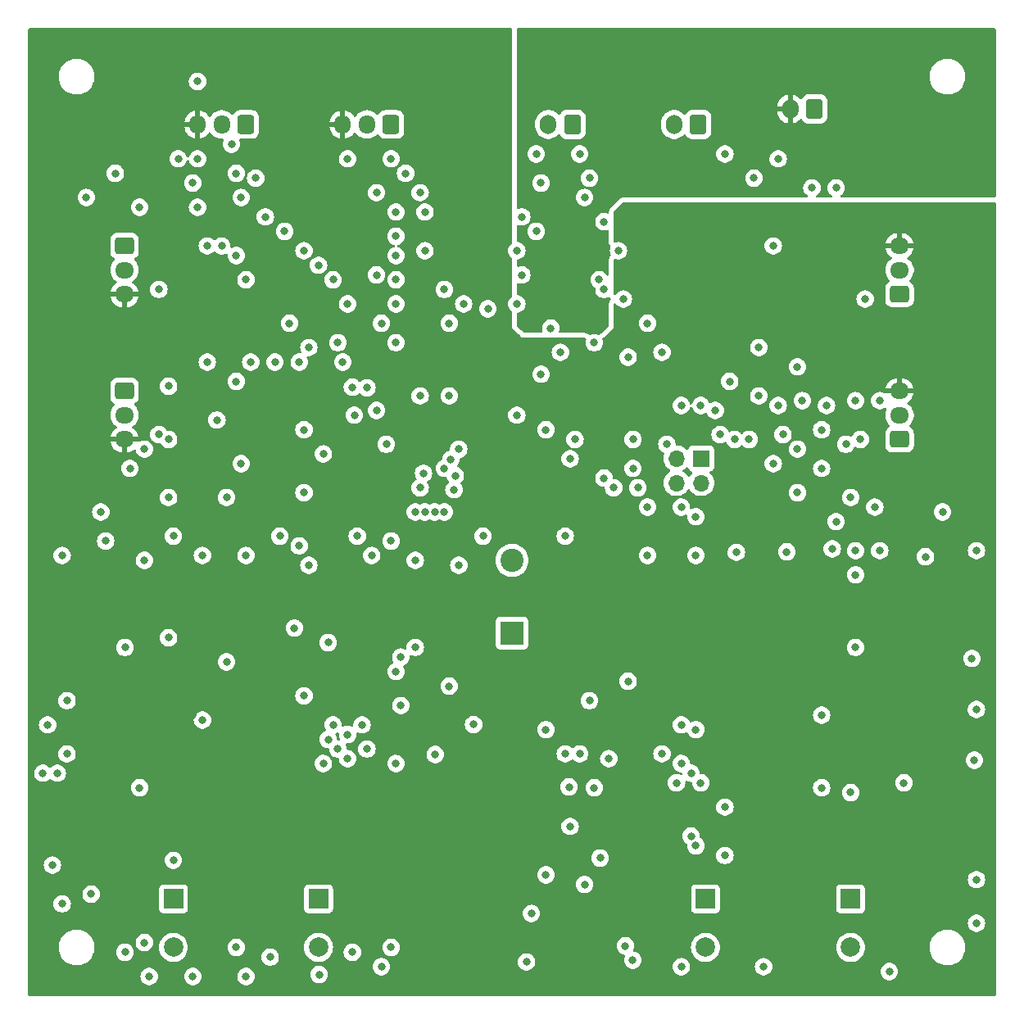
<source format=gbr>
%TF.GenerationSoftware,KiCad,Pcbnew,8.0.3*%
%TF.CreationDate,2024-07-05T23:28:03-07:00*%
%TF.ProjectId,go-kart-esc,676f2d6b-6172-4742-9d65-73632e6b6963,rev?*%
%TF.SameCoordinates,Original*%
%TF.FileFunction,Copper,L3,Inr*%
%TF.FilePolarity,Positive*%
%FSLAX46Y46*%
G04 Gerber Fmt 4.6, Leading zero omitted, Abs format (unit mm)*
G04 Created by KiCad (PCBNEW 8.0.3) date 2024-07-05 23:28:03*
%MOMM*%
%LPD*%
G01*
G04 APERTURE LIST*
G04 Aperture macros list*
%AMRoundRect*
0 Rectangle with rounded corners*
0 $1 Rounding radius*
0 $2 $3 $4 $5 $6 $7 $8 $9 X,Y pos of 4 corners*
0 Add a 4 corners polygon primitive as box body*
4,1,4,$2,$3,$4,$5,$6,$7,$8,$9,$2,$3,0*
0 Add four circle primitives for the rounded corners*
1,1,$1+$1,$2,$3*
1,1,$1+$1,$4,$5*
1,1,$1+$1,$6,$7*
1,1,$1+$1,$8,$9*
0 Add four rect primitives between the rounded corners*
20,1,$1+$1,$2,$3,$4,$5,0*
20,1,$1+$1,$4,$5,$6,$7,0*
20,1,$1+$1,$6,$7,$8,$9,0*
20,1,$1+$1,$8,$9,$2,$3,0*%
G04 Aperture macros list end*
%TA.AperFunction,ComponentPad*%
%ADD10R,2.000000X2.000000*%
%TD*%
%TA.AperFunction,ComponentPad*%
%ADD11C,2.000000*%
%TD*%
%TA.AperFunction,ComponentPad*%
%ADD12RoundRect,0.250000X0.725000X-0.600000X0.725000X0.600000X-0.725000X0.600000X-0.725000X-0.600000X0*%
%TD*%
%TA.AperFunction,ComponentPad*%
%ADD13O,1.950000X1.700000*%
%TD*%
%TA.AperFunction,ComponentPad*%
%ADD14R,2.400000X2.400000*%
%TD*%
%TA.AperFunction,ComponentPad*%
%ADD15C,2.400000*%
%TD*%
%TA.AperFunction,ComponentPad*%
%ADD16RoundRect,0.250000X0.600000X0.750000X-0.600000X0.750000X-0.600000X-0.750000X0.600000X-0.750000X0*%
%TD*%
%TA.AperFunction,ComponentPad*%
%ADD17O,1.700000X2.000000*%
%TD*%
%TA.AperFunction,ComponentPad*%
%ADD18RoundRect,0.250000X0.600000X0.725000X-0.600000X0.725000X-0.600000X-0.725000X0.600000X-0.725000X0*%
%TD*%
%TA.AperFunction,ComponentPad*%
%ADD19O,1.700000X1.950000*%
%TD*%
%TA.AperFunction,ComponentPad*%
%ADD20R,1.700000X1.700000*%
%TD*%
%TA.AperFunction,ComponentPad*%
%ADD21O,1.700000X1.700000*%
%TD*%
%TA.AperFunction,ComponentPad*%
%ADD22RoundRect,0.250000X-0.725000X0.600000X-0.725000X-0.600000X0.725000X-0.600000X0.725000X0.600000X0*%
%TD*%
%TA.AperFunction,ViaPad*%
%ADD23C,0.800000*%
%TD*%
G04 APERTURE END LIST*
D10*
%TO.N,+BATT*%
%TO.C,C602*%
X85000000Y-105000000D03*
D11*
%TO.N,GND*%
X85000000Y-110000000D03*
%TD*%
D12*
%TO.N,GND*%
%TO.C,J109*%
X105050000Y-57500000D03*
D13*
%TO.N,/STM32F042/MOTOR_TEMP_B*%
X105050000Y-55000000D03*
%TO.N,+3V3*%
X105050000Y-52500000D03*
%TD*%
D10*
%TO.N,+BATT*%
%TO.C,C302*%
X45000000Y-105000000D03*
D11*
%TO.N,GND*%
X45000000Y-110000000D03*
%TD*%
D14*
%TO.N,+BATT*%
%TO.C,C101*%
X65000000Y-77500000D03*
D15*
%TO.N,GND*%
X65000000Y-70000000D03*
%TD*%
D16*
%TO.N,GND*%
%TO.C,J103*%
X96250000Y-23350000D03*
D17*
%TO.N,+5V*%
X93750000Y-23350000D03*
%TD*%
D16*
%TO.N,/CAN/CANL*%
%TO.C,J104*%
X71250000Y-24950000D03*
D17*
%TO.N,/CAN/CANH*%
X68750000Y-24950000D03*
%TD*%
D18*
%TO.N,GND*%
%TO.C,J111*%
X52500000Y-24950000D03*
D19*
%TO.N,/STM32F042/THROTTLE*%
X50000000Y-24950000D03*
%TO.N,+3V3*%
X47500000Y-24950000D03*
%TD*%
D20*
%TO.N,/STM32F042/nRESET*%
%TO.C,J105*%
X84540000Y-59460000D03*
D21*
%TO.N,/STM32F042/SWDIO*%
X84540000Y-62000000D03*
%TO.N,GND*%
X82000000Y-59460000D03*
%TO.N,/STM32F042/SWCLK*%
X82000000Y-62000000D03*
%TD*%
D12*
%TO.N,GND*%
%TO.C,J108*%
X105050000Y-42500000D03*
D13*
%TO.N,/STM32F042/WHEEL_ENCODER_B*%
X105050000Y-40000000D03*
%TO.N,+3V3*%
X105050000Y-37500000D03*
%TD*%
D16*
%TO.N,/CAN/CANL*%
%TO.C,J401*%
X84250000Y-24950000D03*
D17*
%TO.N,/CAN/CANH*%
X81750000Y-24950000D03*
%TD*%
D10*
%TO.N,+BATT*%
%TO.C,C604*%
X30000000Y-105000000D03*
D11*
%TO.N,GND*%
X30000000Y-110000000D03*
%TD*%
D10*
%TO.N,+BATT*%
%TO.C,C304*%
X100000000Y-105000000D03*
D11*
%TO.N,GND*%
X100000000Y-110000000D03*
%TD*%
D22*
%TO.N,GND*%
%TO.C,J106*%
X24950000Y-52500000D03*
D13*
%TO.N,/STM32F042/MOTOR_TEMP_A*%
X24950000Y-55000000D03*
%TO.N,+3V3*%
X24950000Y-57500000D03*
%TD*%
D18*
%TO.N,GND*%
%TO.C,J112*%
X37500000Y-24950000D03*
D19*
%TO.N,/STM32F042/BRAKE*%
X35000000Y-24950000D03*
%TO.N,+3V3*%
X32500000Y-24950000D03*
%TD*%
D22*
%TO.N,GND*%
%TO.C,J107*%
X24950000Y-37500000D03*
D13*
%TO.N,/STM32F042/WHEEL_ENCODER_A*%
X24950000Y-40000000D03*
%TO.N,+3V3*%
X24950000Y-42500000D03*
%TD*%
D23*
%TO.N,GND*%
X88000000Y-57500000D03*
X40000000Y-111000000D03*
X37000000Y-32500000D03*
X79000000Y-69500000D03*
X94500000Y-63000000D03*
X46000000Y-78500000D03*
X92500000Y-54000000D03*
X98500000Y-66000000D03*
X37500000Y-41000000D03*
X44000000Y-48000000D03*
X32000000Y-113000000D03*
X25500000Y-60500000D03*
X53000000Y-47500000D03*
X36500000Y-110000000D03*
X61027464Y-86972536D03*
X82500000Y-87000000D03*
X90000000Y-30500000D03*
X47000000Y-89500000D03*
X73500000Y-47500000D03*
X104000000Y-112500000D03*
X36000000Y-27000000D03*
X23000000Y-68000000D03*
X84000000Y-99500000D03*
X38500000Y-30500000D03*
X72000000Y-28000000D03*
X27000000Y-109500000D03*
X113000000Y-103000000D03*
X41500000Y-36000000D03*
X88188689Y-69170815D03*
X45000000Y-39500000D03*
X101500000Y-43000000D03*
X65500000Y-38000000D03*
X70000000Y-48500000D03*
X86500000Y-57000000D03*
X77500000Y-60500000D03*
X99500000Y-58000000D03*
X29500000Y-57500000D03*
X51500000Y-45500000D03*
X74500000Y-35000000D03*
X84000000Y-87500000D03*
X73000000Y-30500000D03*
X60000000Y-43500000D03*
X43500000Y-38000000D03*
X32500000Y-28500000D03*
X36500000Y-30000000D03*
X90500000Y-53000000D03*
X27500000Y-113000000D03*
X46500000Y-87000000D03*
X70500000Y-67500000D03*
X29500000Y-63500000D03*
X82500000Y-64500000D03*
X45500000Y-91000000D03*
X58000000Y-42000000D03*
X74102823Y-100761944D03*
X65500000Y-43500000D03*
X92000000Y-37500000D03*
X51500000Y-112000000D03*
X97000000Y-56500000D03*
X52500000Y-28500000D03*
X100000000Y-63500000D03*
X35000000Y-37500000D03*
X46500000Y-41000000D03*
X37500000Y-113000000D03*
X28500000Y-42000000D03*
X52500000Y-110000000D03*
X24000000Y-30000000D03*
X54000000Y-30000000D03*
X43500000Y-63000000D03*
X95000000Y-53500000D03*
X113000000Y-107500000D03*
X72500000Y-32500000D03*
X51000000Y-32000000D03*
X66500000Y-111500000D03*
X87500000Y-51500000D03*
X96000000Y-31500000D03*
X113000000Y-69000000D03*
X21000000Y-32500000D03*
X62500000Y-44000000D03*
X18500000Y-105500000D03*
X42500000Y-77000000D03*
X77000000Y-82500000D03*
X100500000Y-53500000D03*
X74000000Y-41000000D03*
X70887571Y-93412796D03*
X39500000Y-34500000D03*
X77000000Y-49000000D03*
X94500000Y-58500000D03*
X68500000Y-102500000D03*
X82500000Y-91000000D03*
X92500000Y-28500000D03*
X30500000Y-28500000D03*
X80500000Y-48500000D03*
X53000000Y-34000000D03*
X59135000Y-61250000D03*
X33500000Y-49500000D03*
X50000000Y-89500000D03*
X58500000Y-83000000D03*
X48000000Y-88000000D03*
X46000000Y-88500000D03*
X18500000Y-69500000D03*
X97000000Y-60500000D03*
X38000000Y-49500000D03*
X102500000Y-64500000D03*
X72500000Y-103500000D03*
X33500000Y-37500000D03*
X68000000Y-31000000D03*
X100500000Y-69000000D03*
X62000000Y-67500000D03*
X48500000Y-110500000D03*
X91000000Y-112000000D03*
X98089625Y-68813565D03*
X98500000Y-31500000D03*
X21500000Y-104500000D03*
X52500000Y-68000000D03*
X56000000Y-38000000D03*
X69000000Y-46000000D03*
X89500000Y-57500000D03*
X71000000Y-59500000D03*
X53500000Y-85000000D03*
X92000000Y-60000000D03*
X34500000Y-55500000D03*
X49500000Y-87000000D03*
X53000000Y-38500000D03*
X94500000Y-50000000D03*
X109500000Y-65000000D03*
X79000000Y-64500000D03*
X87000000Y-100500000D03*
X43000000Y-49500000D03*
X84500000Y-54000000D03*
X16500000Y-92000000D03*
X107735381Y-69630137D03*
X56000000Y-34000000D03*
X48699500Y-55000000D03*
X84500000Y-93000000D03*
X67500000Y-28000000D03*
X66000000Y-34500000D03*
X53000000Y-36500000D03*
X19000000Y-90000000D03*
X53500000Y-80000000D03*
X75000000Y-90500000D03*
X87000000Y-28000000D03*
X19000000Y-84500000D03*
X57055282Y-90055282D03*
X36500000Y-38500000D03*
X55500000Y-53000000D03*
X73000000Y-84500000D03*
X43000000Y-68500000D03*
X90500000Y-48000000D03*
X47000000Y-47500000D03*
X103000000Y-69000000D03*
X66000000Y-40500000D03*
X51000000Y-40500000D03*
X77500000Y-57500000D03*
X97500000Y-54000000D03*
X53000000Y-41000000D03*
X55500000Y-32000000D03*
X75500000Y-62500000D03*
X82500000Y-112000000D03*
X58500000Y-53000000D03*
X42000000Y-45500000D03*
X27000000Y-70000000D03*
X32500000Y-20500000D03*
X71500000Y-57500000D03*
X48000000Y-43500000D03*
X48000000Y-28500000D03*
X22500000Y-65000000D03*
X37500000Y-69500000D03*
X71000000Y-97500000D03*
X84000000Y-69500000D03*
X72000000Y-90000000D03*
X81000000Y-58000000D03*
X53000000Y-81500000D03*
X83500000Y-98500000D03*
X76500000Y-43000000D03*
X67000000Y-106500000D03*
X32500000Y-33500000D03*
X33000000Y-69500000D03*
X74500000Y-61500000D03*
X93000000Y-57000000D03*
X76000000Y-38000000D03*
X93394336Y-69119779D03*
X48000000Y-90500000D03*
X76705646Y-109846307D03*
X59500000Y-70500000D03*
X112992063Y-85400183D03*
X53000000Y-43500000D03*
X73500000Y-93500000D03*
X44000000Y-70500000D03*
X30000000Y-67500000D03*
X17000000Y-87000000D03*
X70500000Y-90000000D03*
X17500000Y-101500000D03*
X67500000Y-36000000D03*
X45063481Y-112806380D03*
X37000000Y-60000000D03*
X112787920Y-90656865D03*
X82000000Y-93000000D03*
X43500000Y-56500000D03*
X28500000Y-57000000D03*
X49000000Y-67500000D03*
X55000000Y-70000000D03*
X41000000Y-67500000D03*
X59000000Y-62699500D03*
X29500000Y-52000000D03*
X35500000Y-63500000D03*
X32000000Y-31000000D03*
X50500000Y-69500000D03*
X26500000Y-33500000D03*
X74500000Y-42000000D03*
X78000000Y-62500000D03*
X25000000Y-110500000D03*
X68000000Y-50767657D03*
X83500000Y-92000000D03*
X112532742Y-80143501D03*
X27000000Y-58500000D03*
X103000000Y-53500000D03*
X77471182Y-111326344D03*
X101000000Y-57500000D03*
X18000000Y-92000000D03*
%TO.N,+3V3*%
X98000000Y-41500000D03*
X93500000Y-46000000D03*
X76500000Y-40500000D03*
X95500000Y-43500000D03*
X63500000Y-47500000D03*
X64000000Y-61500000D03*
X65500000Y-49000000D03*
X96500000Y-46500000D03*
X65500000Y-47000000D03*
X95500000Y-40000000D03*
X90000000Y-102000000D03*
X100000000Y-43000000D03*
X61500000Y-49000000D03*
X45500000Y-81500000D03*
X98500000Y-86000000D03*
X94500000Y-37000000D03*
X77500000Y-52500000D03*
X98500000Y-44500000D03*
X50000000Y-58000000D03*
X63500000Y-49000000D03*
X85000000Y-97000000D03*
X95000000Y-48000000D03*
X61500000Y-47500000D03*
X99500000Y-39500000D03*
X32000000Y-86000000D03*
X56000000Y-42000000D03*
X100500000Y-47500000D03*
X97500000Y-36500000D03*
X39500000Y-78500000D03*
%TO.N,/STM32F042/MOTOR_TEMP_B*%
X82500000Y-54000000D03*
X51000000Y-54500000D03*
%TO.N,/STM32F042/WHEEL_ENCODER_A*%
X52000000Y-58000000D03*
X40500000Y-49500000D03*
X65500000Y-55000000D03*
X45500000Y-59000000D03*
%TO.N,/STM32F042/WHEEL_ENCODER_B*%
X68500000Y-56500000D03*
X86000000Y-54500000D03*
%TO.N,/DRV8701P-A/GH1*%
X30000000Y-101000000D03*
%TO.N,/DRV8701P-A/SH1*%
X26500000Y-93500000D03*
%TO.N,/DRV8701P-A/GL1*%
X33000000Y-86500000D03*
%TO.N,/DRV8701P-A/GH2*%
X29500000Y-78000000D03*
%TO.N,/DRV8701P-A/SH2*%
X25000000Y-79000000D03*
%TO.N,/DRV8701P-A/GL2*%
X35500000Y-80500000D03*
%TO.N,/DRV8701P-A1/GH1*%
X100500000Y-71500000D03*
%TO.N,/DRV8701P-A1/SH1*%
X100500000Y-79000000D03*
%TO.N,/DRV8701P-A1/GL1*%
X97000000Y-86000000D03*
%TO.N,/DRV8701P-A1/GH2*%
X100000000Y-94000000D03*
%TO.N,/DRV8701P-A1/SH2*%
X105500000Y-93000000D03*
%TO.N,/DRV8701P-A1/GL2*%
X97000000Y-93500000D03*
%TO.N,/Power-A/CURR*%
X47500000Y-49500000D03*
%TO.N,/Power-A/TEMP*%
X36500000Y-51500000D03*
%TO.N,/Power-A1/CURR*%
X50000000Y-52166657D03*
%TO.N,/Power-A1/TEMP*%
X48500000Y-52100500D03*
%TO.N,/DRV8701P-A1/nFAULT*%
X55500000Y-62500000D03*
%TO.N,/DRV8701P-A1/nSLEEP*%
X55850500Y-61000000D03*
%TO.N,/DRV8701P-A/nFAULT*%
X55000000Y-65000000D03*
%TO.N,/DRV8701P-A/nSLEEP*%
X56000000Y-65000000D03*
%TO.N,/DRV8701P-A1/IN1*%
X58672791Y-59561504D03*
%TO.N,/DRV8701P-A1/IN2*%
X58000000Y-60500000D03*
%TO.N,/DRV8701P-A/IN1*%
X58000000Y-65000000D03*
%TO.N,/DRV8701P-A/IN2*%
X57000000Y-65000000D03*
%TO.N,/Power-A/C*%
X43500000Y-84000000D03*
%TO.N,/Power-A1/C*%
X87000000Y-95500000D03*
%TO.N,+5V*%
X105000000Y-23500000D03*
X71000000Y-46000000D03*
X89000000Y-24500000D03*
X101500000Y-29500000D03*
X95000000Y-28000000D03*
X105000000Y-27500000D03*
X91000000Y-28500000D03*
X89500000Y-27500000D03*
X97500000Y-29000000D03*
%TO.N,+BATT*%
X80500000Y-90000000D03*
X53000000Y-91000000D03*
%TO.N,/STM32F042/SWDIO*%
X84000000Y-65500000D03*
X59486551Y-58513449D03*
%TO.N,/STM32F042/nRESET*%
X79000000Y-45500000D03*
X58500000Y-45500000D03*
%TO.N,Net-(U201-DVDD)*%
X55000000Y-79000000D03*
%TO.N,Net-(U501-DVDD)*%
X68500000Y-87500000D03*
%TD*%
%TA.AperFunction,Conductor*%
%TO.N,+5V*%
G36*
X114943039Y-15019685D02*
G01*
X114988794Y-15072489D01*
X115000000Y-15124000D01*
X115000000Y-32370500D01*
X114980315Y-32437539D01*
X114927511Y-32483294D01*
X114876000Y-32494500D01*
X99044842Y-32494500D01*
X98977803Y-32474815D01*
X98932048Y-32422011D01*
X98922104Y-32352853D01*
X98951129Y-32289297D01*
X98971957Y-32270182D01*
X99022511Y-32233452D01*
X99105871Y-32172888D01*
X99232533Y-32032216D01*
X99327179Y-31868284D01*
X99385674Y-31688256D01*
X99405460Y-31500000D01*
X99385674Y-31311744D01*
X99327179Y-31131716D01*
X99232533Y-30967784D01*
X99105871Y-30827112D01*
X99084719Y-30811744D01*
X98952734Y-30715851D01*
X98952729Y-30715848D01*
X98779807Y-30638857D01*
X98779802Y-30638855D01*
X98634001Y-30607865D01*
X98594646Y-30599500D01*
X98405354Y-30599500D01*
X98372897Y-30606398D01*
X98220197Y-30638855D01*
X98220192Y-30638857D01*
X98047270Y-30715848D01*
X98047265Y-30715851D01*
X97894129Y-30827111D01*
X97767466Y-30967785D01*
X97672821Y-31131715D01*
X97672818Y-31131722D01*
X97614327Y-31311740D01*
X97614326Y-31311744D01*
X97594540Y-31500000D01*
X97614326Y-31688256D01*
X97614327Y-31688259D01*
X97672818Y-31868277D01*
X97672821Y-31868284D01*
X97767467Y-32032216D01*
X97857063Y-32131722D01*
X97894129Y-32172888D01*
X98028043Y-32270182D01*
X98070709Y-32325512D01*
X98076688Y-32395125D01*
X98044082Y-32456920D01*
X97983244Y-32491277D01*
X97955158Y-32494500D01*
X96544842Y-32494500D01*
X96477803Y-32474815D01*
X96432048Y-32422011D01*
X96422104Y-32352853D01*
X96451129Y-32289297D01*
X96471957Y-32270182D01*
X96522511Y-32233452D01*
X96605871Y-32172888D01*
X96732533Y-32032216D01*
X96827179Y-31868284D01*
X96885674Y-31688256D01*
X96905460Y-31500000D01*
X96885674Y-31311744D01*
X96827179Y-31131716D01*
X96732533Y-30967784D01*
X96605871Y-30827112D01*
X96584719Y-30811744D01*
X96452734Y-30715851D01*
X96452729Y-30715848D01*
X96279807Y-30638857D01*
X96279802Y-30638855D01*
X96134001Y-30607865D01*
X96094646Y-30599500D01*
X95905354Y-30599500D01*
X95872897Y-30606398D01*
X95720197Y-30638855D01*
X95720192Y-30638857D01*
X95547270Y-30715848D01*
X95547265Y-30715851D01*
X95394129Y-30827111D01*
X95267466Y-30967785D01*
X95172821Y-31131715D01*
X95172818Y-31131722D01*
X95114327Y-31311740D01*
X95114326Y-31311744D01*
X95094540Y-31500000D01*
X95114326Y-31688256D01*
X95114327Y-31688259D01*
X95172818Y-31868277D01*
X95172821Y-31868284D01*
X95267467Y-32032216D01*
X95357063Y-32131722D01*
X95394129Y-32172888D01*
X95528043Y-32270182D01*
X95570709Y-32325512D01*
X95576688Y-32395125D01*
X95544082Y-32456920D01*
X95483244Y-32491277D01*
X95455158Y-32494500D01*
X76551360Y-32494500D01*
X76497311Y-32497397D01*
X76497310Y-32497397D01*
X76470977Y-32500229D01*
X76470950Y-32500232D01*
X76417554Y-32508885D01*
X76417552Y-32508885D01*
X76282747Y-32559166D01*
X76221422Y-32592651D01*
X76106240Y-32678876D01*
X76106228Y-32678886D01*
X75178892Y-33606223D01*
X75178855Y-33606262D01*
X75142728Y-33646480D01*
X75142718Y-33646492D01*
X75126076Y-33667143D01*
X75094433Y-33711025D01*
X75034663Y-33841899D01*
X75014976Y-33908944D01*
X74994497Y-34051381D01*
X74994419Y-34052476D01*
X74994290Y-34052819D01*
X74993870Y-34055746D01*
X74993232Y-34055654D01*
X74969991Y-34117936D01*
X74914050Y-34159798D01*
X74844357Y-34164770D01*
X74820303Y-34156887D01*
X74804524Y-34149862D01*
X74779802Y-34138855D01*
X74634001Y-34107865D01*
X74594646Y-34099500D01*
X74405354Y-34099500D01*
X74372897Y-34106398D01*
X74220197Y-34138855D01*
X74220192Y-34138857D01*
X74047270Y-34215848D01*
X74047265Y-34215851D01*
X73894129Y-34327111D01*
X73767466Y-34467785D01*
X73672821Y-34631715D01*
X73672818Y-34631722D01*
X73614327Y-34811740D01*
X73614326Y-34811744D01*
X73594540Y-35000000D01*
X73614326Y-35188256D01*
X73614327Y-35188259D01*
X73672818Y-35368277D01*
X73672821Y-35368284D01*
X73767467Y-35532216D01*
X73857063Y-35631722D01*
X73894129Y-35672888D01*
X74047265Y-35784148D01*
X74047270Y-35784151D01*
X74220192Y-35861142D01*
X74220197Y-35861144D01*
X74405354Y-35900500D01*
X74405355Y-35900500D01*
X74594644Y-35900500D01*
X74594646Y-35900500D01*
X74779803Y-35861144D01*
X74790972Y-35856170D01*
X74820064Y-35843219D01*
X74889314Y-35833934D01*
X74952591Y-35863562D01*
X74989804Y-35922697D01*
X74994500Y-35956498D01*
X74994500Y-37045950D01*
X74999307Y-37115499D01*
X75004002Y-37149299D01*
X75017982Y-37215849D01*
X75018338Y-37217545D01*
X75076857Y-37348980D01*
X75076864Y-37348993D01*
X75114071Y-37408116D01*
X75114074Y-37408121D01*
X75169320Y-37473119D01*
X75197738Y-37536948D01*
X75187136Y-37606009D01*
X75182227Y-37615422D01*
X75172821Y-37631714D01*
X75114327Y-37811740D01*
X75114326Y-37811744D01*
X75094540Y-38000000D01*
X75114326Y-38188256D01*
X75114327Y-38188259D01*
X75172821Y-38368285D01*
X75182364Y-38384814D01*
X75198837Y-38452714D01*
X75175985Y-38518741D01*
X75168690Y-38528017D01*
X75094432Y-38613713D01*
X75094430Y-38613717D01*
X75034664Y-38744583D01*
X75014976Y-38811631D01*
X75005472Y-38877735D01*
X74994677Y-38952822D01*
X74994500Y-38954050D01*
X74994500Y-40458750D01*
X74974815Y-40525789D01*
X74922011Y-40571544D01*
X74852853Y-40581488D01*
X74789297Y-40552463D01*
X74763113Y-40520750D01*
X74751133Y-40500000D01*
X74732533Y-40467784D01*
X74605871Y-40327112D01*
X74584719Y-40311744D01*
X74452734Y-40215851D01*
X74452729Y-40215848D01*
X74279807Y-40138857D01*
X74279802Y-40138855D01*
X74134001Y-40107865D01*
X74094646Y-40099500D01*
X73905354Y-40099500D01*
X73872897Y-40106398D01*
X73720197Y-40138855D01*
X73720192Y-40138857D01*
X73547270Y-40215848D01*
X73547265Y-40215851D01*
X73394129Y-40327111D01*
X73267466Y-40467785D01*
X73172821Y-40631715D01*
X73172818Y-40631722D01*
X73114327Y-40811740D01*
X73114326Y-40811744D01*
X73094540Y-41000000D01*
X73114326Y-41188256D01*
X73114327Y-41188259D01*
X73172818Y-41368277D01*
X73172821Y-41368284D01*
X73267467Y-41532216D01*
X73348545Y-41622262D01*
X73394129Y-41672888D01*
X73552527Y-41787971D01*
X73551092Y-41789944D01*
X73591699Y-41832530D01*
X73604924Y-41901137D01*
X73604806Y-41902313D01*
X73603056Y-41918968D01*
X73594540Y-42000000D01*
X73614326Y-42188256D01*
X73614327Y-42188259D01*
X73672818Y-42368277D01*
X73672821Y-42368284D01*
X73767467Y-42532216D01*
X73863487Y-42638857D01*
X73894129Y-42672888D01*
X74047265Y-42784148D01*
X74047270Y-42784151D01*
X74220192Y-42861142D01*
X74220197Y-42861144D01*
X74405354Y-42900500D01*
X74405355Y-42900500D01*
X74594644Y-42900500D01*
X74594646Y-42900500D01*
X74779803Y-42861144D01*
X74952730Y-42784151D01*
X74952730Y-42784150D01*
X74958484Y-42781589D01*
X75027734Y-42772304D01*
X75091010Y-42801932D01*
X75109927Y-42822941D01*
X75118815Y-42835423D01*
X75135338Y-42858627D01*
X75135572Y-42858958D01*
X75187142Y-42913043D01*
X75219158Y-42975146D01*
X75212517Y-43044699D01*
X75191111Y-43079817D01*
X75188655Y-43082651D01*
X75188653Y-43082653D01*
X75169289Y-43105000D01*
X75094433Y-43191387D01*
X75094430Y-43191391D01*
X75034664Y-43322257D01*
X75014976Y-43389305D01*
X74994500Y-43531724D01*
X74994500Y-45739253D01*
X74974815Y-45806292D01*
X74958181Y-45826934D01*
X74270528Y-46514586D01*
X74221173Y-46544834D01*
X74210875Y-46548180D01*
X74148173Y-46579008D01*
X74029399Y-46660223D01*
X74023489Y-46665648D01*
X73960787Y-46696474D01*
X73891373Y-46688507D01*
X73889211Y-46687568D01*
X73779807Y-46638857D01*
X73779802Y-46638855D01*
X73634001Y-46607865D01*
X73594646Y-46599500D01*
X73405354Y-46599500D01*
X73372897Y-46606398D01*
X73220197Y-46638855D01*
X73220196Y-46638855D01*
X73104864Y-46690205D01*
X73035614Y-46699489D01*
X72973226Y-46670638D01*
X72885281Y-46594432D01*
X72885277Y-46594430D01*
X72754411Y-46534664D01*
X72754406Y-46534662D01*
X72754405Y-46534662D01*
X72687366Y-46514977D01*
X72687368Y-46514977D01*
X72687363Y-46514976D01*
X72639890Y-46508150D01*
X72544946Y-46494500D01*
X72544944Y-46494500D01*
X69956841Y-46494500D01*
X69889802Y-46474815D01*
X69844047Y-46422011D01*
X69834103Y-46352853D01*
X69838910Y-46332182D01*
X69857516Y-46274914D01*
X69885674Y-46188256D01*
X69905460Y-46000000D01*
X69885674Y-45811744D01*
X69827179Y-45631716D01*
X69732533Y-45467784D01*
X69605871Y-45327112D01*
X69605870Y-45327111D01*
X69452734Y-45215851D01*
X69452729Y-45215848D01*
X69279807Y-45138857D01*
X69279802Y-45138855D01*
X69134001Y-45107865D01*
X69094646Y-45099500D01*
X68905354Y-45099500D01*
X68872897Y-45106398D01*
X68720197Y-45138855D01*
X68720192Y-45138857D01*
X68547270Y-45215848D01*
X68547265Y-45215851D01*
X68394129Y-45327111D01*
X68267466Y-45467785D01*
X68172821Y-45631715D01*
X68172818Y-45631722D01*
X68119715Y-45795157D01*
X68114326Y-45811744D01*
X68094540Y-46000000D01*
X68114326Y-46188256D01*
X68114327Y-46188259D01*
X68161090Y-46332182D01*
X68163085Y-46402023D01*
X68127004Y-46461856D01*
X68064303Y-46492684D01*
X68043159Y-46494500D01*
X66311797Y-46494500D01*
X66244758Y-46474815D01*
X66219647Y-46453473D01*
X66105871Y-46327112D01*
X66105867Y-46327109D01*
X65952734Y-46215851D01*
X65952732Y-46215850D01*
X65934072Y-46207542D01*
X65896828Y-46181944D01*
X65541819Y-45826935D01*
X65508334Y-45765612D01*
X65505500Y-45739254D01*
X65505500Y-44519861D01*
X65525185Y-44452822D01*
X65577989Y-44407067D01*
X65603717Y-44398571D01*
X65779803Y-44361144D01*
X65952730Y-44284151D01*
X66105871Y-44172888D01*
X66232533Y-44032216D01*
X66327179Y-43868284D01*
X66385674Y-43688256D01*
X66405460Y-43500000D01*
X66385674Y-43311744D01*
X66327179Y-43131716D01*
X66232533Y-42967784D01*
X66105871Y-42827112D01*
X66105870Y-42827111D01*
X65952734Y-42715851D01*
X65952729Y-42715848D01*
X65779807Y-42638857D01*
X65779802Y-42638855D01*
X65603719Y-42601428D01*
X65542237Y-42568236D01*
X65508461Y-42507073D01*
X65505500Y-42480138D01*
X65505500Y-41456498D01*
X65525185Y-41389459D01*
X65577989Y-41343704D01*
X65647147Y-41333760D01*
X65679936Y-41343219D01*
X65720192Y-41361142D01*
X65720197Y-41361144D01*
X65905354Y-41400500D01*
X65905355Y-41400500D01*
X66094644Y-41400500D01*
X66094646Y-41400500D01*
X66279803Y-41361144D01*
X66452730Y-41284151D01*
X66605871Y-41172888D01*
X66732533Y-41032216D01*
X66827179Y-40868284D01*
X66885674Y-40688256D01*
X66905460Y-40500000D01*
X66885674Y-40311744D01*
X66827179Y-40131716D01*
X66732533Y-39967784D01*
X66605871Y-39827112D01*
X66605870Y-39827111D01*
X66452734Y-39715851D01*
X66452729Y-39715848D01*
X66279807Y-39638857D01*
X66279802Y-39638855D01*
X66134001Y-39607865D01*
X66094646Y-39599500D01*
X65905354Y-39599500D01*
X65872897Y-39606398D01*
X65720197Y-39638855D01*
X65720192Y-39638857D01*
X65679936Y-39656781D01*
X65610686Y-39666066D01*
X65547409Y-39636438D01*
X65510196Y-39577303D01*
X65505500Y-39543502D01*
X65505500Y-39019861D01*
X65525185Y-38952822D01*
X65577989Y-38907067D01*
X65603717Y-38898571D01*
X65779803Y-38861144D01*
X65952730Y-38784151D01*
X66105871Y-38672888D01*
X66232533Y-38532216D01*
X66327179Y-38368284D01*
X66385674Y-38188256D01*
X66405460Y-38000000D01*
X66385674Y-37811744D01*
X66327179Y-37631716D01*
X66232533Y-37467784D01*
X66105871Y-37327112D01*
X66089502Y-37315219D01*
X65952734Y-37215851D01*
X65952729Y-37215848D01*
X65779807Y-37138857D01*
X65779802Y-37138855D01*
X65603719Y-37101428D01*
X65542237Y-37068236D01*
X65508461Y-37007073D01*
X65505500Y-36980138D01*
X65505500Y-36000000D01*
X66594540Y-36000000D01*
X66614326Y-36188256D01*
X66614327Y-36188259D01*
X66672818Y-36368277D01*
X66672821Y-36368284D01*
X66767467Y-36532216D01*
X66878023Y-36655000D01*
X66894129Y-36672888D01*
X67047265Y-36784148D01*
X67047270Y-36784151D01*
X67220192Y-36861142D01*
X67220197Y-36861144D01*
X67405354Y-36900500D01*
X67405355Y-36900500D01*
X67594644Y-36900500D01*
X67594646Y-36900500D01*
X67779803Y-36861144D01*
X67952730Y-36784151D01*
X68105871Y-36672888D01*
X68232533Y-36532216D01*
X68327179Y-36368284D01*
X68385674Y-36188256D01*
X68405460Y-36000000D01*
X68385674Y-35811744D01*
X68327179Y-35631716D01*
X68232533Y-35467784D01*
X68105871Y-35327112D01*
X68105870Y-35327111D01*
X67952734Y-35215851D01*
X67952729Y-35215848D01*
X67779807Y-35138857D01*
X67779802Y-35138855D01*
X67634001Y-35107865D01*
X67594646Y-35099500D01*
X67405354Y-35099500D01*
X67372897Y-35106398D01*
X67220197Y-35138855D01*
X67220192Y-35138857D01*
X67047270Y-35215848D01*
X67047265Y-35215851D01*
X66894129Y-35327111D01*
X66767466Y-35467785D01*
X66672821Y-35631715D01*
X66672818Y-35631722D01*
X66614327Y-35811740D01*
X66614326Y-35811744D01*
X66594540Y-36000000D01*
X65505500Y-36000000D01*
X65505500Y-35456498D01*
X65525185Y-35389459D01*
X65577989Y-35343704D01*
X65647147Y-35333760D01*
X65679936Y-35343219D01*
X65720192Y-35361142D01*
X65720197Y-35361144D01*
X65905354Y-35400500D01*
X65905355Y-35400500D01*
X66094644Y-35400500D01*
X66094646Y-35400500D01*
X66279803Y-35361144D01*
X66452730Y-35284151D01*
X66605871Y-35172888D01*
X66732533Y-35032216D01*
X66827179Y-34868284D01*
X66885674Y-34688256D01*
X66905460Y-34500000D01*
X66885674Y-34311744D01*
X66827179Y-34131716D01*
X66732533Y-33967784D01*
X66605871Y-33827112D01*
X66561889Y-33795157D01*
X66452734Y-33715851D01*
X66452729Y-33715848D01*
X66279807Y-33638857D01*
X66279802Y-33638855D01*
X66126275Y-33606223D01*
X66094646Y-33599500D01*
X65905354Y-33599500D01*
X65873725Y-33606223D01*
X65720197Y-33638855D01*
X65720192Y-33638857D01*
X65679936Y-33656781D01*
X65610686Y-33666066D01*
X65547409Y-33636438D01*
X65510196Y-33577303D01*
X65505500Y-33543502D01*
X65505500Y-32500000D01*
X71594540Y-32500000D01*
X71614326Y-32688256D01*
X71614327Y-32688259D01*
X71672818Y-32868277D01*
X71672821Y-32868284D01*
X71767467Y-33032216D01*
X71848545Y-33122262D01*
X71894129Y-33172888D01*
X72047265Y-33284148D01*
X72047270Y-33284151D01*
X72220192Y-33361142D01*
X72220197Y-33361144D01*
X72405354Y-33400500D01*
X72405355Y-33400500D01*
X72594644Y-33400500D01*
X72594646Y-33400500D01*
X72779803Y-33361144D01*
X72952730Y-33284151D01*
X73105871Y-33172888D01*
X73232533Y-33032216D01*
X73327179Y-32868284D01*
X73385674Y-32688256D01*
X73405460Y-32500000D01*
X73385674Y-32311744D01*
X73327179Y-32131716D01*
X73232533Y-31967784D01*
X73105871Y-31827112D01*
X73105870Y-31827111D01*
X72952734Y-31715851D01*
X72952729Y-31715848D01*
X72779807Y-31638857D01*
X72779802Y-31638855D01*
X72634001Y-31607865D01*
X72594646Y-31599500D01*
X72405354Y-31599500D01*
X72372897Y-31606398D01*
X72220197Y-31638855D01*
X72220192Y-31638857D01*
X72047270Y-31715848D01*
X72047265Y-31715851D01*
X71894129Y-31827111D01*
X71767466Y-31967785D01*
X71672821Y-32131715D01*
X71672818Y-32131722D01*
X71614327Y-32311740D01*
X71614326Y-32311744D01*
X71594540Y-32500000D01*
X65505500Y-32500000D01*
X65505500Y-31000000D01*
X67094540Y-31000000D01*
X67114326Y-31188256D01*
X67114327Y-31188259D01*
X67172818Y-31368277D01*
X67172821Y-31368284D01*
X67267467Y-31532216D01*
X67363487Y-31638857D01*
X67394129Y-31672888D01*
X67547265Y-31784148D01*
X67547270Y-31784151D01*
X67720192Y-31861142D01*
X67720197Y-31861144D01*
X67905354Y-31900500D01*
X67905355Y-31900500D01*
X68094644Y-31900500D01*
X68094646Y-31900500D01*
X68279803Y-31861144D01*
X68452730Y-31784151D01*
X68605871Y-31672888D01*
X68732533Y-31532216D01*
X68827179Y-31368284D01*
X68885674Y-31188256D01*
X68905460Y-31000000D01*
X68885674Y-30811744D01*
X68827179Y-30631716D01*
X68751133Y-30500000D01*
X72094540Y-30500000D01*
X72114326Y-30688256D01*
X72114327Y-30688259D01*
X72172818Y-30868277D01*
X72172821Y-30868284D01*
X72267467Y-31032216D01*
X72357063Y-31131722D01*
X72394129Y-31172888D01*
X72547265Y-31284148D01*
X72547270Y-31284151D01*
X72720192Y-31361142D01*
X72720197Y-31361144D01*
X72905354Y-31400500D01*
X72905355Y-31400500D01*
X73094644Y-31400500D01*
X73094646Y-31400500D01*
X73279803Y-31361144D01*
X73452730Y-31284151D01*
X73605871Y-31172888D01*
X73732533Y-31032216D01*
X73827179Y-30868284D01*
X73885674Y-30688256D01*
X73905460Y-30500000D01*
X89094540Y-30500000D01*
X89114326Y-30688256D01*
X89114327Y-30688259D01*
X89172818Y-30868277D01*
X89172821Y-30868284D01*
X89267467Y-31032216D01*
X89357063Y-31131722D01*
X89394129Y-31172888D01*
X89547265Y-31284148D01*
X89547270Y-31284151D01*
X89720192Y-31361142D01*
X89720197Y-31361144D01*
X89905354Y-31400500D01*
X89905355Y-31400500D01*
X90094644Y-31400500D01*
X90094646Y-31400500D01*
X90279803Y-31361144D01*
X90452730Y-31284151D01*
X90605871Y-31172888D01*
X90732533Y-31032216D01*
X90827179Y-30868284D01*
X90885674Y-30688256D01*
X90905460Y-30500000D01*
X90885674Y-30311744D01*
X90827179Y-30131716D01*
X90732533Y-29967784D01*
X90605871Y-29827112D01*
X90605870Y-29827111D01*
X90452734Y-29715851D01*
X90452729Y-29715848D01*
X90279807Y-29638857D01*
X90279802Y-29638855D01*
X90134001Y-29607865D01*
X90094646Y-29599500D01*
X89905354Y-29599500D01*
X89872897Y-29606398D01*
X89720197Y-29638855D01*
X89720192Y-29638857D01*
X89547270Y-29715848D01*
X89547265Y-29715851D01*
X89394129Y-29827111D01*
X89267466Y-29967785D01*
X89172821Y-30131715D01*
X89172818Y-30131722D01*
X89119715Y-30295157D01*
X89114326Y-30311744D01*
X89094540Y-30500000D01*
X73905460Y-30500000D01*
X73885674Y-30311744D01*
X73827179Y-30131716D01*
X73732533Y-29967784D01*
X73605871Y-29827112D01*
X73605870Y-29827111D01*
X73452734Y-29715851D01*
X73452729Y-29715848D01*
X73279807Y-29638857D01*
X73279802Y-29638855D01*
X73134001Y-29607865D01*
X73094646Y-29599500D01*
X72905354Y-29599500D01*
X72872897Y-29606398D01*
X72720197Y-29638855D01*
X72720192Y-29638857D01*
X72547270Y-29715848D01*
X72547265Y-29715851D01*
X72394129Y-29827111D01*
X72267466Y-29967785D01*
X72172821Y-30131715D01*
X72172818Y-30131722D01*
X72119715Y-30295157D01*
X72114326Y-30311744D01*
X72094540Y-30500000D01*
X68751133Y-30500000D01*
X68732533Y-30467784D01*
X68605871Y-30327112D01*
X68584719Y-30311744D01*
X68452734Y-30215851D01*
X68452729Y-30215848D01*
X68279807Y-30138857D01*
X68279802Y-30138855D01*
X68134001Y-30107865D01*
X68094646Y-30099500D01*
X67905354Y-30099500D01*
X67872897Y-30106398D01*
X67720197Y-30138855D01*
X67720192Y-30138857D01*
X67547270Y-30215848D01*
X67547265Y-30215851D01*
X67394129Y-30327111D01*
X67267466Y-30467785D01*
X67172821Y-30631715D01*
X67172818Y-30631722D01*
X67114327Y-30811740D01*
X67114326Y-30811744D01*
X67094540Y-31000000D01*
X65505500Y-31000000D01*
X65505500Y-28000000D01*
X66594540Y-28000000D01*
X66614326Y-28188256D01*
X66614327Y-28188259D01*
X66672818Y-28368277D01*
X66672821Y-28368284D01*
X66767467Y-28532216D01*
X66883912Y-28661541D01*
X66894129Y-28672888D01*
X67047265Y-28784148D01*
X67047270Y-28784151D01*
X67220192Y-28861142D01*
X67220197Y-28861144D01*
X67405354Y-28900500D01*
X67405355Y-28900500D01*
X67594644Y-28900500D01*
X67594646Y-28900500D01*
X67779803Y-28861144D01*
X67952730Y-28784151D01*
X68105871Y-28672888D01*
X68232533Y-28532216D01*
X68327179Y-28368284D01*
X68385674Y-28188256D01*
X68405460Y-28000000D01*
X71094540Y-28000000D01*
X71114326Y-28188256D01*
X71114327Y-28188259D01*
X71172818Y-28368277D01*
X71172821Y-28368284D01*
X71267467Y-28532216D01*
X71383912Y-28661541D01*
X71394129Y-28672888D01*
X71547265Y-28784148D01*
X71547270Y-28784151D01*
X71720192Y-28861142D01*
X71720197Y-28861144D01*
X71905354Y-28900500D01*
X71905355Y-28900500D01*
X72094644Y-28900500D01*
X72094646Y-28900500D01*
X72279803Y-28861144D01*
X72452730Y-28784151D01*
X72605871Y-28672888D01*
X72732533Y-28532216D01*
X72827179Y-28368284D01*
X72885674Y-28188256D01*
X72905460Y-28000000D01*
X86094540Y-28000000D01*
X86114326Y-28188256D01*
X86114327Y-28188259D01*
X86172818Y-28368277D01*
X86172821Y-28368284D01*
X86267467Y-28532216D01*
X86383912Y-28661541D01*
X86394129Y-28672888D01*
X86547265Y-28784148D01*
X86547270Y-28784151D01*
X86720192Y-28861142D01*
X86720197Y-28861144D01*
X86905354Y-28900500D01*
X86905355Y-28900500D01*
X87094644Y-28900500D01*
X87094646Y-28900500D01*
X87279803Y-28861144D01*
X87452730Y-28784151D01*
X87605871Y-28672888D01*
X87732533Y-28532216D01*
X87751133Y-28500000D01*
X91594540Y-28500000D01*
X91614326Y-28688256D01*
X91614327Y-28688259D01*
X91672818Y-28868277D01*
X91672821Y-28868284D01*
X91767467Y-29032216D01*
X91894129Y-29172888D01*
X92047265Y-29284148D01*
X92047270Y-29284151D01*
X92220192Y-29361142D01*
X92220197Y-29361144D01*
X92405354Y-29400500D01*
X92405355Y-29400500D01*
X92594644Y-29400500D01*
X92594646Y-29400500D01*
X92779803Y-29361144D01*
X92952730Y-29284151D01*
X93105871Y-29172888D01*
X93232533Y-29032216D01*
X93327179Y-28868284D01*
X93385674Y-28688256D01*
X93405460Y-28500000D01*
X93385674Y-28311744D01*
X93327179Y-28131716D01*
X93232533Y-27967784D01*
X93105871Y-27827112D01*
X93084719Y-27811744D01*
X92952734Y-27715851D01*
X92952729Y-27715848D01*
X92779807Y-27638857D01*
X92779802Y-27638855D01*
X92634001Y-27607865D01*
X92594646Y-27599500D01*
X92405354Y-27599500D01*
X92372897Y-27606398D01*
X92220197Y-27638855D01*
X92220192Y-27638857D01*
X92047270Y-27715848D01*
X92047265Y-27715851D01*
X91894129Y-27827111D01*
X91767466Y-27967785D01*
X91672821Y-28131715D01*
X91672818Y-28131722D01*
X91629012Y-28266544D01*
X91614326Y-28311744D01*
X91594540Y-28500000D01*
X87751133Y-28500000D01*
X87827179Y-28368284D01*
X87885674Y-28188256D01*
X87905460Y-28000000D01*
X87885674Y-27811744D01*
X87827179Y-27631716D01*
X87732533Y-27467784D01*
X87605871Y-27327112D01*
X87605870Y-27327111D01*
X87452734Y-27215851D01*
X87452729Y-27215848D01*
X87279807Y-27138857D01*
X87279802Y-27138855D01*
X87134001Y-27107865D01*
X87094646Y-27099500D01*
X86905354Y-27099500D01*
X86872897Y-27106398D01*
X86720197Y-27138855D01*
X86720192Y-27138857D01*
X86547270Y-27215848D01*
X86547265Y-27215851D01*
X86394129Y-27327111D01*
X86267466Y-27467785D01*
X86172821Y-27631715D01*
X86172818Y-27631722D01*
X86114327Y-27811740D01*
X86114326Y-27811744D01*
X86094540Y-28000000D01*
X72905460Y-28000000D01*
X72885674Y-27811744D01*
X72827179Y-27631716D01*
X72732533Y-27467784D01*
X72605871Y-27327112D01*
X72605870Y-27327111D01*
X72452734Y-27215851D01*
X72452729Y-27215848D01*
X72279807Y-27138857D01*
X72279802Y-27138855D01*
X72134001Y-27107865D01*
X72094646Y-27099500D01*
X71905354Y-27099500D01*
X71872897Y-27106398D01*
X71720197Y-27138855D01*
X71720192Y-27138857D01*
X71547270Y-27215848D01*
X71547265Y-27215851D01*
X71394129Y-27327111D01*
X71267466Y-27467785D01*
X71172821Y-27631715D01*
X71172818Y-27631722D01*
X71114327Y-27811740D01*
X71114326Y-27811744D01*
X71094540Y-28000000D01*
X68405460Y-28000000D01*
X68385674Y-27811744D01*
X68327179Y-27631716D01*
X68232533Y-27467784D01*
X68105871Y-27327112D01*
X68105870Y-27327111D01*
X67952734Y-27215851D01*
X67952729Y-27215848D01*
X67779807Y-27138857D01*
X67779802Y-27138855D01*
X67634001Y-27107865D01*
X67594646Y-27099500D01*
X67405354Y-27099500D01*
X67372897Y-27106398D01*
X67220197Y-27138855D01*
X67220192Y-27138857D01*
X67047270Y-27215848D01*
X67047265Y-27215851D01*
X66894129Y-27327111D01*
X66767466Y-27467785D01*
X66672821Y-27631715D01*
X66672818Y-27631722D01*
X66614327Y-27811740D01*
X66614326Y-27811744D01*
X66594540Y-28000000D01*
X65505500Y-28000000D01*
X65505500Y-24693713D01*
X67399500Y-24693713D01*
X67399500Y-25206286D01*
X67422918Y-25354145D01*
X67432754Y-25416243D01*
X67457582Y-25492656D01*
X67498444Y-25618414D01*
X67594951Y-25807820D01*
X67719890Y-25979786D01*
X67870213Y-26130109D01*
X68042179Y-26255048D01*
X68042181Y-26255049D01*
X68042184Y-26255051D01*
X68231588Y-26351557D01*
X68433757Y-26417246D01*
X68643713Y-26450500D01*
X68643714Y-26450500D01*
X68856286Y-26450500D01*
X68856287Y-26450500D01*
X69066243Y-26417246D01*
X69268412Y-26351557D01*
X69457816Y-26255051D01*
X69629792Y-26130104D01*
X69768604Y-25991291D01*
X69829923Y-25957809D01*
X69899615Y-25962793D01*
X69955549Y-26004664D01*
X69961821Y-26013878D01*
X69965185Y-26019333D01*
X69965186Y-26019334D01*
X70057288Y-26168656D01*
X70181344Y-26292712D01*
X70330666Y-26384814D01*
X70497203Y-26439999D01*
X70599991Y-26450500D01*
X71900008Y-26450499D01*
X72002797Y-26439999D01*
X72169334Y-26384814D01*
X72318656Y-26292712D01*
X72442712Y-26168656D01*
X72534814Y-26019334D01*
X72589999Y-25852797D01*
X72600500Y-25750009D01*
X72600499Y-24693713D01*
X80399500Y-24693713D01*
X80399500Y-25206286D01*
X80422918Y-25354145D01*
X80432754Y-25416243D01*
X80457582Y-25492656D01*
X80498444Y-25618414D01*
X80594951Y-25807820D01*
X80719890Y-25979786D01*
X80870213Y-26130109D01*
X81042179Y-26255048D01*
X81042181Y-26255049D01*
X81042184Y-26255051D01*
X81231588Y-26351557D01*
X81433757Y-26417246D01*
X81643713Y-26450500D01*
X81643714Y-26450500D01*
X81856286Y-26450500D01*
X81856287Y-26450500D01*
X82066243Y-26417246D01*
X82268412Y-26351557D01*
X82457816Y-26255051D01*
X82629792Y-26130104D01*
X82768604Y-25991291D01*
X82829923Y-25957809D01*
X82899615Y-25962793D01*
X82955549Y-26004664D01*
X82961821Y-26013878D01*
X82965185Y-26019333D01*
X82965186Y-26019334D01*
X83057288Y-26168656D01*
X83181344Y-26292712D01*
X83330666Y-26384814D01*
X83497203Y-26439999D01*
X83599991Y-26450500D01*
X84900008Y-26450499D01*
X85002797Y-26439999D01*
X85169334Y-26384814D01*
X85318656Y-26292712D01*
X85442712Y-26168656D01*
X85534814Y-26019334D01*
X85589999Y-25852797D01*
X85600500Y-25750009D01*
X85600499Y-24149992D01*
X85589999Y-24047203D01*
X85534814Y-23880666D01*
X85442712Y-23731344D01*
X85318656Y-23607288D01*
X85169334Y-23515186D01*
X85002797Y-23460001D01*
X85002795Y-23460000D01*
X84900010Y-23449500D01*
X83599998Y-23449500D01*
X83599981Y-23449501D01*
X83497203Y-23460000D01*
X83497200Y-23460001D01*
X83330668Y-23515185D01*
X83330663Y-23515187D01*
X83181342Y-23607289D01*
X83057289Y-23731342D01*
X82961821Y-23886121D01*
X82909873Y-23932845D01*
X82840910Y-23944068D01*
X82776828Y-23916224D01*
X82768601Y-23908705D01*
X82629786Y-23769890D01*
X82457820Y-23644951D01*
X82268414Y-23548444D01*
X82268413Y-23548443D01*
X82268412Y-23548443D01*
X82066243Y-23482754D01*
X82066241Y-23482753D01*
X82066240Y-23482753D01*
X81904957Y-23457208D01*
X81856287Y-23449500D01*
X81643713Y-23449500D01*
X81595042Y-23457208D01*
X81433760Y-23482753D01*
X81231585Y-23548444D01*
X81042179Y-23644951D01*
X80870213Y-23769890D01*
X80719890Y-23920213D01*
X80594951Y-24092179D01*
X80498444Y-24281585D01*
X80498443Y-24281587D01*
X80498443Y-24281588D01*
X80472200Y-24362355D01*
X80432753Y-24483760D01*
X80399500Y-24693713D01*
X72600499Y-24693713D01*
X72600499Y-24149992D01*
X72589999Y-24047203D01*
X72534814Y-23880666D01*
X72442712Y-23731344D01*
X72318656Y-23607288D01*
X72169334Y-23515186D01*
X72002797Y-23460001D01*
X72002795Y-23460000D01*
X71900010Y-23449500D01*
X70599998Y-23449500D01*
X70599981Y-23449501D01*
X70497203Y-23460000D01*
X70497200Y-23460001D01*
X70330668Y-23515185D01*
X70330663Y-23515187D01*
X70181342Y-23607289D01*
X70057289Y-23731342D01*
X69961821Y-23886121D01*
X69909873Y-23932845D01*
X69840910Y-23944068D01*
X69776828Y-23916224D01*
X69768601Y-23908705D01*
X69629786Y-23769890D01*
X69457820Y-23644951D01*
X69268414Y-23548444D01*
X69268413Y-23548443D01*
X69268412Y-23548443D01*
X69066243Y-23482754D01*
X69066241Y-23482753D01*
X69066240Y-23482753D01*
X68904957Y-23457208D01*
X68856287Y-23449500D01*
X68643713Y-23449500D01*
X68595042Y-23457208D01*
X68433760Y-23482753D01*
X68231585Y-23548444D01*
X68042179Y-23644951D01*
X67870213Y-23769890D01*
X67719890Y-23920213D01*
X67594951Y-24092179D01*
X67498444Y-24281585D01*
X67498443Y-24281587D01*
X67498443Y-24281588D01*
X67472200Y-24362355D01*
X67432753Y-24483760D01*
X67399500Y-24693713D01*
X65505500Y-24693713D01*
X65505500Y-23093753D01*
X92400000Y-23093753D01*
X92400000Y-23100000D01*
X93316988Y-23100000D01*
X93284075Y-23157007D01*
X93250000Y-23284174D01*
X93250000Y-23415826D01*
X93284075Y-23542993D01*
X93316988Y-23600000D01*
X92400000Y-23600000D01*
X92400000Y-23606246D01*
X92433242Y-23816127D01*
X92433242Y-23816130D01*
X92498904Y-24018217D01*
X92595379Y-24207557D01*
X92720272Y-24379459D01*
X92720276Y-24379464D01*
X92870535Y-24529723D01*
X92870540Y-24529727D01*
X93042442Y-24654620D01*
X93231782Y-24751095D01*
X93433871Y-24816757D01*
X93500000Y-24827231D01*
X93500000Y-23783012D01*
X93557007Y-23815925D01*
X93684174Y-23850000D01*
X93815826Y-23850000D01*
X93942993Y-23815925D01*
X94000000Y-23783012D01*
X94000000Y-24827230D01*
X94066126Y-24816757D01*
X94066129Y-24816757D01*
X94268217Y-24751095D01*
X94457557Y-24654620D01*
X94629458Y-24529728D01*
X94768330Y-24390856D01*
X94829653Y-24357371D01*
X94899345Y-24362355D01*
X94955279Y-24404226D01*
X94961551Y-24413440D01*
X94965185Y-24419331D01*
X94965186Y-24419334D01*
X95057288Y-24568656D01*
X95181344Y-24692712D01*
X95330666Y-24784814D01*
X95497203Y-24839999D01*
X95599991Y-24850500D01*
X96900008Y-24850499D01*
X97002797Y-24839999D01*
X97169334Y-24784814D01*
X97318656Y-24692712D01*
X97442712Y-24568656D01*
X97534814Y-24419334D01*
X97589999Y-24252797D01*
X97600500Y-24150009D01*
X97600499Y-22549992D01*
X97589999Y-22447203D01*
X97534814Y-22280666D01*
X97442712Y-22131344D01*
X97318656Y-22007288D01*
X97169334Y-21915186D01*
X97002797Y-21860001D01*
X97002795Y-21860000D01*
X96900010Y-21849500D01*
X95599998Y-21849500D01*
X95599981Y-21849501D01*
X95497203Y-21860000D01*
X95497200Y-21860001D01*
X95330668Y-21915185D01*
X95330663Y-21915187D01*
X95181342Y-22007289D01*
X95057289Y-22131342D01*
X94961551Y-22286559D01*
X94909603Y-22333283D01*
X94840640Y-22344506D01*
X94776558Y-22316662D01*
X94768331Y-22309143D01*
X94629464Y-22170276D01*
X94629459Y-22170272D01*
X94457557Y-22045379D01*
X94268215Y-21948903D01*
X94066124Y-21883241D01*
X94000000Y-21872768D01*
X94000000Y-22916988D01*
X93942993Y-22884075D01*
X93815826Y-22850000D01*
X93684174Y-22850000D01*
X93557007Y-22884075D01*
X93500000Y-22916988D01*
X93500000Y-21872768D01*
X93499999Y-21872768D01*
X93433875Y-21883241D01*
X93231784Y-21948903D01*
X93042442Y-22045379D01*
X92870540Y-22170272D01*
X92870535Y-22170276D01*
X92720276Y-22320535D01*
X92720272Y-22320540D01*
X92595379Y-22492442D01*
X92498904Y-22681782D01*
X92433242Y-22883869D01*
X92433242Y-22883872D01*
X92400000Y-23093753D01*
X65505500Y-23093753D01*
X65505500Y-19878711D01*
X108149500Y-19878711D01*
X108149500Y-20121288D01*
X108181161Y-20361785D01*
X108243947Y-20596104D01*
X108300840Y-20733455D01*
X108336776Y-20820212D01*
X108458064Y-21030289D01*
X108458066Y-21030292D01*
X108458067Y-21030293D01*
X108605733Y-21222736D01*
X108605739Y-21222743D01*
X108777256Y-21394260D01*
X108777262Y-21394265D01*
X108969711Y-21541936D01*
X109179788Y-21663224D01*
X109403900Y-21756054D01*
X109638211Y-21818838D01*
X109818586Y-21842584D01*
X109878711Y-21850500D01*
X109878712Y-21850500D01*
X110121289Y-21850500D01*
X110169388Y-21844167D01*
X110361789Y-21818838D01*
X110596100Y-21756054D01*
X110820212Y-21663224D01*
X111030289Y-21541936D01*
X111222738Y-21394265D01*
X111394265Y-21222738D01*
X111541936Y-21030289D01*
X111663224Y-20820212D01*
X111756054Y-20596100D01*
X111818838Y-20361789D01*
X111850500Y-20121288D01*
X111850500Y-19878712D01*
X111818838Y-19638211D01*
X111756054Y-19403900D01*
X111663224Y-19179788D01*
X111541936Y-18969711D01*
X111394265Y-18777262D01*
X111394260Y-18777256D01*
X111222743Y-18605739D01*
X111222736Y-18605733D01*
X111030293Y-18458067D01*
X111030292Y-18458066D01*
X111030289Y-18458064D01*
X110820212Y-18336776D01*
X110820205Y-18336773D01*
X110596104Y-18243947D01*
X110361785Y-18181161D01*
X110121289Y-18149500D01*
X110121288Y-18149500D01*
X109878712Y-18149500D01*
X109878711Y-18149500D01*
X109638214Y-18181161D01*
X109403895Y-18243947D01*
X109179794Y-18336773D01*
X109179785Y-18336777D01*
X108969706Y-18458067D01*
X108777263Y-18605733D01*
X108777256Y-18605739D01*
X108605739Y-18777256D01*
X108605733Y-18777263D01*
X108458067Y-18969706D01*
X108336777Y-19179785D01*
X108336773Y-19179794D01*
X108243947Y-19403895D01*
X108181161Y-19638214D01*
X108149500Y-19878711D01*
X65505500Y-19878711D01*
X65505500Y-15124000D01*
X65525185Y-15056961D01*
X65577989Y-15011206D01*
X65629500Y-15000000D01*
X114876000Y-15000000D01*
X114943039Y-15019685D01*
G37*
%TD.AperFunction*%
%TD*%
%TA.AperFunction,Conductor*%
%TO.N,+3V3*%
G36*
X64943039Y-15019685D02*
G01*
X64988794Y-15072489D01*
X65000000Y-15124000D01*
X65000000Y-37187010D01*
X64980315Y-37254049D01*
X64948887Y-37287327D01*
X64894128Y-37327112D01*
X64894123Y-37327116D01*
X64767466Y-37467785D01*
X64672821Y-37631715D01*
X64672818Y-37631722D01*
X64614327Y-37811740D01*
X64614326Y-37811744D01*
X64594540Y-38000000D01*
X64614326Y-38188256D01*
X64614327Y-38188259D01*
X64672818Y-38368277D01*
X64672821Y-38368284D01*
X64767467Y-38532216D01*
X64894129Y-38672888D01*
X64948885Y-38712670D01*
X64991551Y-38767999D01*
X65000000Y-38812988D01*
X65000000Y-42687010D01*
X64980315Y-42754049D01*
X64948887Y-42787327D01*
X64894128Y-42827112D01*
X64894123Y-42827116D01*
X64767466Y-42967785D01*
X64672821Y-43131715D01*
X64672818Y-43131722D01*
X64614327Y-43311740D01*
X64614326Y-43311744D01*
X64594540Y-43500000D01*
X64614326Y-43688256D01*
X64614327Y-43688259D01*
X64672818Y-43868277D01*
X64672821Y-43868284D01*
X64767467Y-44032216D01*
X64894129Y-44172888D01*
X64948885Y-44212670D01*
X64991551Y-44267999D01*
X65000000Y-44312988D01*
X65000000Y-46000000D01*
X66000000Y-47000000D01*
X72544946Y-47000000D01*
X72611985Y-47019685D01*
X72657740Y-47072489D01*
X72667684Y-47141647D01*
X72662877Y-47162318D01*
X72614327Y-47311740D01*
X72614326Y-47311744D01*
X72594540Y-47500000D01*
X72614326Y-47688256D01*
X72614327Y-47688259D01*
X72672818Y-47868277D01*
X72672821Y-47868284D01*
X72767467Y-48032216D01*
X72863487Y-48138857D01*
X72894129Y-48172888D01*
X73047265Y-48284148D01*
X73047270Y-48284151D01*
X73220192Y-48361142D01*
X73220197Y-48361144D01*
X73405354Y-48400500D01*
X73405355Y-48400500D01*
X73594644Y-48400500D01*
X73594646Y-48400500D01*
X73779803Y-48361144D01*
X73952730Y-48284151D01*
X74105871Y-48172888D01*
X74232533Y-48032216D01*
X74327179Y-47868284D01*
X74385674Y-47688256D01*
X74405460Y-47500000D01*
X74385674Y-47311744D01*
X74362177Y-47239428D01*
X74337123Y-47162318D01*
X74335128Y-47092477D01*
X74371209Y-47032644D01*
X74433910Y-47001816D01*
X74455054Y-47000000D01*
X74500000Y-47000000D01*
X75500000Y-46000000D01*
X75500000Y-45500000D01*
X78094540Y-45500000D01*
X78114326Y-45688256D01*
X78114327Y-45688259D01*
X78172818Y-45868277D01*
X78172821Y-45868284D01*
X78267467Y-46032216D01*
X78394129Y-46172888D01*
X78547265Y-46284148D01*
X78547270Y-46284151D01*
X78720192Y-46361142D01*
X78720197Y-46361144D01*
X78905354Y-46400500D01*
X78905355Y-46400500D01*
X79094644Y-46400500D01*
X79094646Y-46400500D01*
X79279803Y-46361144D01*
X79452730Y-46284151D01*
X79605871Y-46172888D01*
X79732533Y-46032216D01*
X79827179Y-45868284D01*
X79885674Y-45688256D01*
X79905460Y-45500000D01*
X79885674Y-45311744D01*
X79827179Y-45131716D01*
X79732533Y-44967784D01*
X79605871Y-44827112D01*
X79605870Y-44827111D01*
X79452734Y-44715851D01*
X79452729Y-44715848D01*
X79279807Y-44638857D01*
X79279802Y-44638855D01*
X79134001Y-44607865D01*
X79094646Y-44599500D01*
X78905354Y-44599500D01*
X78872897Y-44606398D01*
X78720197Y-44638855D01*
X78720192Y-44638857D01*
X78547270Y-44715848D01*
X78547265Y-44715851D01*
X78394129Y-44827111D01*
X78267466Y-44967785D01*
X78172821Y-45131715D01*
X78172818Y-45131722D01*
X78145484Y-45215849D01*
X78114326Y-45311744D01*
X78094540Y-45500000D01*
X75500000Y-45500000D01*
X75500000Y-43531723D01*
X75519685Y-43464684D01*
X75572489Y-43418929D01*
X75641647Y-43408985D01*
X75705203Y-43438010D01*
X75731385Y-43469721D01*
X75748867Y-43500000D01*
X75767467Y-43532216D01*
X75894129Y-43672888D01*
X76047265Y-43784148D01*
X76047270Y-43784151D01*
X76220192Y-43861142D01*
X76220197Y-43861144D01*
X76405354Y-43900500D01*
X76405355Y-43900500D01*
X76594644Y-43900500D01*
X76594646Y-43900500D01*
X76779803Y-43861144D01*
X76952730Y-43784151D01*
X77105871Y-43672888D01*
X77232533Y-43532216D01*
X77327179Y-43368284D01*
X77385674Y-43188256D01*
X77405460Y-43000000D01*
X100594540Y-43000000D01*
X100614326Y-43188256D01*
X100614327Y-43188259D01*
X100672818Y-43368277D01*
X100672821Y-43368284D01*
X100767467Y-43532216D01*
X100857063Y-43631722D01*
X100894129Y-43672888D01*
X101047265Y-43784148D01*
X101047270Y-43784151D01*
X101220192Y-43861142D01*
X101220197Y-43861144D01*
X101405354Y-43900500D01*
X101405355Y-43900500D01*
X101594644Y-43900500D01*
X101594646Y-43900500D01*
X101779803Y-43861144D01*
X101952730Y-43784151D01*
X102105871Y-43672888D01*
X102232533Y-43532216D01*
X102327179Y-43368284D01*
X102385674Y-43188256D01*
X102405460Y-43000000D01*
X102385674Y-42811744D01*
X102327179Y-42631716D01*
X102232533Y-42467784D01*
X102105871Y-42327112D01*
X102091481Y-42316657D01*
X101952734Y-42215851D01*
X101952729Y-42215848D01*
X101779807Y-42138857D01*
X101779802Y-42138855D01*
X101634001Y-42107865D01*
X101594646Y-42099500D01*
X101405354Y-42099500D01*
X101372897Y-42106398D01*
X101220197Y-42138855D01*
X101220192Y-42138857D01*
X101047270Y-42215848D01*
X101047265Y-42215851D01*
X100894129Y-42327111D01*
X100767466Y-42467785D01*
X100672821Y-42631715D01*
X100672818Y-42631722D01*
X100614327Y-42811740D01*
X100614326Y-42811744D01*
X100594540Y-43000000D01*
X77405460Y-43000000D01*
X77385674Y-42811744D01*
X77327179Y-42631716D01*
X77232533Y-42467784D01*
X77105871Y-42327112D01*
X77091481Y-42316657D01*
X76952734Y-42215851D01*
X76952729Y-42215848D01*
X76779807Y-42138857D01*
X76779802Y-42138855D01*
X76634001Y-42107865D01*
X76594646Y-42099500D01*
X76405354Y-42099500D01*
X76372897Y-42106398D01*
X76220197Y-42138855D01*
X76220192Y-42138857D01*
X76047270Y-42215848D01*
X76047265Y-42215851D01*
X75894129Y-42327111D01*
X75767465Y-42467785D01*
X75731387Y-42530276D01*
X75680820Y-42578492D01*
X75612213Y-42591715D01*
X75547348Y-42565747D01*
X75506820Y-42508833D01*
X75500000Y-42468276D01*
X75500000Y-39893713D01*
X103574500Y-39893713D01*
X103574500Y-40106287D01*
X103579659Y-40138857D01*
X103607040Y-40311740D01*
X103607754Y-40316243D01*
X103656993Y-40467785D01*
X103673444Y-40518414D01*
X103769951Y-40707820D01*
X103894890Y-40879786D01*
X104033705Y-41018601D01*
X104067190Y-41079924D01*
X104062206Y-41149616D01*
X104020334Y-41205549D01*
X104011121Y-41211821D01*
X103856342Y-41307289D01*
X103732289Y-41431342D01*
X103640187Y-41580663D01*
X103640186Y-41580666D01*
X103585001Y-41747203D01*
X103585001Y-41747204D01*
X103585000Y-41747204D01*
X103574500Y-41849983D01*
X103574500Y-43150001D01*
X103574501Y-43150018D01*
X103585000Y-43252796D01*
X103585001Y-43252799D01*
X103626973Y-43379459D01*
X103640186Y-43419334D01*
X103732288Y-43568656D01*
X103856344Y-43692712D01*
X104005666Y-43784814D01*
X104172203Y-43839999D01*
X104274991Y-43850500D01*
X105825008Y-43850499D01*
X105927797Y-43839999D01*
X106094334Y-43784814D01*
X106243656Y-43692712D01*
X106367712Y-43568656D01*
X106459814Y-43419334D01*
X106514999Y-43252797D01*
X106525500Y-43150009D01*
X106525499Y-41849992D01*
X106514999Y-41747203D01*
X106459814Y-41580666D01*
X106367712Y-41431344D01*
X106243656Y-41307288D01*
X106094334Y-41215186D01*
X106094333Y-41215185D01*
X106088878Y-41211821D01*
X106042154Y-41159873D01*
X106030931Y-41090910D01*
X106058775Y-41026828D01*
X106066272Y-41018623D01*
X106205104Y-40879792D01*
X106330051Y-40707816D01*
X106426557Y-40518412D01*
X106492246Y-40316243D01*
X106525500Y-40106287D01*
X106525500Y-39893713D01*
X106492246Y-39683757D01*
X106426557Y-39481588D01*
X106330051Y-39292184D01*
X106330049Y-39292181D01*
X106330048Y-39292179D01*
X106205109Y-39120213D01*
X106054790Y-38969894D01*
X106054785Y-38969890D01*
X105889781Y-38850008D01*
X105847115Y-38794678D01*
X105841136Y-38725065D01*
X105873741Y-38663270D01*
X105889781Y-38649371D01*
X106054466Y-38529721D01*
X106204723Y-38379464D01*
X106204727Y-38379459D01*
X106329620Y-38207557D01*
X106426095Y-38018217D01*
X106491757Y-37816129D01*
X106491757Y-37816126D01*
X106502231Y-37750000D01*
X105454146Y-37750000D01*
X105492630Y-37683343D01*
X105525000Y-37562535D01*
X105525000Y-37437465D01*
X105492630Y-37316657D01*
X105454146Y-37250000D01*
X106502231Y-37250000D01*
X106491757Y-37183873D01*
X106491757Y-37183870D01*
X106426095Y-36981782D01*
X106329620Y-36792442D01*
X106204727Y-36620540D01*
X106204723Y-36620535D01*
X106054464Y-36470276D01*
X106054459Y-36470272D01*
X105882557Y-36345379D01*
X105693217Y-36248904D01*
X105491128Y-36183242D01*
X105300000Y-36152969D01*
X105300000Y-37095854D01*
X105233343Y-37057370D01*
X105112535Y-37025000D01*
X104987465Y-37025000D01*
X104866657Y-37057370D01*
X104800000Y-37095854D01*
X104800000Y-36152969D01*
X104608872Y-36183242D01*
X104608869Y-36183242D01*
X104406782Y-36248904D01*
X104217442Y-36345379D01*
X104045540Y-36470272D01*
X104045535Y-36470276D01*
X103895276Y-36620535D01*
X103895272Y-36620540D01*
X103770379Y-36792442D01*
X103673904Y-36981782D01*
X103608242Y-37183870D01*
X103608242Y-37183873D01*
X103597769Y-37250000D01*
X104645854Y-37250000D01*
X104607370Y-37316657D01*
X104575000Y-37437465D01*
X104575000Y-37562535D01*
X104607370Y-37683343D01*
X104645854Y-37750000D01*
X103597769Y-37750000D01*
X103608242Y-37816126D01*
X103608242Y-37816129D01*
X103673904Y-38018217D01*
X103770379Y-38207557D01*
X103895272Y-38379459D01*
X103895276Y-38379464D01*
X104045535Y-38529723D01*
X104045540Y-38529727D01*
X104210218Y-38649372D01*
X104252884Y-38704701D01*
X104258863Y-38774315D01*
X104226258Y-38836110D01*
X104210218Y-38850008D01*
X104045214Y-38969890D01*
X104045209Y-38969894D01*
X103894890Y-39120213D01*
X103769951Y-39292179D01*
X103673444Y-39481585D01*
X103607753Y-39683760D01*
X103578529Y-39868277D01*
X103574500Y-39893713D01*
X75500000Y-39893713D01*
X75500000Y-38954049D01*
X75519685Y-38887010D01*
X75572489Y-38841255D01*
X75641647Y-38831311D01*
X75674436Y-38840770D01*
X75695185Y-38850008D01*
X75720197Y-38861144D01*
X75905354Y-38900500D01*
X75905355Y-38900500D01*
X76094644Y-38900500D01*
X76094646Y-38900500D01*
X76279803Y-38861144D01*
X76452730Y-38784151D01*
X76605871Y-38672888D01*
X76732533Y-38532216D01*
X76827179Y-38368284D01*
X76885674Y-38188256D01*
X76905460Y-38000000D01*
X76885674Y-37811744D01*
X76827179Y-37631716D01*
X76751133Y-37500000D01*
X91094540Y-37500000D01*
X91114326Y-37688256D01*
X91114327Y-37688259D01*
X91172818Y-37868277D01*
X91172821Y-37868284D01*
X91267467Y-38032216D01*
X91373528Y-38150008D01*
X91394129Y-38172888D01*
X91547265Y-38284148D01*
X91547270Y-38284151D01*
X91720192Y-38361142D01*
X91720197Y-38361144D01*
X91905354Y-38400500D01*
X91905355Y-38400500D01*
X92094644Y-38400500D01*
X92094646Y-38400500D01*
X92279803Y-38361144D01*
X92452730Y-38284151D01*
X92605871Y-38172888D01*
X92732533Y-38032216D01*
X92827179Y-37868284D01*
X92885674Y-37688256D01*
X92905460Y-37500000D01*
X92885674Y-37311744D01*
X92827179Y-37131716D01*
X92732533Y-36967784D01*
X92605871Y-36827112D01*
X92558152Y-36792442D01*
X92452734Y-36715851D01*
X92452729Y-36715848D01*
X92279807Y-36638857D01*
X92279802Y-36638855D01*
X92134001Y-36607865D01*
X92094646Y-36599500D01*
X91905354Y-36599500D01*
X91872897Y-36606398D01*
X91720197Y-36638855D01*
X91720192Y-36638857D01*
X91547270Y-36715848D01*
X91547265Y-36715851D01*
X91394129Y-36827111D01*
X91267466Y-36967785D01*
X91172821Y-37131715D01*
X91172818Y-37131722D01*
X91114327Y-37311740D01*
X91114326Y-37311744D01*
X91094540Y-37500000D01*
X76751133Y-37500000D01*
X76732533Y-37467784D01*
X76605871Y-37327112D01*
X76584719Y-37311744D01*
X76452734Y-37215851D01*
X76452729Y-37215848D01*
X76279807Y-37138857D01*
X76279802Y-37138855D01*
X76134001Y-37107865D01*
X76094646Y-37099500D01*
X75905354Y-37099500D01*
X75872897Y-37106398D01*
X75720197Y-37138855D01*
X75720196Y-37138855D01*
X75674435Y-37159230D01*
X75605184Y-37168514D01*
X75541908Y-37138885D01*
X75504695Y-37079750D01*
X75500000Y-37045950D01*
X75500000Y-34051362D01*
X75519685Y-33984323D01*
X75536319Y-33963681D01*
X76463681Y-33036319D01*
X76525004Y-33002834D01*
X76551362Y-33000000D01*
X114876000Y-33000000D01*
X114943039Y-33019685D01*
X114988794Y-33072489D01*
X115000000Y-33124000D01*
X115000000Y-114876000D01*
X114980315Y-114943039D01*
X114927511Y-114988794D01*
X114876000Y-115000000D01*
X15124000Y-115000000D01*
X15056961Y-114980315D01*
X15011206Y-114927511D01*
X15000000Y-114876000D01*
X15000000Y-113000000D01*
X26594540Y-113000000D01*
X26614326Y-113188256D01*
X26614327Y-113188259D01*
X26672818Y-113368277D01*
X26672821Y-113368284D01*
X26767467Y-113532216D01*
X26889297Y-113667522D01*
X26894129Y-113672888D01*
X27047265Y-113784148D01*
X27047270Y-113784151D01*
X27220192Y-113861142D01*
X27220197Y-113861144D01*
X27405354Y-113900500D01*
X27405355Y-113900500D01*
X27594644Y-113900500D01*
X27594646Y-113900500D01*
X27779803Y-113861144D01*
X27952730Y-113784151D01*
X28105871Y-113672888D01*
X28232533Y-113532216D01*
X28327179Y-113368284D01*
X28385674Y-113188256D01*
X28405460Y-113000000D01*
X31094540Y-113000000D01*
X31114326Y-113188256D01*
X31114327Y-113188259D01*
X31172818Y-113368277D01*
X31172821Y-113368284D01*
X31267467Y-113532216D01*
X31389297Y-113667522D01*
X31394129Y-113672888D01*
X31547265Y-113784148D01*
X31547270Y-113784151D01*
X31720192Y-113861142D01*
X31720197Y-113861144D01*
X31905354Y-113900500D01*
X31905355Y-113900500D01*
X32094644Y-113900500D01*
X32094646Y-113900500D01*
X32279803Y-113861144D01*
X32452730Y-113784151D01*
X32605871Y-113672888D01*
X32732533Y-113532216D01*
X32827179Y-113368284D01*
X32885674Y-113188256D01*
X32905460Y-113000000D01*
X36594540Y-113000000D01*
X36614326Y-113188256D01*
X36614327Y-113188259D01*
X36672818Y-113368277D01*
X36672821Y-113368284D01*
X36767467Y-113532216D01*
X36889297Y-113667522D01*
X36894129Y-113672888D01*
X37047265Y-113784148D01*
X37047270Y-113784151D01*
X37220192Y-113861142D01*
X37220197Y-113861144D01*
X37405354Y-113900500D01*
X37405355Y-113900500D01*
X37594644Y-113900500D01*
X37594646Y-113900500D01*
X37779803Y-113861144D01*
X37952730Y-113784151D01*
X38105871Y-113672888D01*
X38232533Y-113532216D01*
X38327179Y-113368284D01*
X38385674Y-113188256D01*
X38405460Y-113000000D01*
X38385674Y-112811744D01*
X38383931Y-112806380D01*
X44158021Y-112806380D01*
X44177807Y-112994636D01*
X44177808Y-112994639D01*
X44236299Y-113174657D01*
X44236302Y-113174664D01*
X44330948Y-113338596D01*
X44386687Y-113400500D01*
X44457610Y-113479268D01*
X44610746Y-113590528D01*
X44610751Y-113590531D01*
X44783673Y-113667522D01*
X44783678Y-113667524D01*
X44968835Y-113706880D01*
X44968836Y-113706880D01*
X45158125Y-113706880D01*
X45158127Y-113706880D01*
X45343284Y-113667524D01*
X45516211Y-113590531D01*
X45669352Y-113479268D01*
X45796014Y-113338596D01*
X45890660Y-113174664D01*
X45949155Y-112994636D01*
X45968941Y-112806380D01*
X45949155Y-112618124D01*
X45890660Y-112438096D01*
X45796014Y-112274164D01*
X45669352Y-112133492D01*
X45666908Y-112131716D01*
X45516215Y-112022231D01*
X45516210Y-112022228D01*
X45466286Y-112000000D01*
X50594540Y-112000000D01*
X50614326Y-112188256D01*
X50614327Y-112188259D01*
X50672818Y-112368277D01*
X50672821Y-112368284D01*
X50767467Y-112532216D01*
X50857063Y-112631722D01*
X50894129Y-112672888D01*
X51047265Y-112784148D01*
X51047270Y-112784151D01*
X51220192Y-112861142D01*
X51220197Y-112861144D01*
X51405354Y-112900500D01*
X51405355Y-112900500D01*
X51594644Y-112900500D01*
X51594646Y-112900500D01*
X51779803Y-112861144D01*
X51952730Y-112784151D01*
X52105871Y-112672888D01*
X52232533Y-112532216D01*
X52327179Y-112368284D01*
X52385674Y-112188256D01*
X52405460Y-112000000D01*
X52385674Y-111811744D01*
X52327179Y-111631716D01*
X52251133Y-111500000D01*
X65594540Y-111500000D01*
X65614326Y-111688256D01*
X65614327Y-111688259D01*
X65672818Y-111868277D01*
X65672821Y-111868284D01*
X65767467Y-112032216D01*
X65863487Y-112138857D01*
X65894129Y-112172888D01*
X66047265Y-112284148D01*
X66047270Y-112284151D01*
X66220192Y-112361142D01*
X66220197Y-112361144D01*
X66405354Y-112400500D01*
X66405355Y-112400500D01*
X66594644Y-112400500D01*
X66594646Y-112400500D01*
X66779803Y-112361144D01*
X66952730Y-112284151D01*
X67105871Y-112172888D01*
X67232533Y-112032216D01*
X67327179Y-111868284D01*
X67385674Y-111688256D01*
X67405460Y-111500000D01*
X67385674Y-111311744D01*
X67327179Y-111131716D01*
X67232533Y-110967784D01*
X67105871Y-110827112D01*
X67096374Y-110820212D01*
X66952734Y-110715851D01*
X66952729Y-110715848D01*
X66779807Y-110638857D01*
X66779802Y-110638855D01*
X66634001Y-110607865D01*
X66594646Y-110599500D01*
X66405354Y-110599500D01*
X66372897Y-110606398D01*
X66220197Y-110638855D01*
X66220192Y-110638857D01*
X66047270Y-110715848D01*
X66047265Y-110715851D01*
X65894129Y-110827111D01*
X65767466Y-110967785D01*
X65672821Y-111131715D01*
X65672818Y-111131722D01*
X65614327Y-111311740D01*
X65614326Y-111311744D01*
X65594540Y-111500000D01*
X52251133Y-111500000D01*
X52232533Y-111467784D01*
X52105871Y-111327112D01*
X52084719Y-111311744D01*
X51952734Y-111215851D01*
X51952729Y-111215848D01*
X51779807Y-111138857D01*
X51779802Y-111138855D01*
X51633403Y-111107738D01*
X51594646Y-111099500D01*
X51405354Y-111099500D01*
X51372897Y-111106398D01*
X51220197Y-111138855D01*
X51220192Y-111138857D01*
X51047270Y-111215848D01*
X51047265Y-111215851D01*
X50894129Y-111327111D01*
X50767466Y-111467785D01*
X50672821Y-111631715D01*
X50672818Y-111631722D01*
X50614327Y-111811740D01*
X50614326Y-111811744D01*
X50594540Y-112000000D01*
X45466286Y-112000000D01*
X45343288Y-111945237D01*
X45343283Y-111945235D01*
X45197482Y-111914245D01*
X45158127Y-111905880D01*
X44968835Y-111905880D01*
X44936378Y-111912778D01*
X44783678Y-111945235D01*
X44783673Y-111945237D01*
X44610751Y-112022228D01*
X44610746Y-112022231D01*
X44457610Y-112133491D01*
X44330947Y-112274165D01*
X44236302Y-112438095D01*
X44236299Y-112438102D01*
X44205720Y-112532216D01*
X44177807Y-112618124D01*
X44158021Y-112806380D01*
X38383931Y-112806380D01*
X38327179Y-112631716D01*
X38232533Y-112467784D01*
X38105871Y-112327112D01*
X38084719Y-112311744D01*
X37952734Y-112215851D01*
X37952729Y-112215848D01*
X37779807Y-112138857D01*
X37779802Y-112138855D01*
X37634001Y-112107865D01*
X37594646Y-112099500D01*
X37405354Y-112099500D01*
X37372897Y-112106398D01*
X37220197Y-112138855D01*
X37220192Y-112138857D01*
X37047270Y-112215848D01*
X37047265Y-112215851D01*
X36894129Y-112327111D01*
X36767466Y-112467785D01*
X36672821Y-112631715D01*
X36672818Y-112631722D01*
X36616069Y-112806380D01*
X36614326Y-112811744D01*
X36594540Y-113000000D01*
X32905460Y-113000000D01*
X32885674Y-112811744D01*
X32827179Y-112631716D01*
X32732533Y-112467784D01*
X32605871Y-112327112D01*
X32584719Y-112311744D01*
X32452734Y-112215851D01*
X32452729Y-112215848D01*
X32279807Y-112138857D01*
X32279802Y-112138855D01*
X32134001Y-112107865D01*
X32094646Y-112099500D01*
X31905354Y-112099500D01*
X31872897Y-112106398D01*
X31720197Y-112138855D01*
X31720192Y-112138857D01*
X31547270Y-112215848D01*
X31547265Y-112215851D01*
X31394129Y-112327111D01*
X31267466Y-112467785D01*
X31172821Y-112631715D01*
X31172818Y-112631722D01*
X31116069Y-112806380D01*
X31114326Y-112811744D01*
X31094540Y-113000000D01*
X28405460Y-113000000D01*
X28385674Y-112811744D01*
X28327179Y-112631716D01*
X28232533Y-112467784D01*
X28105871Y-112327112D01*
X28084719Y-112311744D01*
X27952734Y-112215851D01*
X27952729Y-112215848D01*
X27779807Y-112138857D01*
X27779802Y-112138855D01*
X27634001Y-112107865D01*
X27594646Y-112099500D01*
X27405354Y-112099500D01*
X27372897Y-112106398D01*
X27220197Y-112138855D01*
X27220192Y-112138857D01*
X27047270Y-112215848D01*
X27047265Y-112215851D01*
X26894129Y-112327111D01*
X26767466Y-112467785D01*
X26672821Y-112631715D01*
X26672818Y-112631722D01*
X26616069Y-112806380D01*
X26614326Y-112811744D01*
X26594540Y-113000000D01*
X15000000Y-113000000D01*
X15000000Y-109878711D01*
X18149500Y-109878711D01*
X18149500Y-110121288D01*
X18181076Y-110361142D01*
X18181162Y-110361789D01*
X18182902Y-110368284D01*
X18243947Y-110596104D01*
X18321838Y-110784148D01*
X18336776Y-110820212D01*
X18458064Y-111030289D01*
X18458066Y-111030292D01*
X18458067Y-111030293D01*
X18605733Y-111222736D01*
X18605739Y-111222743D01*
X18777256Y-111394260D01*
X18777263Y-111394266D01*
X18862369Y-111459570D01*
X18969711Y-111541936D01*
X19179788Y-111663224D01*
X19403900Y-111756054D01*
X19638211Y-111818838D01*
X19818586Y-111842584D01*
X19878711Y-111850500D01*
X19878712Y-111850500D01*
X20121289Y-111850500D01*
X20169388Y-111844167D01*
X20361789Y-111818838D01*
X20596100Y-111756054D01*
X20820212Y-111663224D01*
X21030289Y-111541936D01*
X21222738Y-111394265D01*
X21394265Y-111222738D01*
X21541936Y-111030289D01*
X21663224Y-110820212D01*
X21756054Y-110596100D01*
X21781804Y-110500000D01*
X24094540Y-110500000D01*
X24114326Y-110688256D01*
X24114327Y-110688259D01*
X24172818Y-110868277D01*
X24172821Y-110868284D01*
X24267467Y-111032216D01*
X24363487Y-111138857D01*
X24394129Y-111172888D01*
X24547265Y-111284148D01*
X24547270Y-111284151D01*
X24720192Y-111361142D01*
X24720197Y-111361144D01*
X24905354Y-111400500D01*
X24905355Y-111400500D01*
X25094644Y-111400500D01*
X25094646Y-111400500D01*
X25279803Y-111361144D01*
X25452730Y-111284151D01*
X25605871Y-111172888D01*
X25732533Y-111032216D01*
X25827179Y-110868284D01*
X25885674Y-110688256D01*
X25905460Y-110500000D01*
X25885674Y-110311744D01*
X25827179Y-110131716D01*
X25732533Y-109967784D01*
X25605871Y-109827112D01*
X25584719Y-109811744D01*
X25452734Y-109715851D01*
X25452729Y-109715848D01*
X25279807Y-109638857D01*
X25279802Y-109638855D01*
X25134001Y-109607865D01*
X25094646Y-109599500D01*
X24905354Y-109599500D01*
X24872897Y-109606398D01*
X24720197Y-109638855D01*
X24720192Y-109638857D01*
X24547270Y-109715848D01*
X24547265Y-109715851D01*
X24394129Y-109827111D01*
X24267466Y-109967785D01*
X24172821Y-110131715D01*
X24172818Y-110131722D01*
X24114327Y-110311740D01*
X24114326Y-110311744D01*
X24094540Y-110500000D01*
X21781804Y-110500000D01*
X21818838Y-110361789D01*
X21850500Y-110121288D01*
X21850500Y-109878712D01*
X21818838Y-109638211D01*
X21781804Y-109500000D01*
X26094540Y-109500000D01*
X26114326Y-109688256D01*
X26114327Y-109688259D01*
X26172818Y-109868277D01*
X26172821Y-109868284D01*
X26267467Y-110032216D01*
X26363487Y-110138857D01*
X26394129Y-110172888D01*
X26547265Y-110284148D01*
X26547270Y-110284151D01*
X26720192Y-110361142D01*
X26720197Y-110361144D01*
X26905354Y-110400500D01*
X26905355Y-110400500D01*
X27094644Y-110400500D01*
X27094646Y-110400500D01*
X27279803Y-110361144D01*
X27452730Y-110284151D01*
X27605871Y-110172888D01*
X27732533Y-110032216D01*
X27751136Y-109999994D01*
X28494357Y-109999994D01*
X28494357Y-110000005D01*
X28514890Y-110247812D01*
X28514892Y-110247824D01*
X28575936Y-110488881D01*
X28675826Y-110716606D01*
X28811833Y-110924782D01*
X28811836Y-110924785D01*
X28980256Y-111107738D01*
X29176491Y-111260474D01*
X29395190Y-111378828D01*
X29630386Y-111459571D01*
X29875665Y-111500500D01*
X30124335Y-111500500D01*
X30369614Y-111459571D01*
X30604810Y-111378828D01*
X30823509Y-111260474D01*
X31019744Y-111107738D01*
X31118924Y-111000000D01*
X39094540Y-111000000D01*
X39114326Y-111188256D01*
X39114327Y-111188259D01*
X39172818Y-111368277D01*
X39172821Y-111368284D01*
X39267467Y-111532216D01*
X39385429Y-111663226D01*
X39394129Y-111672888D01*
X39547265Y-111784148D01*
X39547270Y-111784151D01*
X39720192Y-111861142D01*
X39720197Y-111861144D01*
X39905354Y-111900500D01*
X39905355Y-111900500D01*
X40094644Y-111900500D01*
X40094646Y-111900500D01*
X40279803Y-111861144D01*
X40452730Y-111784151D01*
X40605871Y-111672888D01*
X40732533Y-111532216D01*
X40827179Y-111368284D01*
X40885674Y-111188256D01*
X40905460Y-111000000D01*
X40885674Y-110811744D01*
X40827179Y-110631716D01*
X40732533Y-110467784D01*
X40605871Y-110327112D01*
X40584719Y-110311744D01*
X40452734Y-110215851D01*
X40452729Y-110215848D01*
X40279807Y-110138857D01*
X40279802Y-110138855D01*
X40134001Y-110107865D01*
X40094646Y-110099500D01*
X39905354Y-110099500D01*
X39872897Y-110106398D01*
X39720197Y-110138855D01*
X39720192Y-110138857D01*
X39547270Y-110215848D01*
X39547265Y-110215851D01*
X39394129Y-110327111D01*
X39267466Y-110467785D01*
X39172821Y-110631715D01*
X39172818Y-110631722D01*
X39120049Y-110794129D01*
X39114326Y-110811744D01*
X39094540Y-111000000D01*
X31118924Y-111000000D01*
X31188164Y-110924785D01*
X31324173Y-110716607D01*
X31424063Y-110488881D01*
X31485108Y-110247821D01*
X31487757Y-110215851D01*
X31505643Y-110000005D01*
X31505643Y-110000000D01*
X35594540Y-110000000D01*
X35614326Y-110188256D01*
X35614327Y-110188259D01*
X35672818Y-110368277D01*
X35672821Y-110368284D01*
X35767467Y-110532216D01*
X35876632Y-110653456D01*
X35894129Y-110672888D01*
X36047265Y-110784148D01*
X36047270Y-110784151D01*
X36220192Y-110861142D01*
X36220197Y-110861144D01*
X36405354Y-110900500D01*
X36405355Y-110900500D01*
X36594644Y-110900500D01*
X36594646Y-110900500D01*
X36779803Y-110861144D01*
X36952730Y-110784151D01*
X37105871Y-110672888D01*
X37232533Y-110532216D01*
X37327179Y-110368284D01*
X37385674Y-110188256D01*
X37405460Y-110000000D01*
X37405459Y-109999994D01*
X43494357Y-109999994D01*
X43494357Y-110000005D01*
X43514890Y-110247812D01*
X43514892Y-110247824D01*
X43575936Y-110488881D01*
X43675826Y-110716606D01*
X43811833Y-110924782D01*
X43811836Y-110924785D01*
X43980256Y-111107738D01*
X44176491Y-111260474D01*
X44395190Y-111378828D01*
X44630386Y-111459571D01*
X44875665Y-111500500D01*
X45124335Y-111500500D01*
X45369614Y-111459571D01*
X45604810Y-111378828D01*
X45823509Y-111260474D01*
X46019744Y-111107738D01*
X46188164Y-110924785D01*
X46324173Y-110716607D01*
X46419186Y-110500000D01*
X47594540Y-110500000D01*
X47614326Y-110688256D01*
X47614327Y-110688259D01*
X47672818Y-110868277D01*
X47672821Y-110868284D01*
X47767467Y-111032216D01*
X47863487Y-111138857D01*
X47894129Y-111172888D01*
X48047265Y-111284148D01*
X48047270Y-111284151D01*
X48220192Y-111361142D01*
X48220197Y-111361144D01*
X48405354Y-111400500D01*
X48405355Y-111400500D01*
X48594644Y-111400500D01*
X48594646Y-111400500D01*
X48779803Y-111361144D01*
X48952730Y-111284151D01*
X49105871Y-111172888D01*
X49232533Y-111032216D01*
X49327179Y-110868284D01*
X49385674Y-110688256D01*
X49405460Y-110500000D01*
X49385674Y-110311744D01*
X49327179Y-110131716D01*
X49251133Y-110000000D01*
X51594540Y-110000000D01*
X51614326Y-110188256D01*
X51614327Y-110188259D01*
X51672818Y-110368277D01*
X51672821Y-110368284D01*
X51767467Y-110532216D01*
X51876632Y-110653456D01*
X51894129Y-110672888D01*
X52047265Y-110784148D01*
X52047270Y-110784151D01*
X52220192Y-110861142D01*
X52220197Y-110861144D01*
X52405354Y-110900500D01*
X52405355Y-110900500D01*
X52594644Y-110900500D01*
X52594646Y-110900500D01*
X52779803Y-110861144D01*
X52952730Y-110784151D01*
X53105871Y-110672888D01*
X53232533Y-110532216D01*
X53327179Y-110368284D01*
X53385674Y-110188256D01*
X53405460Y-110000000D01*
X53389307Y-109846307D01*
X75800186Y-109846307D01*
X75819972Y-110034563D01*
X75819973Y-110034566D01*
X75878464Y-110214584D01*
X75878465Y-110214586D01*
X75878467Y-110214591D01*
X75973113Y-110378523D01*
X76053484Y-110467784D01*
X76099775Y-110519195D01*
X76252911Y-110630455D01*
X76252916Y-110630458D01*
X76425837Y-110707449D01*
X76425839Y-110707449D01*
X76425843Y-110707451D01*
X76582092Y-110740662D01*
X76643570Y-110773853D01*
X76677347Y-110835016D01*
X76672695Y-110904730D01*
X76663697Y-110923949D01*
X76644001Y-110958064D01*
X76644000Y-110958066D01*
X76587578Y-111131716D01*
X76585508Y-111138088D01*
X76565722Y-111326344D01*
X76585508Y-111514600D01*
X76585509Y-111514603D01*
X76644000Y-111694621D01*
X76644003Y-111694628D01*
X76738649Y-111858560D01*
X76816692Y-111945235D01*
X76865311Y-111999232D01*
X77018447Y-112110492D01*
X77018452Y-112110495D01*
X77191374Y-112187486D01*
X77191379Y-112187488D01*
X77376536Y-112226844D01*
X77376537Y-112226844D01*
X77565826Y-112226844D01*
X77565828Y-112226844D01*
X77750985Y-112187488D01*
X77923912Y-112110495D01*
X78075996Y-112000000D01*
X81594540Y-112000000D01*
X81614326Y-112188256D01*
X81614327Y-112188259D01*
X81672818Y-112368277D01*
X81672821Y-112368284D01*
X81767467Y-112532216D01*
X81857063Y-112631722D01*
X81894129Y-112672888D01*
X82047265Y-112784148D01*
X82047270Y-112784151D01*
X82220192Y-112861142D01*
X82220197Y-112861144D01*
X82405354Y-112900500D01*
X82405355Y-112900500D01*
X82594644Y-112900500D01*
X82594646Y-112900500D01*
X82779803Y-112861144D01*
X82952730Y-112784151D01*
X83105871Y-112672888D01*
X83232533Y-112532216D01*
X83327179Y-112368284D01*
X83385674Y-112188256D01*
X83405460Y-112000000D01*
X90094540Y-112000000D01*
X90114326Y-112188256D01*
X90114327Y-112188259D01*
X90172818Y-112368277D01*
X90172821Y-112368284D01*
X90267467Y-112532216D01*
X90357063Y-112631722D01*
X90394129Y-112672888D01*
X90547265Y-112784148D01*
X90547270Y-112784151D01*
X90720192Y-112861142D01*
X90720197Y-112861144D01*
X90905354Y-112900500D01*
X90905355Y-112900500D01*
X91094644Y-112900500D01*
X91094646Y-112900500D01*
X91279803Y-112861144D01*
X91452730Y-112784151D01*
X91605871Y-112672888D01*
X91732533Y-112532216D01*
X91751133Y-112500000D01*
X103094540Y-112500000D01*
X103114326Y-112688256D01*
X103114327Y-112688259D01*
X103172818Y-112868277D01*
X103172821Y-112868284D01*
X103267467Y-113032216D01*
X103394129Y-113172888D01*
X103547265Y-113284148D01*
X103547270Y-113284151D01*
X103720192Y-113361142D01*
X103720197Y-113361144D01*
X103905354Y-113400500D01*
X103905355Y-113400500D01*
X104094644Y-113400500D01*
X104094646Y-113400500D01*
X104279803Y-113361144D01*
X104452730Y-113284151D01*
X104605871Y-113172888D01*
X104732533Y-113032216D01*
X104827179Y-112868284D01*
X104885674Y-112688256D01*
X104905460Y-112500000D01*
X104885674Y-112311744D01*
X104827179Y-112131716D01*
X104732533Y-111967784D01*
X104605871Y-111827112D01*
X104584719Y-111811744D01*
X104452734Y-111715851D01*
X104452729Y-111715848D01*
X104279807Y-111638857D01*
X104279802Y-111638855D01*
X104134001Y-111607865D01*
X104094646Y-111599500D01*
X103905354Y-111599500D01*
X103872897Y-111606398D01*
X103720197Y-111638855D01*
X103720192Y-111638857D01*
X103547270Y-111715848D01*
X103547265Y-111715851D01*
X103394129Y-111827111D01*
X103267466Y-111967785D01*
X103172821Y-112131715D01*
X103172818Y-112131722D01*
X103114327Y-112311740D01*
X103114326Y-112311744D01*
X103094540Y-112500000D01*
X91751133Y-112500000D01*
X91827179Y-112368284D01*
X91885674Y-112188256D01*
X91905460Y-112000000D01*
X91885674Y-111811744D01*
X91827179Y-111631716D01*
X91732533Y-111467784D01*
X91605871Y-111327112D01*
X91584719Y-111311744D01*
X91452734Y-111215851D01*
X91452729Y-111215848D01*
X91279807Y-111138857D01*
X91279802Y-111138855D01*
X91133403Y-111107738D01*
X91094646Y-111099500D01*
X90905354Y-111099500D01*
X90872897Y-111106398D01*
X90720197Y-111138855D01*
X90720192Y-111138857D01*
X90547270Y-111215848D01*
X90547265Y-111215851D01*
X90394129Y-111327111D01*
X90267466Y-111467785D01*
X90172821Y-111631715D01*
X90172818Y-111631722D01*
X90114327Y-111811740D01*
X90114326Y-111811744D01*
X90094540Y-112000000D01*
X83405460Y-112000000D01*
X83385674Y-111811744D01*
X83327179Y-111631716D01*
X83232533Y-111467784D01*
X83105871Y-111327112D01*
X83084719Y-111311744D01*
X82952734Y-111215851D01*
X82952729Y-111215848D01*
X82779807Y-111138857D01*
X82779802Y-111138855D01*
X82633403Y-111107738D01*
X82594646Y-111099500D01*
X82405354Y-111099500D01*
X82372897Y-111106398D01*
X82220197Y-111138855D01*
X82220192Y-111138857D01*
X82047270Y-111215848D01*
X82047265Y-111215851D01*
X81894129Y-111327111D01*
X81767466Y-111467785D01*
X81672821Y-111631715D01*
X81672818Y-111631722D01*
X81614327Y-111811740D01*
X81614326Y-111811744D01*
X81594540Y-112000000D01*
X78075996Y-112000000D01*
X78077053Y-111999232D01*
X78203715Y-111858560D01*
X78298361Y-111694628D01*
X78356856Y-111514600D01*
X78376642Y-111326344D01*
X78356856Y-111138088D01*
X78298361Y-110958060D01*
X78203715Y-110794128D01*
X78077053Y-110653456D01*
X78077052Y-110653455D01*
X77923916Y-110542195D01*
X77923911Y-110542192D01*
X77750989Y-110465201D01*
X77750984Y-110465199D01*
X77594738Y-110431989D01*
X77533256Y-110398797D01*
X77499480Y-110337634D01*
X77504132Y-110267919D01*
X77513126Y-110248710D01*
X77532825Y-110214591D01*
X77591320Y-110034563D01*
X77594953Y-109999994D01*
X83494357Y-109999994D01*
X83494357Y-110000005D01*
X83514890Y-110247812D01*
X83514892Y-110247824D01*
X83575936Y-110488881D01*
X83675826Y-110716606D01*
X83811833Y-110924782D01*
X83811836Y-110924785D01*
X83980256Y-111107738D01*
X84176491Y-111260474D01*
X84395190Y-111378828D01*
X84630386Y-111459571D01*
X84875665Y-111500500D01*
X85124335Y-111500500D01*
X85369614Y-111459571D01*
X85604810Y-111378828D01*
X85823509Y-111260474D01*
X86019744Y-111107738D01*
X86188164Y-110924785D01*
X86324173Y-110716607D01*
X86424063Y-110488881D01*
X86485108Y-110247821D01*
X86487757Y-110215851D01*
X86505643Y-110000005D01*
X86505643Y-109999994D01*
X98494357Y-109999994D01*
X98494357Y-110000005D01*
X98514890Y-110247812D01*
X98514892Y-110247824D01*
X98575936Y-110488881D01*
X98675826Y-110716606D01*
X98811833Y-110924782D01*
X98811836Y-110924785D01*
X98980256Y-111107738D01*
X99176491Y-111260474D01*
X99395190Y-111378828D01*
X99630386Y-111459571D01*
X99875665Y-111500500D01*
X100124335Y-111500500D01*
X100369614Y-111459571D01*
X100604810Y-111378828D01*
X100823509Y-111260474D01*
X101019744Y-111107738D01*
X101188164Y-110924785D01*
X101324173Y-110716607D01*
X101424063Y-110488881D01*
X101485108Y-110247821D01*
X101487757Y-110215851D01*
X101505643Y-110000005D01*
X101505643Y-109999994D01*
X101495593Y-109878711D01*
X108149500Y-109878711D01*
X108149500Y-110121288D01*
X108181076Y-110361142D01*
X108181162Y-110361789D01*
X108182902Y-110368284D01*
X108243947Y-110596104D01*
X108321838Y-110784148D01*
X108336776Y-110820212D01*
X108458064Y-111030289D01*
X108458066Y-111030292D01*
X108458067Y-111030293D01*
X108605733Y-111222736D01*
X108605739Y-111222743D01*
X108777256Y-111394260D01*
X108777263Y-111394266D01*
X108862369Y-111459570D01*
X108969711Y-111541936D01*
X109179788Y-111663224D01*
X109403900Y-111756054D01*
X109638211Y-111818838D01*
X109818586Y-111842584D01*
X109878711Y-111850500D01*
X109878712Y-111850500D01*
X110121289Y-111850500D01*
X110169388Y-111844167D01*
X110361789Y-111818838D01*
X110596100Y-111756054D01*
X110820212Y-111663224D01*
X111030289Y-111541936D01*
X111222738Y-111394265D01*
X111394265Y-111222738D01*
X111541936Y-111030289D01*
X111663224Y-110820212D01*
X111756054Y-110596100D01*
X111818838Y-110361789D01*
X111850500Y-110121288D01*
X111850500Y-109878712D01*
X111818838Y-109638211D01*
X111756054Y-109403900D01*
X111663224Y-109179788D01*
X111541936Y-108969711D01*
X111432516Y-108827112D01*
X111394266Y-108777263D01*
X111394260Y-108777256D01*
X111222743Y-108605739D01*
X111222736Y-108605733D01*
X111030293Y-108458067D01*
X111030292Y-108458066D01*
X111030289Y-108458064D01*
X110820212Y-108336776D01*
X110820205Y-108336773D01*
X110596104Y-108243947D01*
X110361785Y-108181161D01*
X110121289Y-108149500D01*
X110121288Y-108149500D01*
X109878712Y-108149500D01*
X109878711Y-108149500D01*
X109638214Y-108181161D01*
X109403895Y-108243947D01*
X109179794Y-108336773D01*
X109179785Y-108336777D01*
X108969706Y-108458067D01*
X108777263Y-108605733D01*
X108777256Y-108605739D01*
X108605739Y-108777256D01*
X108605733Y-108777263D01*
X108458067Y-108969706D01*
X108336777Y-109179785D01*
X108336773Y-109179794D01*
X108243947Y-109403895D01*
X108181161Y-109638214D01*
X108149500Y-109878711D01*
X101495593Y-109878711D01*
X101485109Y-109752187D01*
X101485107Y-109752175D01*
X101424063Y-109511118D01*
X101324173Y-109283393D01*
X101188166Y-109075217D01*
X101105264Y-108985162D01*
X101019744Y-108892262D01*
X100823509Y-108739526D01*
X100823507Y-108739525D01*
X100823506Y-108739524D01*
X100604811Y-108621172D01*
X100604802Y-108621169D01*
X100369616Y-108540429D01*
X100124335Y-108499500D01*
X99875665Y-108499500D01*
X99630383Y-108540429D01*
X99395197Y-108621169D01*
X99395188Y-108621172D01*
X99176493Y-108739524D01*
X98980257Y-108892261D01*
X98811833Y-109075217D01*
X98675826Y-109283393D01*
X98575936Y-109511118D01*
X98514892Y-109752175D01*
X98514890Y-109752187D01*
X98494357Y-109999994D01*
X86505643Y-109999994D01*
X86485109Y-109752187D01*
X86485107Y-109752175D01*
X86424063Y-109511118D01*
X86324173Y-109283393D01*
X86188166Y-109075217D01*
X86105264Y-108985162D01*
X86019744Y-108892262D01*
X85823509Y-108739526D01*
X85823507Y-108739525D01*
X85823506Y-108739524D01*
X85604811Y-108621172D01*
X85604802Y-108621169D01*
X85369616Y-108540429D01*
X85124335Y-108499500D01*
X84875665Y-108499500D01*
X84630383Y-108540429D01*
X84395197Y-108621169D01*
X84395188Y-108621172D01*
X84176493Y-108739524D01*
X83980257Y-108892261D01*
X83811833Y-109075217D01*
X83675826Y-109283393D01*
X83575936Y-109511118D01*
X83514892Y-109752175D01*
X83514890Y-109752187D01*
X83494357Y-109999994D01*
X77594953Y-109999994D01*
X77611106Y-109846307D01*
X77591320Y-109658051D01*
X77532825Y-109478023D01*
X77438179Y-109314091D01*
X77311517Y-109173419D01*
X77311516Y-109173418D01*
X77158380Y-109062158D01*
X77158375Y-109062155D01*
X76985453Y-108985164D01*
X76985448Y-108985162D01*
X76839647Y-108954172D01*
X76800292Y-108945807D01*
X76611000Y-108945807D01*
X76578543Y-108952705D01*
X76425843Y-108985162D01*
X76425838Y-108985164D01*
X76252916Y-109062155D01*
X76252911Y-109062158D01*
X76099775Y-109173418D01*
X75973112Y-109314092D01*
X75878467Y-109478022D01*
X75878464Y-109478029D01*
X75819973Y-109658047D01*
X75819972Y-109658051D01*
X75800186Y-109846307D01*
X53389307Y-109846307D01*
X53385674Y-109811744D01*
X53327179Y-109631716D01*
X53232533Y-109467784D01*
X53105871Y-109327112D01*
X53105870Y-109327111D01*
X52952734Y-109215851D01*
X52952729Y-109215848D01*
X52779807Y-109138857D01*
X52779802Y-109138855D01*
X52634001Y-109107865D01*
X52594646Y-109099500D01*
X52405354Y-109099500D01*
X52372897Y-109106398D01*
X52220197Y-109138855D01*
X52220192Y-109138857D01*
X52047270Y-109215848D01*
X52047265Y-109215851D01*
X51894129Y-109327111D01*
X51767466Y-109467785D01*
X51672821Y-109631715D01*
X51672818Y-109631722D01*
X51633677Y-109752187D01*
X51614326Y-109811744D01*
X51594540Y-110000000D01*
X49251133Y-110000000D01*
X49232533Y-109967784D01*
X49105871Y-109827112D01*
X49084719Y-109811744D01*
X48952734Y-109715851D01*
X48952729Y-109715848D01*
X48779807Y-109638857D01*
X48779802Y-109638855D01*
X48634001Y-109607865D01*
X48594646Y-109599500D01*
X48405354Y-109599500D01*
X48372897Y-109606398D01*
X48220197Y-109638855D01*
X48220192Y-109638857D01*
X48047270Y-109715848D01*
X48047265Y-109715851D01*
X47894129Y-109827111D01*
X47767466Y-109967785D01*
X47672821Y-110131715D01*
X47672818Y-110131722D01*
X47614327Y-110311740D01*
X47614326Y-110311744D01*
X47594540Y-110500000D01*
X46419186Y-110500000D01*
X46424063Y-110488881D01*
X46485108Y-110247821D01*
X46487757Y-110215851D01*
X46505643Y-110000005D01*
X46505643Y-109999994D01*
X46485109Y-109752187D01*
X46485107Y-109752175D01*
X46424063Y-109511118D01*
X46324173Y-109283393D01*
X46188166Y-109075217D01*
X46105264Y-108985162D01*
X46019744Y-108892262D01*
X45823509Y-108739526D01*
X45823507Y-108739525D01*
X45823506Y-108739524D01*
X45604811Y-108621172D01*
X45604802Y-108621169D01*
X45369616Y-108540429D01*
X45124335Y-108499500D01*
X44875665Y-108499500D01*
X44630383Y-108540429D01*
X44395197Y-108621169D01*
X44395188Y-108621172D01*
X44176493Y-108739524D01*
X43980257Y-108892261D01*
X43811833Y-109075217D01*
X43675826Y-109283393D01*
X43575936Y-109511118D01*
X43514892Y-109752175D01*
X43514890Y-109752187D01*
X43494357Y-109999994D01*
X37405459Y-109999994D01*
X37385674Y-109811744D01*
X37327179Y-109631716D01*
X37232533Y-109467784D01*
X37105871Y-109327112D01*
X37105870Y-109327111D01*
X36952734Y-109215851D01*
X36952729Y-109215848D01*
X36779807Y-109138857D01*
X36779802Y-109138855D01*
X36634001Y-109107865D01*
X36594646Y-109099500D01*
X36405354Y-109099500D01*
X36372897Y-109106398D01*
X36220197Y-109138855D01*
X36220192Y-109138857D01*
X36047270Y-109215848D01*
X36047265Y-109215851D01*
X35894129Y-109327111D01*
X35767466Y-109467785D01*
X35672821Y-109631715D01*
X35672818Y-109631722D01*
X35633677Y-109752187D01*
X35614326Y-109811744D01*
X35594540Y-110000000D01*
X31505643Y-110000000D01*
X31505643Y-109999994D01*
X31485109Y-109752187D01*
X31485107Y-109752175D01*
X31424063Y-109511118D01*
X31324173Y-109283393D01*
X31188166Y-109075217D01*
X31105264Y-108985162D01*
X31019744Y-108892262D01*
X30823509Y-108739526D01*
X30823507Y-108739525D01*
X30823506Y-108739524D01*
X30604811Y-108621172D01*
X30604802Y-108621169D01*
X30369616Y-108540429D01*
X30124335Y-108499500D01*
X29875665Y-108499500D01*
X29630383Y-108540429D01*
X29395197Y-108621169D01*
X29395188Y-108621172D01*
X29176493Y-108739524D01*
X28980257Y-108892261D01*
X28811833Y-109075217D01*
X28675826Y-109283393D01*
X28575936Y-109511118D01*
X28514892Y-109752175D01*
X28514890Y-109752187D01*
X28494357Y-109999994D01*
X27751136Y-109999994D01*
X27827179Y-109868284D01*
X27885674Y-109688256D01*
X27905460Y-109500000D01*
X27885674Y-109311744D01*
X27827179Y-109131716D01*
X27732533Y-108967784D01*
X27605871Y-108827112D01*
X27605870Y-108827111D01*
X27452734Y-108715851D01*
X27452729Y-108715848D01*
X27279807Y-108638857D01*
X27279802Y-108638855D01*
X27123998Y-108605739D01*
X27094646Y-108599500D01*
X26905354Y-108599500D01*
X26876030Y-108605733D01*
X26720197Y-108638855D01*
X26720192Y-108638857D01*
X26547270Y-108715848D01*
X26547265Y-108715851D01*
X26394129Y-108827111D01*
X26267466Y-108967785D01*
X26172821Y-109131715D01*
X26172818Y-109131722D01*
X26114327Y-109311740D01*
X26114326Y-109311744D01*
X26094540Y-109500000D01*
X21781804Y-109500000D01*
X21756054Y-109403900D01*
X21663224Y-109179788D01*
X21541936Y-108969711D01*
X21432516Y-108827112D01*
X21394266Y-108777263D01*
X21394260Y-108777256D01*
X21222743Y-108605739D01*
X21222736Y-108605733D01*
X21030293Y-108458067D01*
X21030292Y-108458066D01*
X21030289Y-108458064D01*
X20820212Y-108336776D01*
X20820205Y-108336773D01*
X20596104Y-108243947D01*
X20361785Y-108181161D01*
X20121289Y-108149500D01*
X20121288Y-108149500D01*
X19878712Y-108149500D01*
X19878711Y-108149500D01*
X19638214Y-108181161D01*
X19403895Y-108243947D01*
X19179794Y-108336773D01*
X19179785Y-108336777D01*
X18969706Y-108458067D01*
X18777263Y-108605733D01*
X18777256Y-108605739D01*
X18605739Y-108777256D01*
X18605733Y-108777263D01*
X18458067Y-108969706D01*
X18336777Y-109179785D01*
X18336773Y-109179794D01*
X18243947Y-109403895D01*
X18181161Y-109638214D01*
X18149500Y-109878711D01*
X15000000Y-109878711D01*
X15000000Y-107500000D01*
X112094540Y-107500000D01*
X112114326Y-107688256D01*
X112114327Y-107688259D01*
X112172818Y-107868277D01*
X112172821Y-107868284D01*
X112267467Y-108032216D01*
X112373070Y-108149500D01*
X112394129Y-108172888D01*
X112547265Y-108284148D01*
X112547270Y-108284151D01*
X112720192Y-108361142D01*
X112720197Y-108361144D01*
X112905354Y-108400500D01*
X112905355Y-108400500D01*
X113094644Y-108400500D01*
X113094646Y-108400500D01*
X113279803Y-108361144D01*
X113452730Y-108284151D01*
X113605871Y-108172888D01*
X113732533Y-108032216D01*
X113827179Y-107868284D01*
X113885674Y-107688256D01*
X113905460Y-107500000D01*
X113885674Y-107311744D01*
X113827179Y-107131716D01*
X113732533Y-106967784D01*
X113605871Y-106827112D01*
X113605870Y-106827111D01*
X113452734Y-106715851D01*
X113452729Y-106715848D01*
X113279807Y-106638857D01*
X113279802Y-106638855D01*
X113134001Y-106607865D01*
X113094646Y-106599500D01*
X112905354Y-106599500D01*
X112872897Y-106606398D01*
X112720197Y-106638855D01*
X112720192Y-106638857D01*
X112547270Y-106715848D01*
X112547265Y-106715851D01*
X112394129Y-106827111D01*
X112267466Y-106967785D01*
X112172821Y-107131715D01*
X112172818Y-107131722D01*
X112114327Y-107311740D01*
X112114326Y-107311744D01*
X112094540Y-107500000D01*
X15000000Y-107500000D01*
X15000000Y-105500000D01*
X17594540Y-105500000D01*
X17614326Y-105688256D01*
X17614327Y-105688259D01*
X17672818Y-105868277D01*
X17672821Y-105868284D01*
X17767467Y-106032216D01*
X17857063Y-106131722D01*
X17894129Y-106172888D01*
X18047265Y-106284148D01*
X18047270Y-106284151D01*
X18220192Y-106361142D01*
X18220197Y-106361144D01*
X18405354Y-106400500D01*
X18405355Y-106400500D01*
X18594644Y-106400500D01*
X18594646Y-106400500D01*
X18779803Y-106361144D01*
X18952730Y-106284151D01*
X19105871Y-106172888D01*
X19232533Y-106032216D01*
X19327179Y-105868284D01*
X19385674Y-105688256D01*
X19405460Y-105500000D01*
X19385674Y-105311744D01*
X19327179Y-105131716D01*
X19232533Y-104967784D01*
X19105871Y-104827112D01*
X19105870Y-104827111D01*
X18952734Y-104715851D01*
X18952729Y-104715848D01*
X18779807Y-104638857D01*
X18779802Y-104638855D01*
X18634001Y-104607865D01*
X18594646Y-104599500D01*
X18405354Y-104599500D01*
X18372897Y-104606398D01*
X18220197Y-104638855D01*
X18220192Y-104638857D01*
X18047270Y-104715848D01*
X18047265Y-104715851D01*
X17894129Y-104827111D01*
X17767466Y-104967785D01*
X17672821Y-105131715D01*
X17672818Y-105131722D01*
X17614327Y-105311740D01*
X17614326Y-105311744D01*
X17594540Y-105500000D01*
X15000000Y-105500000D01*
X15000000Y-104500000D01*
X20594540Y-104500000D01*
X20614326Y-104688256D01*
X20614327Y-104688259D01*
X20672818Y-104868277D01*
X20672821Y-104868284D01*
X20767467Y-105032216D01*
X20857063Y-105131722D01*
X20894129Y-105172888D01*
X21047265Y-105284148D01*
X21047270Y-105284151D01*
X21220192Y-105361142D01*
X21220197Y-105361144D01*
X21405354Y-105400500D01*
X21405355Y-105400500D01*
X21594644Y-105400500D01*
X21594646Y-105400500D01*
X21779803Y-105361144D01*
X21952730Y-105284151D01*
X22105871Y-105172888D01*
X22232533Y-105032216D01*
X22327179Y-104868284D01*
X22385674Y-104688256D01*
X22405460Y-104500000D01*
X22385674Y-104311744D01*
X22327179Y-104131716D01*
X22232533Y-103967784D01*
X22218443Y-103952135D01*
X28499500Y-103952135D01*
X28499500Y-106047870D01*
X28499501Y-106047876D01*
X28505908Y-106107483D01*
X28556202Y-106242328D01*
X28556206Y-106242335D01*
X28642452Y-106357544D01*
X28642455Y-106357547D01*
X28757664Y-106443793D01*
X28757671Y-106443797D01*
X28892517Y-106494091D01*
X28892516Y-106494091D01*
X28899444Y-106494835D01*
X28952127Y-106500500D01*
X31047872Y-106500499D01*
X31107483Y-106494091D01*
X31242331Y-106443796D01*
X31357546Y-106357546D01*
X31443796Y-106242331D01*
X31494091Y-106107483D01*
X31500500Y-106047873D01*
X31500499Y-103952135D01*
X43499500Y-103952135D01*
X43499500Y-106047870D01*
X43499501Y-106047876D01*
X43505908Y-106107483D01*
X43556202Y-106242328D01*
X43556206Y-106242335D01*
X43642452Y-106357544D01*
X43642455Y-106357547D01*
X43757664Y-106443793D01*
X43757671Y-106443797D01*
X43892517Y-106494091D01*
X43892516Y-106494091D01*
X43899444Y-106494835D01*
X43952127Y-106500500D01*
X46047872Y-106500499D01*
X46052514Y-106500000D01*
X66094540Y-106500000D01*
X66114326Y-106688256D01*
X66114327Y-106688259D01*
X66172818Y-106868277D01*
X66172821Y-106868284D01*
X66267467Y-107032216D01*
X66357063Y-107131722D01*
X66394129Y-107172888D01*
X66547265Y-107284148D01*
X66547270Y-107284151D01*
X66720192Y-107361142D01*
X66720197Y-107361144D01*
X66905354Y-107400500D01*
X66905355Y-107400500D01*
X67094644Y-107400500D01*
X67094646Y-107400500D01*
X67279803Y-107361144D01*
X67452730Y-107284151D01*
X67605871Y-107172888D01*
X67732533Y-107032216D01*
X67827179Y-106868284D01*
X67885674Y-106688256D01*
X67905460Y-106500000D01*
X67885674Y-106311744D01*
X67827179Y-106131716D01*
X67732533Y-105967784D01*
X67605871Y-105827112D01*
X67605870Y-105827111D01*
X67452734Y-105715851D01*
X67452729Y-105715848D01*
X67279807Y-105638857D01*
X67279802Y-105638855D01*
X67134001Y-105607865D01*
X67094646Y-105599500D01*
X66905354Y-105599500D01*
X66872897Y-105606398D01*
X66720197Y-105638855D01*
X66720192Y-105638857D01*
X66547270Y-105715848D01*
X66547265Y-105715851D01*
X66394129Y-105827111D01*
X66267466Y-105967785D01*
X66172821Y-106131715D01*
X66172818Y-106131722D01*
X66114327Y-106311740D01*
X66114326Y-106311744D01*
X66094540Y-106500000D01*
X46052514Y-106500000D01*
X46107483Y-106494091D01*
X46242331Y-106443796D01*
X46357546Y-106357546D01*
X46443796Y-106242331D01*
X46494091Y-106107483D01*
X46500500Y-106047873D01*
X46500499Y-103952128D01*
X46494091Y-103892517D01*
X46443796Y-103757669D01*
X46443795Y-103757668D01*
X46443793Y-103757664D01*
X46357547Y-103642455D01*
X46357544Y-103642452D01*
X46242335Y-103556206D01*
X46242328Y-103556202D01*
X46107482Y-103505908D01*
X46107483Y-103505908D01*
X46052525Y-103500000D01*
X71594540Y-103500000D01*
X71614326Y-103688256D01*
X71614327Y-103688259D01*
X71672818Y-103868277D01*
X71672821Y-103868284D01*
X71767467Y-104032216D01*
X71857063Y-104131722D01*
X71894129Y-104172888D01*
X72047265Y-104284148D01*
X72047270Y-104284151D01*
X72220192Y-104361142D01*
X72220197Y-104361144D01*
X72405354Y-104400500D01*
X72405355Y-104400500D01*
X72594644Y-104400500D01*
X72594646Y-104400500D01*
X72779803Y-104361144D01*
X72952730Y-104284151D01*
X73105871Y-104172888D01*
X73232533Y-104032216D01*
X73278768Y-103952135D01*
X83499500Y-103952135D01*
X83499500Y-106047870D01*
X83499501Y-106047876D01*
X83505908Y-106107483D01*
X83556202Y-106242328D01*
X83556206Y-106242335D01*
X83642452Y-106357544D01*
X83642455Y-106357547D01*
X83757664Y-106443793D01*
X83757671Y-106443797D01*
X83892517Y-106494091D01*
X83892516Y-106494091D01*
X83899444Y-106494835D01*
X83952127Y-106500500D01*
X86047872Y-106500499D01*
X86107483Y-106494091D01*
X86242331Y-106443796D01*
X86357546Y-106357546D01*
X86443796Y-106242331D01*
X86494091Y-106107483D01*
X86500500Y-106047873D01*
X86500499Y-103952135D01*
X98499500Y-103952135D01*
X98499500Y-106047870D01*
X98499501Y-106047876D01*
X98505908Y-106107483D01*
X98556202Y-106242328D01*
X98556206Y-106242335D01*
X98642452Y-106357544D01*
X98642455Y-106357547D01*
X98757664Y-106443793D01*
X98757671Y-106443797D01*
X98892517Y-106494091D01*
X98892516Y-106494091D01*
X98899444Y-106494835D01*
X98952127Y-106500500D01*
X101047872Y-106500499D01*
X101107483Y-106494091D01*
X101242331Y-106443796D01*
X101357546Y-106357546D01*
X101443796Y-106242331D01*
X101494091Y-106107483D01*
X101500500Y-106047873D01*
X101500499Y-103952128D01*
X101494091Y-103892517D01*
X101443796Y-103757669D01*
X101443795Y-103757668D01*
X101443793Y-103757664D01*
X101357547Y-103642455D01*
X101357544Y-103642452D01*
X101242335Y-103556206D01*
X101242328Y-103556202D01*
X101107482Y-103505908D01*
X101107483Y-103505908D01*
X101047883Y-103499501D01*
X101047881Y-103499500D01*
X101047873Y-103499500D01*
X101047864Y-103499500D01*
X98952129Y-103499500D01*
X98952123Y-103499501D01*
X98892516Y-103505908D01*
X98757671Y-103556202D01*
X98757664Y-103556206D01*
X98642455Y-103642452D01*
X98642452Y-103642455D01*
X98556206Y-103757664D01*
X98556202Y-103757671D01*
X98505908Y-103892517D01*
X98499501Y-103952116D01*
X98499501Y-103952123D01*
X98499500Y-103952135D01*
X86500499Y-103952135D01*
X86500499Y-103952128D01*
X86494091Y-103892517D01*
X86443796Y-103757669D01*
X86443795Y-103757668D01*
X86443793Y-103757664D01*
X86357547Y-103642455D01*
X86357544Y-103642452D01*
X86242335Y-103556206D01*
X86242328Y-103556202D01*
X86107482Y-103505908D01*
X86107483Y-103505908D01*
X86047883Y-103499501D01*
X86047881Y-103499500D01*
X86047873Y-103499500D01*
X86047864Y-103499500D01*
X83952129Y-103499500D01*
X83952123Y-103499501D01*
X83892516Y-103505908D01*
X83757671Y-103556202D01*
X83757664Y-103556206D01*
X83642455Y-103642452D01*
X83642452Y-103642455D01*
X83556206Y-103757664D01*
X83556202Y-103757671D01*
X83505908Y-103892517D01*
X83499501Y-103952116D01*
X83499501Y-103952123D01*
X83499500Y-103952135D01*
X73278768Y-103952135D01*
X73327179Y-103868284D01*
X73385674Y-103688256D01*
X73405460Y-103500000D01*
X73385674Y-103311744D01*
X73327179Y-103131716D01*
X73251133Y-103000000D01*
X112094540Y-103000000D01*
X112114326Y-103188256D01*
X112114327Y-103188259D01*
X112172818Y-103368277D01*
X112172821Y-103368284D01*
X112267467Y-103532216D01*
X112363487Y-103638857D01*
X112394129Y-103672888D01*
X112547265Y-103784148D01*
X112547270Y-103784151D01*
X112720192Y-103861142D01*
X112720197Y-103861144D01*
X112905354Y-103900500D01*
X112905355Y-103900500D01*
X113094644Y-103900500D01*
X113094646Y-103900500D01*
X113279803Y-103861144D01*
X113452730Y-103784151D01*
X113605871Y-103672888D01*
X113732533Y-103532216D01*
X113827179Y-103368284D01*
X113885674Y-103188256D01*
X113905460Y-103000000D01*
X113885674Y-102811744D01*
X113827179Y-102631716D01*
X113732533Y-102467784D01*
X113605871Y-102327112D01*
X113584719Y-102311744D01*
X113452734Y-102215851D01*
X113452729Y-102215848D01*
X113279807Y-102138857D01*
X113279802Y-102138855D01*
X113134001Y-102107865D01*
X113094646Y-102099500D01*
X112905354Y-102099500D01*
X112872897Y-102106398D01*
X112720197Y-102138855D01*
X112720192Y-102138857D01*
X112547270Y-102215848D01*
X112547265Y-102215851D01*
X112394129Y-102327111D01*
X112267466Y-102467785D01*
X112172821Y-102631715D01*
X112172818Y-102631722D01*
X112114327Y-102811740D01*
X112114326Y-102811744D01*
X112094540Y-103000000D01*
X73251133Y-103000000D01*
X73232533Y-102967784D01*
X73105871Y-102827112D01*
X73084719Y-102811744D01*
X72952734Y-102715851D01*
X72952729Y-102715848D01*
X72779807Y-102638857D01*
X72779802Y-102638855D01*
X72634001Y-102607865D01*
X72594646Y-102599500D01*
X72405354Y-102599500D01*
X72372897Y-102606398D01*
X72220197Y-102638855D01*
X72220192Y-102638857D01*
X72047270Y-102715848D01*
X72047265Y-102715851D01*
X71894129Y-102827111D01*
X71767466Y-102967785D01*
X71672821Y-103131715D01*
X71672818Y-103131722D01*
X71614327Y-103311740D01*
X71614326Y-103311744D01*
X71594540Y-103500000D01*
X46052525Y-103500000D01*
X46047883Y-103499501D01*
X46047881Y-103499500D01*
X46047873Y-103499500D01*
X46047864Y-103499500D01*
X43952129Y-103499500D01*
X43952123Y-103499501D01*
X43892516Y-103505908D01*
X43757671Y-103556202D01*
X43757664Y-103556206D01*
X43642455Y-103642452D01*
X43642452Y-103642455D01*
X43556206Y-103757664D01*
X43556202Y-103757671D01*
X43505908Y-103892517D01*
X43499501Y-103952116D01*
X43499501Y-103952123D01*
X43499500Y-103952135D01*
X31500499Y-103952135D01*
X31500499Y-103952128D01*
X31494091Y-103892517D01*
X31443796Y-103757669D01*
X31443795Y-103757668D01*
X31443793Y-103757664D01*
X31357547Y-103642455D01*
X31357544Y-103642452D01*
X31242335Y-103556206D01*
X31242328Y-103556202D01*
X31107482Y-103505908D01*
X31107483Y-103505908D01*
X31047883Y-103499501D01*
X31047881Y-103499500D01*
X31047873Y-103499500D01*
X31047864Y-103499500D01*
X28952129Y-103499500D01*
X28952123Y-103499501D01*
X28892516Y-103505908D01*
X28757671Y-103556202D01*
X28757664Y-103556206D01*
X28642455Y-103642452D01*
X28642452Y-103642455D01*
X28556206Y-103757664D01*
X28556202Y-103757671D01*
X28505908Y-103892517D01*
X28499501Y-103952116D01*
X28499501Y-103952123D01*
X28499500Y-103952135D01*
X22218443Y-103952135D01*
X22105871Y-103827112D01*
X22105870Y-103827111D01*
X21952734Y-103715851D01*
X21952729Y-103715848D01*
X21779807Y-103638857D01*
X21779802Y-103638855D01*
X21634001Y-103607865D01*
X21594646Y-103599500D01*
X21405354Y-103599500D01*
X21372897Y-103606398D01*
X21220197Y-103638855D01*
X21220192Y-103638857D01*
X21047270Y-103715848D01*
X21047265Y-103715851D01*
X20894129Y-103827111D01*
X20767466Y-103967785D01*
X20672821Y-104131715D01*
X20672818Y-104131722D01*
X20614327Y-104311740D01*
X20614326Y-104311744D01*
X20594540Y-104500000D01*
X15000000Y-104500000D01*
X15000000Y-102500000D01*
X67594540Y-102500000D01*
X67614326Y-102688256D01*
X67614327Y-102688259D01*
X67672818Y-102868277D01*
X67672821Y-102868284D01*
X67767467Y-103032216D01*
X67857063Y-103131722D01*
X67894129Y-103172888D01*
X68047265Y-103284148D01*
X68047270Y-103284151D01*
X68220192Y-103361142D01*
X68220197Y-103361144D01*
X68405354Y-103400500D01*
X68405355Y-103400500D01*
X68594644Y-103400500D01*
X68594646Y-103400500D01*
X68779803Y-103361144D01*
X68952730Y-103284151D01*
X69105871Y-103172888D01*
X69232533Y-103032216D01*
X69327179Y-102868284D01*
X69385674Y-102688256D01*
X69405460Y-102500000D01*
X69385674Y-102311744D01*
X69327179Y-102131716D01*
X69232533Y-101967784D01*
X69105871Y-101827112D01*
X69105870Y-101827111D01*
X68952734Y-101715851D01*
X68952729Y-101715848D01*
X68779807Y-101638857D01*
X68779802Y-101638855D01*
X68634001Y-101607865D01*
X68594646Y-101599500D01*
X68405354Y-101599500D01*
X68372897Y-101606398D01*
X68220197Y-101638855D01*
X68220192Y-101638857D01*
X68047270Y-101715848D01*
X68047265Y-101715851D01*
X67894129Y-101827111D01*
X67767466Y-101967785D01*
X67672821Y-102131715D01*
X67672818Y-102131722D01*
X67614327Y-102311740D01*
X67614326Y-102311744D01*
X67594540Y-102500000D01*
X15000000Y-102500000D01*
X15000000Y-101500000D01*
X16594540Y-101500000D01*
X16614326Y-101688256D01*
X16614327Y-101688259D01*
X16672818Y-101868277D01*
X16672821Y-101868284D01*
X16767467Y-102032216D01*
X16863487Y-102138857D01*
X16894129Y-102172888D01*
X17047265Y-102284148D01*
X17047270Y-102284151D01*
X17220192Y-102361142D01*
X17220197Y-102361144D01*
X17405354Y-102400500D01*
X17405355Y-102400500D01*
X17594644Y-102400500D01*
X17594646Y-102400500D01*
X17779803Y-102361144D01*
X17952730Y-102284151D01*
X18105871Y-102172888D01*
X18232533Y-102032216D01*
X18327179Y-101868284D01*
X18385674Y-101688256D01*
X18405460Y-101500000D01*
X18385674Y-101311744D01*
X18327179Y-101131716D01*
X18251133Y-101000000D01*
X29094540Y-101000000D01*
X29114326Y-101188256D01*
X29114327Y-101188259D01*
X29172818Y-101368277D01*
X29172821Y-101368284D01*
X29267467Y-101532216D01*
X29363487Y-101638857D01*
X29394129Y-101672888D01*
X29547265Y-101784148D01*
X29547270Y-101784151D01*
X29720192Y-101861142D01*
X29720197Y-101861144D01*
X29905354Y-101900500D01*
X29905355Y-101900500D01*
X30094644Y-101900500D01*
X30094646Y-101900500D01*
X30279803Y-101861144D01*
X30452730Y-101784151D01*
X30605871Y-101672888D01*
X30732533Y-101532216D01*
X30827179Y-101368284D01*
X30885674Y-101188256D01*
X30905460Y-101000000D01*
X30885674Y-100811744D01*
X30869493Y-100761944D01*
X73197363Y-100761944D01*
X73217149Y-100950200D01*
X73217150Y-100950203D01*
X73275641Y-101130221D01*
X73275644Y-101130228D01*
X73370290Y-101294160D01*
X73437032Y-101368284D01*
X73496952Y-101434832D01*
X73650088Y-101546092D01*
X73650093Y-101546095D01*
X73823015Y-101623086D01*
X73823020Y-101623088D01*
X74008177Y-101662444D01*
X74008178Y-101662444D01*
X74197467Y-101662444D01*
X74197469Y-101662444D01*
X74382626Y-101623088D01*
X74555553Y-101546095D01*
X74708694Y-101434832D01*
X74835356Y-101294160D01*
X74930002Y-101130228D01*
X74988497Y-100950200D01*
X75008283Y-100761944D01*
X74988497Y-100573688D01*
X74964554Y-100500000D01*
X86094540Y-100500000D01*
X86114326Y-100688256D01*
X86114327Y-100688259D01*
X86172818Y-100868277D01*
X86172821Y-100868284D01*
X86267467Y-101032216D01*
X86357063Y-101131722D01*
X86394129Y-101172888D01*
X86547265Y-101284148D01*
X86547270Y-101284151D01*
X86720192Y-101361142D01*
X86720197Y-101361144D01*
X86905354Y-101400500D01*
X86905355Y-101400500D01*
X87094644Y-101400500D01*
X87094646Y-101400500D01*
X87279803Y-101361144D01*
X87452730Y-101284151D01*
X87605871Y-101172888D01*
X87732533Y-101032216D01*
X87827179Y-100868284D01*
X87885674Y-100688256D01*
X87905460Y-100500000D01*
X87885674Y-100311744D01*
X87827179Y-100131716D01*
X87732533Y-99967784D01*
X87605871Y-99827112D01*
X87605870Y-99827111D01*
X87452734Y-99715851D01*
X87452729Y-99715848D01*
X87279807Y-99638857D01*
X87279802Y-99638855D01*
X87134001Y-99607865D01*
X87094646Y-99599500D01*
X86905354Y-99599500D01*
X86872897Y-99606398D01*
X86720197Y-99638855D01*
X86720192Y-99638857D01*
X86547270Y-99715848D01*
X86547265Y-99715851D01*
X86394129Y-99827111D01*
X86267466Y-99967785D01*
X86172821Y-100131715D01*
X86172818Y-100131722D01*
X86114327Y-100311740D01*
X86114326Y-100311744D01*
X86094540Y-100500000D01*
X74964554Y-100500000D01*
X74930002Y-100393660D01*
X74835356Y-100229728D01*
X74708694Y-100089056D01*
X74708693Y-100089055D01*
X74555557Y-99977795D01*
X74555552Y-99977792D01*
X74382630Y-99900801D01*
X74382625Y-99900799D01*
X74229616Y-99868277D01*
X74197469Y-99861444D01*
X74008177Y-99861444D01*
X73976030Y-99868277D01*
X73823020Y-99900799D01*
X73823015Y-99900801D01*
X73650093Y-99977792D01*
X73650088Y-99977795D01*
X73496952Y-100089055D01*
X73370289Y-100229729D01*
X73275644Y-100393659D01*
X73275641Y-100393666D01*
X73217150Y-100573684D01*
X73217149Y-100573688D01*
X73197363Y-100761944D01*
X30869493Y-100761944D01*
X30827179Y-100631716D01*
X30732533Y-100467784D01*
X30605871Y-100327112D01*
X30584719Y-100311744D01*
X30452734Y-100215851D01*
X30452729Y-100215848D01*
X30279807Y-100138857D01*
X30279802Y-100138855D01*
X30134001Y-100107865D01*
X30094646Y-100099500D01*
X29905354Y-100099500D01*
X29872897Y-100106398D01*
X29720197Y-100138855D01*
X29720192Y-100138857D01*
X29547270Y-100215848D01*
X29547265Y-100215851D01*
X29394129Y-100327111D01*
X29267466Y-100467785D01*
X29172821Y-100631715D01*
X29172818Y-100631722D01*
X29130507Y-100761944D01*
X29114326Y-100811744D01*
X29094540Y-101000000D01*
X18251133Y-101000000D01*
X18232533Y-100967784D01*
X18105871Y-100827112D01*
X18084719Y-100811744D01*
X17952734Y-100715851D01*
X17952729Y-100715848D01*
X17779807Y-100638857D01*
X17779802Y-100638855D01*
X17634001Y-100607865D01*
X17594646Y-100599500D01*
X17405354Y-100599500D01*
X17372897Y-100606398D01*
X17220197Y-100638855D01*
X17220192Y-100638857D01*
X17047270Y-100715848D01*
X17047265Y-100715851D01*
X16894129Y-100827111D01*
X16767466Y-100967785D01*
X16672821Y-101131715D01*
X16672818Y-101131722D01*
X16620040Y-101294158D01*
X16614326Y-101311744D01*
X16594540Y-101500000D01*
X15000000Y-101500000D01*
X15000000Y-98500000D01*
X82594540Y-98500000D01*
X82614326Y-98688256D01*
X82614327Y-98688259D01*
X82672818Y-98868277D01*
X82672821Y-98868284D01*
X82767467Y-99032216D01*
X82857063Y-99131722D01*
X82894129Y-99172888D01*
X83052527Y-99287971D01*
X83051092Y-99289944D01*
X83091699Y-99332530D01*
X83104924Y-99401137D01*
X83104806Y-99402313D01*
X83094540Y-99499999D01*
X83094540Y-99500000D01*
X83114326Y-99688256D01*
X83114327Y-99688259D01*
X83172818Y-99868277D01*
X83172821Y-99868284D01*
X83267467Y-100032216D01*
X83363487Y-100138857D01*
X83394129Y-100172888D01*
X83547265Y-100284148D01*
X83547270Y-100284151D01*
X83720192Y-100361142D01*
X83720197Y-100361144D01*
X83905354Y-100400500D01*
X83905355Y-100400500D01*
X84094644Y-100400500D01*
X84094646Y-100400500D01*
X84279803Y-100361144D01*
X84452730Y-100284151D01*
X84605871Y-100172888D01*
X84732533Y-100032216D01*
X84827179Y-99868284D01*
X84885674Y-99688256D01*
X84905460Y-99500000D01*
X84885674Y-99311744D01*
X84827179Y-99131716D01*
X84732533Y-98967784D01*
X84605871Y-98827112D01*
X84605870Y-98827111D01*
X84447473Y-98712029D01*
X84448907Y-98710054D01*
X84408302Y-98667476D01*
X84395073Y-98598870D01*
X84395168Y-98597922D01*
X84405460Y-98500000D01*
X84385674Y-98311744D01*
X84327179Y-98131716D01*
X84232533Y-97967784D01*
X84105871Y-97827112D01*
X84105870Y-97827111D01*
X83952734Y-97715851D01*
X83952729Y-97715848D01*
X83779807Y-97638857D01*
X83779802Y-97638855D01*
X83634001Y-97607865D01*
X83594646Y-97599500D01*
X83405354Y-97599500D01*
X83372897Y-97606398D01*
X83220197Y-97638855D01*
X83220192Y-97638857D01*
X83047270Y-97715848D01*
X83047265Y-97715851D01*
X82894129Y-97827111D01*
X82767466Y-97967785D01*
X82672821Y-98131715D01*
X82672818Y-98131722D01*
X82614327Y-98311740D01*
X82614326Y-98311744D01*
X82594540Y-98500000D01*
X15000000Y-98500000D01*
X15000000Y-97500000D01*
X70094540Y-97500000D01*
X70114326Y-97688256D01*
X70114327Y-97688259D01*
X70172818Y-97868277D01*
X70172821Y-97868284D01*
X70267467Y-98032216D01*
X70357063Y-98131722D01*
X70394129Y-98172888D01*
X70547265Y-98284148D01*
X70547270Y-98284151D01*
X70720192Y-98361142D01*
X70720197Y-98361144D01*
X70905354Y-98400500D01*
X70905355Y-98400500D01*
X71094644Y-98400500D01*
X71094646Y-98400500D01*
X71279803Y-98361144D01*
X71452730Y-98284151D01*
X71605871Y-98172888D01*
X71732533Y-98032216D01*
X71827179Y-97868284D01*
X71885674Y-97688256D01*
X71905460Y-97500000D01*
X71885674Y-97311744D01*
X71827179Y-97131716D01*
X71732533Y-96967784D01*
X71605871Y-96827112D01*
X71605870Y-96827111D01*
X71452734Y-96715851D01*
X71452729Y-96715848D01*
X71279807Y-96638857D01*
X71279802Y-96638855D01*
X71134001Y-96607865D01*
X71094646Y-96599500D01*
X70905354Y-96599500D01*
X70872897Y-96606398D01*
X70720197Y-96638855D01*
X70720192Y-96638857D01*
X70547270Y-96715848D01*
X70547265Y-96715851D01*
X70394129Y-96827111D01*
X70267466Y-96967785D01*
X70172821Y-97131715D01*
X70172818Y-97131722D01*
X70114327Y-97311740D01*
X70114326Y-97311744D01*
X70094540Y-97500000D01*
X15000000Y-97500000D01*
X15000000Y-95500000D01*
X86094540Y-95500000D01*
X86114326Y-95688256D01*
X86114327Y-95688259D01*
X86172818Y-95868277D01*
X86172821Y-95868284D01*
X86267467Y-96032216D01*
X86394129Y-96172888D01*
X86547265Y-96284148D01*
X86547270Y-96284151D01*
X86720192Y-96361142D01*
X86720197Y-96361144D01*
X86905354Y-96400500D01*
X86905355Y-96400500D01*
X87094644Y-96400500D01*
X87094646Y-96400500D01*
X87279803Y-96361144D01*
X87452730Y-96284151D01*
X87605871Y-96172888D01*
X87732533Y-96032216D01*
X87827179Y-95868284D01*
X87885674Y-95688256D01*
X87905460Y-95500000D01*
X87885674Y-95311744D01*
X87827179Y-95131716D01*
X87732533Y-94967784D01*
X87605871Y-94827112D01*
X87605870Y-94827111D01*
X87452734Y-94715851D01*
X87452729Y-94715848D01*
X87279807Y-94638857D01*
X87279802Y-94638855D01*
X87134001Y-94607865D01*
X87094646Y-94599500D01*
X86905354Y-94599500D01*
X86872897Y-94606398D01*
X86720197Y-94638855D01*
X86720192Y-94638857D01*
X86547270Y-94715848D01*
X86547265Y-94715851D01*
X86394129Y-94827111D01*
X86267466Y-94967785D01*
X86172821Y-95131715D01*
X86172818Y-95131722D01*
X86114327Y-95311740D01*
X86114326Y-95311744D01*
X86094540Y-95500000D01*
X15000000Y-95500000D01*
X15000000Y-93500000D01*
X25594540Y-93500000D01*
X25614326Y-93688256D01*
X25614327Y-93688259D01*
X25672818Y-93868277D01*
X25672821Y-93868284D01*
X25767467Y-94032216D01*
X25815610Y-94085684D01*
X25894129Y-94172888D01*
X26047265Y-94284148D01*
X26047270Y-94284151D01*
X26220192Y-94361142D01*
X26220197Y-94361144D01*
X26405354Y-94400500D01*
X26405355Y-94400500D01*
X26594644Y-94400500D01*
X26594646Y-94400500D01*
X26779803Y-94361144D01*
X26952730Y-94284151D01*
X27105871Y-94172888D01*
X27232533Y-94032216D01*
X27327179Y-93868284D01*
X27385674Y-93688256D01*
X27405460Y-93500000D01*
X27396295Y-93412796D01*
X69982111Y-93412796D01*
X70001897Y-93601052D01*
X70001898Y-93601055D01*
X70060389Y-93781073D01*
X70060392Y-93781080D01*
X70155038Y-93945012D01*
X70233557Y-94032216D01*
X70281700Y-94085684D01*
X70434836Y-94196944D01*
X70434841Y-94196947D01*
X70607763Y-94273938D01*
X70607768Y-94273940D01*
X70792925Y-94313296D01*
X70792926Y-94313296D01*
X70982215Y-94313296D01*
X70982217Y-94313296D01*
X71167374Y-94273940D01*
X71340301Y-94196947D01*
X71493442Y-94085684D01*
X71620104Y-93945012D01*
X71714750Y-93781080D01*
X71773245Y-93601052D01*
X71783866Y-93500000D01*
X72594540Y-93500000D01*
X72614326Y-93688256D01*
X72614327Y-93688259D01*
X72672818Y-93868277D01*
X72672821Y-93868284D01*
X72767467Y-94032216D01*
X72815610Y-94085684D01*
X72894129Y-94172888D01*
X73047265Y-94284148D01*
X73047270Y-94284151D01*
X73220192Y-94361142D01*
X73220197Y-94361144D01*
X73405354Y-94400500D01*
X73405355Y-94400500D01*
X73594644Y-94400500D01*
X73594646Y-94400500D01*
X73779803Y-94361144D01*
X73952730Y-94284151D01*
X74105871Y-94172888D01*
X74232533Y-94032216D01*
X74327179Y-93868284D01*
X74385674Y-93688256D01*
X74405460Y-93500000D01*
X74385674Y-93311744D01*
X74327179Y-93131716D01*
X74251133Y-93000000D01*
X81094540Y-93000000D01*
X81114326Y-93188256D01*
X81114327Y-93188259D01*
X81172818Y-93368277D01*
X81172821Y-93368284D01*
X81267467Y-93532216D01*
X81357063Y-93631722D01*
X81394129Y-93672888D01*
X81547265Y-93784148D01*
X81547270Y-93784151D01*
X81720192Y-93861142D01*
X81720197Y-93861144D01*
X81905354Y-93900500D01*
X81905355Y-93900500D01*
X82094644Y-93900500D01*
X82094646Y-93900500D01*
X82279803Y-93861144D01*
X82452730Y-93784151D01*
X82605871Y-93672888D01*
X82732533Y-93532216D01*
X82827179Y-93368284D01*
X82885674Y-93188256D01*
X82905460Y-93000000D01*
X82897147Y-92920910D01*
X82909716Y-92852184D01*
X82957448Y-92801160D01*
X83025188Y-92784042D01*
X83070899Y-92794671D01*
X83220197Y-92861144D01*
X83405354Y-92900500D01*
X83405355Y-92900500D01*
X83472432Y-92900500D01*
X83539471Y-92920185D01*
X83585226Y-92972989D01*
X83595752Y-93011535D01*
X83614326Y-93188256D01*
X83614327Y-93188259D01*
X83672818Y-93368277D01*
X83672821Y-93368284D01*
X83767467Y-93532216D01*
X83857063Y-93631722D01*
X83894129Y-93672888D01*
X84047265Y-93784148D01*
X84047270Y-93784151D01*
X84220192Y-93861142D01*
X84220197Y-93861144D01*
X84405354Y-93900500D01*
X84405355Y-93900500D01*
X84594644Y-93900500D01*
X84594646Y-93900500D01*
X84779803Y-93861144D01*
X84952730Y-93784151D01*
X85105871Y-93672888D01*
X85232533Y-93532216D01*
X85251133Y-93500000D01*
X96094540Y-93500000D01*
X96114326Y-93688256D01*
X96114327Y-93688259D01*
X96172818Y-93868277D01*
X96172821Y-93868284D01*
X96267467Y-94032216D01*
X96315610Y-94085684D01*
X96394129Y-94172888D01*
X96547265Y-94284148D01*
X96547270Y-94284151D01*
X96720192Y-94361142D01*
X96720197Y-94361144D01*
X96905354Y-94400500D01*
X96905355Y-94400500D01*
X97094644Y-94400500D01*
X97094646Y-94400500D01*
X97279803Y-94361144D01*
X97452730Y-94284151D01*
X97605871Y-94172888D01*
X97732533Y-94032216D01*
X97751133Y-94000000D01*
X99094540Y-94000000D01*
X99114326Y-94188256D01*
X99114327Y-94188259D01*
X99172818Y-94368277D01*
X99172821Y-94368284D01*
X99267467Y-94532216D01*
X99363487Y-94638857D01*
X99394129Y-94672888D01*
X99547265Y-94784148D01*
X99547270Y-94784151D01*
X99720192Y-94861142D01*
X99720197Y-94861144D01*
X99905354Y-94900500D01*
X99905355Y-94900500D01*
X100094644Y-94900500D01*
X100094646Y-94900500D01*
X100279803Y-94861144D01*
X100452730Y-94784151D01*
X100605871Y-94672888D01*
X100732533Y-94532216D01*
X100827179Y-94368284D01*
X100885674Y-94188256D01*
X100905460Y-94000000D01*
X100885674Y-93811744D01*
X100827179Y-93631716D01*
X100732533Y-93467784D01*
X100605871Y-93327112D01*
X100584719Y-93311744D01*
X100452734Y-93215851D01*
X100452729Y-93215848D01*
X100279807Y-93138857D01*
X100279802Y-93138855D01*
X100134001Y-93107865D01*
X100094646Y-93099500D01*
X99905354Y-93099500D01*
X99872897Y-93106398D01*
X99720197Y-93138855D01*
X99720192Y-93138857D01*
X99547270Y-93215848D01*
X99547265Y-93215851D01*
X99394129Y-93327111D01*
X99267466Y-93467785D01*
X99172821Y-93631715D01*
X99172818Y-93631722D01*
X99114327Y-93811740D01*
X99114326Y-93811744D01*
X99094540Y-94000000D01*
X97751133Y-94000000D01*
X97827179Y-93868284D01*
X97885674Y-93688256D01*
X97905460Y-93500000D01*
X97885674Y-93311744D01*
X97827179Y-93131716D01*
X97751133Y-93000000D01*
X104594540Y-93000000D01*
X104614326Y-93188256D01*
X104614327Y-93188259D01*
X104672818Y-93368277D01*
X104672821Y-93368284D01*
X104767467Y-93532216D01*
X104857063Y-93631722D01*
X104894129Y-93672888D01*
X105047265Y-93784148D01*
X105047270Y-93784151D01*
X105220192Y-93861142D01*
X105220197Y-93861144D01*
X105405354Y-93900500D01*
X105405355Y-93900500D01*
X105594644Y-93900500D01*
X105594646Y-93900500D01*
X105779803Y-93861144D01*
X105952730Y-93784151D01*
X106105871Y-93672888D01*
X106232533Y-93532216D01*
X106327179Y-93368284D01*
X106385674Y-93188256D01*
X106405460Y-93000000D01*
X106385674Y-92811744D01*
X106327179Y-92631716D01*
X106232533Y-92467784D01*
X106105871Y-92327112D01*
X106105870Y-92327111D01*
X105952734Y-92215851D01*
X105952729Y-92215848D01*
X105779807Y-92138857D01*
X105779802Y-92138855D01*
X105634001Y-92107865D01*
X105594646Y-92099500D01*
X105405354Y-92099500D01*
X105372897Y-92106398D01*
X105220197Y-92138855D01*
X105220192Y-92138857D01*
X105047270Y-92215848D01*
X105047265Y-92215851D01*
X104894129Y-92327111D01*
X104767466Y-92467785D01*
X104672821Y-92631715D01*
X104672818Y-92631722D01*
X104617765Y-92801160D01*
X104614326Y-92811744D01*
X104594540Y-93000000D01*
X97751133Y-93000000D01*
X97732533Y-92967784D01*
X97605871Y-92827112D01*
X97584719Y-92811744D01*
X97452734Y-92715851D01*
X97452729Y-92715848D01*
X97279807Y-92638857D01*
X97279802Y-92638855D01*
X97134001Y-92607865D01*
X97094646Y-92599500D01*
X96905354Y-92599500D01*
X96872897Y-92606398D01*
X96720197Y-92638855D01*
X96720192Y-92638857D01*
X96547270Y-92715848D01*
X96547265Y-92715851D01*
X96394129Y-92827111D01*
X96267466Y-92967785D01*
X96172821Y-93131715D01*
X96172818Y-93131722D01*
X96142660Y-93224540D01*
X96114326Y-93311744D01*
X96094540Y-93500000D01*
X85251133Y-93500000D01*
X85327179Y-93368284D01*
X85385674Y-93188256D01*
X85405460Y-93000000D01*
X85385674Y-92811744D01*
X85327179Y-92631716D01*
X85232533Y-92467784D01*
X85105871Y-92327112D01*
X85105870Y-92327111D01*
X84952734Y-92215851D01*
X84952729Y-92215848D01*
X84779807Y-92138857D01*
X84779802Y-92138855D01*
X84634001Y-92107865D01*
X84594646Y-92099500D01*
X84527568Y-92099500D01*
X84460529Y-92079815D01*
X84414774Y-92027011D01*
X84404247Y-91988462D01*
X84397071Y-91920185D01*
X84385674Y-91811744D01*
X84327179Y-91631716D01*
X84232533Y-91467784D01*
X84105871Y-91327112D01*
X84105867Y-91327109D01*
X83952734Y-91215851D01*
X83952729Y-91215848D01*
X83779807Y-91138857D01*
X83779802Y-91138855D01*
X83634001Y-91107865D01*
X83594646Y-91099500D01*
X83527568Y-91099500D01*
X83460529Y-91079815D01*
X83414774Y-91027011D01*
X83404247Y-90988462D01*
X83385674Y-90811744D01*
X83335350Y-90656865D01*
X111882460Y-90656865D01*
X111902246Y-90845121D01*
X111902247Y-90845124D01*
X111960738Y-91025142D01*
X111960741Y-91025149D01*
X112055387Y-91189081D01*
X112140986Y-91284148D01*
X112182049Y-91329753D01*
X112335185Y-91441013D01*
X112335190Y-91441016D01*
X112508112Y-91518007D01*
X112508117Y-91518009D01*
X112693274Y-91557365D01*
X112693275Y-91557365D01*
X112882564Y-91557365D01*
X112882566Y-91557365D01*
X113067723Y-91518009D01*
X113240650Y-91441016D01*
X113393791Y-91329753D01*
X113520453Y-91189081D01*
X113615099Y-91025149D01*
X113673594Y-90845121D01*
X113693380Y-90656865D01*
X113673594Y-90468609D01*
X113615099Y-90288581D01*
X113520453Y-90124649D01*
X113393791Y-89983977D01*
X113371505Y-89967785D01*
X113240654Y-89872716D01*
X113240649Y-89872713D01*
X113067727Y-89795722D01*
X113067722Y-89795720D01*
X112921921Y-89764730D01*
X112882566Y-89756365D01*
X112693274Y-89756365D01*
X112660817Y-89763263D01*
X112508117Y-89795720D01*
X112508112Y-89795722D01*
X112335190Y-89872713D01*
X112335185Y-89872716D01*
X112182049Y-89983976D01*
X112055386Y-90124650D01*
X111960741Y-90288580D01*
X111960738Y-90288587D01*
X111902247Y-90468605D01*
X111902246Y-90468609D01*
X111882460Y-90656865D01*
X83335350Y-90656865D01*
X83327179Y-90631716D01*
X83232533Y-90467784D01*
X83105871Y-90327112D01*
X83084719Y-90311744D01*
X82952734Y-90215851D01*
X82952729Y-90215848D01*
X82779807Y-90138857D01*
X82779802Y-90138855D01*
X82634001Y-90107865D01*
X82594646Y-90099500D01*
X82405354Y-90099500D01*
X82372897Y-90106398D01*
X82220197Y-90138855D01*
X82220192Y-90138857D01*
X82047270Y-90215848D01*
X82047265Y-90215851D01*
X81894129Y-90327111D01*
X81767466Y-90467785D01*
X81672821Y-90631715D01*
X81672818Y-90631722D01*
X81614327Y-90811740D01*
X81614326Y-90811744D01*
X81594540Y-91000000D01*
X81614326Y-91188256D01*
X81614327Y-91188259D01*
X81672818Y-91368277D01*
X81672821Y-91368284D01*
X81767467Y-91532216D01*
X81857063Y-91631722D01*
X81894129Y-91672888D01*
X82047265Y-91784148D01*
X82047270Y-91784151D01*
X82220192Y-91861142D01*
X82220197Y-91861144D01*
X82405354Y-91900500D01*
X82405355Y-91900500D01*
X82472432Y-91900500D01*
X82539471Y-91920185D01*
X82585226Y-91972989D01*
X82595753Y-92011539D01*
X82602852Y-92079086D01*
X82590282Y-92147816D01*
X82542550Y-92198839D01*
X82474809Y-92215957D01*
X82429095Y-92205326D01*
X82279806Y-92138857D01*
X82279802Y-92138855D01*
X82134001Y-92107865D01*
X82094646Y-92099500D01*
X81905354Y-92099500D01*
X81872897Y-92106398D01*
X81720197Y-92138855D01*
X81720192Y-92138857D01*
X81547270Y-92215848D01*
X81547265Y-92215851D01*
X81394129Y-92327111D01*
X81267466Y-92467785D01*
X81172821Y-92631715D01*
X81172818Y-92631722D01*
X81117765Y-92801160D01*
X81114326Y-92811744D01*
X81094540Y-93000000D01*
X74251133Y-93000000D01*
X74232533Y-92967784D01*
X74105871Y-92827112D01*
X74084719Y-92811744D01*
X73952734Y-92715851D01*
X73952729Y-92715848D01*
X73779807Y-92638857D01*
X73779802Y-92638855D01*
X73634001Y-92607865D01*
X73594646Y-92599500D01*
X73405354Y-92599500D01*
X73372897Y-92606398D01*
X73220197Y-92638855D01*
X73220192Y-92638857D01*
X73047270Y-92715848D01*
X73047265Y-92715851D01*
X72894129Y-92827111D01*
X72767466Y-92967785D01*
X72672821Y-93131715D01*
X72672818Y-93131722D01*
X72642660Y-93224540D01*
X72614326Y-93311744D01*
X72594540Y-93500000D01*
X71783866Y-93500000D01*
X71793031Y-93412796D01*
X71773245Y-93224540D01*
X71714750Y-93044512D01*
X71620104Y-92880580D01*
X71493442Y-92739908D01*
X71493441Y-92739907D01*
X71340305Y-92628647D01*
X71340300Y-92628644D01*
X71167378Y-92551653D01*
X71167373Y-92551651D01*
X71021572Y-92520661D01*
X70982217Y-92512296D01*
X70792925Y-92512296D01*
X70760468Y-92519194D01*
X70607768Y-92551651D01*
X70607763Y-92551653D01*
X70434841Y-92628644D01*
X70434836Y-92628647D01*
X70281700Y-92739907D01*
X70155037Y-92880581D01*
X70060392Y-93044511D01*
X70060389Y-93044518D01*
X70029737Y-93138857D01*
X70001897Y-93224540D01*
X69982111Y-93412796D01*
X27396295Y-93412796D01*
X27385674Y-93311744D01*
X27327179Y-93131716D01*
X27232533Y-92967784D01*
X27105871Y-92827112D01*
X27084719Y-92811744D01*
X26952734Y-92715851D01*
X26952729Y-92715848D01*
X26779807Y-92638857D01*
X26779802Y-92638855D01*
X26634001Y-92607865D01*
X26594646Y-92599500D01*
X26405354Y-92599500D01*
X26372897Y-92606398D01*
X26220197Y-92638855D01*
X26220192Y-92638857D01*
X26047270Y-92715848D01*
X26047265Y-92715851D01*
X25894129Y-92827111D01*
X25767466Y-92967785D01*
X25672821Y-93131715D01*
X25672818Y-93131722D01*
X25642660Y-93224540D01*
X25614326Y-93311744D01*
X25594540Y-93500000D01*
X15000000Y-93500000D01*
X15000000Y-92000000D01*
X15594540Y-92000000D01*
X15614326Y-92188256D01*
X15614327Y-92188259D01*
X15672818Y-92368277D01*
X15672821Y-92368284D01*
X15767467Y-92532216D01*
X15863487Y-92638857D01*
X15894129Y-92672888D01*
X16047265Y-92784148D01*
X16047270Y-92784151D01*
X16220192Y-92861142D01*
X16220197Y-92861144D01*
X16405354Y-92900500D01*
X16405355Y-92900500D01*
X16594644Y-92900500D01*
X16594646Y-92900500D01*
X16779803Y-92861144D01*
X16952730Y-92784151D01*
X17105871Y-92672888D01*
X17157851Y-92615158D01*
X17217336Y-92578510D01*
X17287193Y-92579840D01*
X17342148Y-92615158D01*
X17394129Y-92672888D01*
X17547265Y-92784148D01*
X17547270Y-92784151D01*
X17720192Y-92861142D01*
X17720197Y-92861144D01*
X17905354Y-92900500D01*
X17905355Y-92900500D01*
X18094644Y-92900500D01*
X18094646Y-92900500D01*
X18279803Y-92861144D01*
X18452730Y-92784151D01*
X18605871Y-92672888D01*
X18732533Y-92532216D01*
X18827179Y-92368284D01*
X18885674Y-92188256D01*
X18905460Y-92000000D01*
X18885674Y-91811744D01*
X18827179Y-91631716D01*
X18732533Y-91467784D01*
X18605871Y-91327112D01*
X18605867Y-91327109D01*
X18452734Y-91215851D01*
X18452729Y-91215848D01*
X18279807Y-91138857D01*
X18279802Y-91138855D01*
X18134001Y-91107865D01*
X18094646Y-91099500D01*
X17905354Y-91099500D01*
X17872897Y-91106398D01*
X17720197Y-91138855D01*
X17720192Y-91138857D01*
X17547270Y-91215848D01*
X17547265Y-91215851D01*
X17394132Y-91327109D01*
X17394129Y-91327111D01*
X17394129Y-91327112D01*
X17342148Y-91384841D01*
X17282663Y-91421489D01*
X17212806Y-91420158D01*
X17157851Y-91384841D01*
X17105871Y-91327112D01*
X17105867Y-91327109D01*
X16952734Y-91215851D01*
X16952729Y-91215848D01*
X16779807Y-91138857D01*
X16779802Y-91138855D01*
X16634001Y-91107865D01*
X16594646Y-91099500D01*
X16405354Y-91099500D01*
X16372897Y-91106398D01*
X16220197Y-91138855D01*
X16220192Y-91138857D01*
X16047270Y-91215848D01*
X16047265Y-91215851D01*
X15894129Y-91327111D01*
X15767466Y-91467785D01*
X15672821Y-91631715D01*
X15672818Y-91631722D01*
X15614327Y-91811740D01*
X15614326Y-91811744D01*
X15594540Y-92000000D01*
X15000000Y-92000000D01*
X15000000Y-91000000D01*
X44594540Y-91000000D01*
X44614326Y-91188256D01*
X44614327Y-91188259D01*
X44672818Y-91368277D01*
X44672821Y-91368284D01*
X44767467Y-91532216D01*
X44857063Y-91631722D01*
X44894129Y-91672888D01*
X45047265Y-91784148D01*
X45047270Y-91784151D01*
X45220192Y-91861142D01*
X45220197Y-91861144D01*
X45405354Y-91900500D01*
X45405355Y-91900500D01*
X45594644Y-91900500D01*
X45594646Y-91900500D01*
X45779803Y-91861144D01*
X45952730Y-91784151D01*
X46105871Y-91672888D01*
X46232533Y-91532216D01*
X46327179Y-91368284D01*
X46385674Y-91188256D01*
X46405460Y-91000000D01*
X46385674Y-90811744D01*
X46327179Y-90631716D01*
X46232533Y-90467784D01*
X46105871Y-90327112D01*
X46084719Y-90311744D01*
X45952734Y-90215851D01*
X45952729Y-90215848D01*
X45779807Y-90138857D01*
X45779802Y-90138855D01*
X45634001Y-90107865D01*
X45594646Y-90099500D01*
X45405354Y-90099500D01*
X45372897Y-90106398D01*
X45220197Y-90138855D01*
X45220192Y-90138857D01*
X45047270Y-90215848D01*
X45047265Y-90215851D01*
X44894129Y-90327111D01*
X44767466Y-90467785D01*
X44672821Y-90631715D01*
X44672818Y-90631722D01*
X44614327Y-90811740D01*
X44614326Y-90811744D01*
X44594540Y-91000000D01*
X15000000Y-91000000D01*
X15000000Y-90000000D01*
X18094540Y-90000000D01*
X18114326Y-90188256D01*
X18114327Y-90188259D01*
X18172818Y-90368277D01*
X18172821Y-90368284D01*
X18267467Y-90532216D01*
X18357063Y-90631722D01*
X18394129Y-90672888D01*
X18547265Y-90784148D01*
X18547270Y-90784151D01*
X18720192Y-90861142D01*
X18720197Y-90861144D01*
X18905354Y-90900500D01*
X18905355Y-90900500D01*
X19094644Y-90900500D01*
X19094646Y-90900500D01*
X19279803Y-90861144D01*
X19452730Y-90784151D01*
X19605871Y-90672888D01*
X19732533Y-90532216D01*
X19827179Y-90368284D01*
X19885674Y-90188256D01*
X19905460Y-90000000D01*
X19885674Y-89811744D01*
X19827179Y-89631716D01*
X19732533Y-89467784D01*
X19605871Y-89327112D01*
X19584719Y-89311744D01*
X19452734Y-89215851D01*
X19452729Y-89215848D01*
X19279807Y-89138857D01*
X19279802Y-89138855D01*
X19134001Y-89107865D01*
X19094646Y-89099500D01*
X18905354Y-89099500D01*
X18872897Y-89106398D01*
X18720197Y-89138855D01*
X18720192Y-89138857D01*
X18547270Y-89215848D01*
X18547265Y-89215851D01*
X18394129Y-89327111D01*
X18267466Y-89467785D01*
X18172821Y-89631715D01*
X18172818Y-89631722D01*
X18119532Y-89795721D01*
X18114326Y-89811744D01*
X18094540Y-90000000D01*
X15000000Y-90000000D01*
X15000000Y-88500000D01*
X45094540Y-88500000D01*
X45114326Y-88688256D01*
X45114327Y-88688259D01*
X45172818Y-88868277D01*
X45172821Y-88868284D01*
X45267467Y-89032216D01*
X45363487Y-89138857D01*
X45394129Y-89172888D01*
X45547265Y-89284148D01*
X45547270Y-89284151D01*
X45720192Y-89361142D01*
X45720197Y-89361144D01*
X45905354Y-89400500D01*
X45905355Y-89400500D01*
X45972432Y-89400500D01*
X46039471Y-89420185D01*
X46085226Y-89472989D01*
X46095752Y-89511535D01*
X46114326Y-89688256D01*
X46114327Y-89688259D01*
X46172818Y-89868277D01*
X46172821Y-89868284D01*
X46267467Y-90032216D01*
X46363487Y-90138857D01*
X46394129Y-90172888D01*
X46547265Y-90284148D01*
X46547270Y-90284151D01*
X46720192Y-90361142D01*
X46720197Y-90361144D01*
X46905354Y-90400500D01*
X46905355Y-90400500D01*
X46972432Y-90400500D01*
X47039471Y-90420185D01*
X47085226Y-90472989D01*
X47095752Y-90511535D01*
X47114326Y-90688256D01*
X47114327Y-90688259D01*
X47172818Y-90868277D01*
X47172821Y-90868284D01*
X47267467Y-91032216D01*
X47363487Y-91138857D01*
X47394129Y-91172888D01*
X47547265Y-91284148D01*
X47547270Y-91284151D01*
X47720192Y-91361142D01*
X47720197Y-91361144D01*
X47905354Y-91400500D01*
X47905355Y-91400500D01*
X48094644Y-91400500D01*
X48094646Y-91400500D01*
X48279803Y-91361144D01*
X48452730Y-91284151D01*
X48605871Y-91172888D01*
X48732533Y-91032216D01*
X48751133Y-91000000D01*
X52094540Y-91000000D01*
X52114326Y-91188256D01*
X52114327Y-91188259D01*
X52172818Y-91368277D01*
X52172821Y-91368284D01*
X52267467Y-91532216D01*
X52357063Y-91631722D01*
X52394129Y-91672888D01*
X52547265Y-91784148D01*
X52547270Y-91784151D01*
X52720192Y-91861142D01*
X52720197Y-91861144D01*
X52905354Y-91900500D01*
X52905355Y-91900500D01*
X53094644Y-91900500D01*
X53094646Y-91900500D01*
X53279803Y-91861144D01*
X53452730Y-91784151D01*
X53605871Y-91672888D01*
X53732533Y-91532216D01*
X53827179Y-91368284D01*
X53885674Y-91188256D01*
X53905460Y-91000000D01*
X53885674Y-90811744D01*
X53827179Y-90631716D01*
X53732533Y-90467784D01*
X53605871Y-90327112D01*
X53584719Y-90311744D01*
X53452734Y-90215851D01*
X53452729Y-90215848D01*
X53279807Y-90138857D01*
X53279802Y-90138855D01*
X53134001Y-90107865D01*
X53094646Y-90099500D01*
X52905354Y-90099500D01*
X52872897Y-90106398D01*
X52720197Y-90138855D01*
X52720192Y-90138857D01*
X52547270Y-90215848D01*
X52547265Y-90215851D01*
X52394129Y-90327111D01*
X52267466Y-90467785D01*
X52172821Y-90631715D01*
X52172818Y-90631722D01*
X52114327Y-90811740D01*
X52114326Y-90811744D01*
X52094540Y-91000000D01*
X48751133Y-91000000D01*
X48827179Y-90868284D01*
X48885674Y-90688256D01*
X48905460Y-90500000D01*
X48885674Y-90311744D01*
X48827179Y-90131716D01*
X48732533Y-89967784D01*
X48605871Y-89827112D01*
X48584719Y-89811744D01*
X48452734Y-89715851D01*
X48452729Y-89715848D01*
X48279807Y-89638857D01*
X48279802Y-89638855D01*
X48134001Y-89607865D01*
X48094646Y-89599500D01*
X48027568Y-89599500D01*
X47960529Y-89579815D01*
X47914774Y-89527011D01*
X47907398Y-89500000D01*
X49094540Y-89500000D01*
X49114326Y-89688256D01*
X49114327Y-89688259D01*
X49172818Y-89868277D01*
X49172821Y-89868284D01*
X49267467Y-90032216D01*
X49363487Y-90138857D01*
X49394129Y-90172888D01*
X49547265Y-90284148D01*
X49547270Y-90284151D01*
X49720192Y-90361142D01*
X49720197Y-90361144D01*
X49905354Y-90400500D01*
X49905355Y-90400500D01*
X50094644Y-90400500D01*
X50094646Y-90400500D01*
X50279803Y-90361144D01*
X50452730Y-90284151D01*
X50605871Y-90172888D01*
X50711764Y-90055282D01*
X56149822Y-90055282D01*
X56169608Y-90243538D01*
X56169609Y-90243541D01*
X56228100Y-90423559D01*
X56228103Y-90423566D01*
X56322749Y-90587498D01*
X56362569Y-90631722D01*
X56449411Y-90728170D01*
X56602547Y-90839430D01*
X56602552Y-90839433D01*
X56775474Y-90916424D01*
X56775479Y-90916426D01*
X56960636Y-90955782D01*
X56960637Y-90955782D01*
X57149926Y-90955782D01*
X57149928Y-90955782D01*
X57335085Y-90916426D01*
X57508012Y-90839433D01*
X57661153Y-90728170D01*
X57787815Y-90587498D01*
X57882461Y-90423566D01*
X57940956Y-90243538D01*
X57960742Y-90055282D01*
X57954932Y-90000000D01*
X69594540Y-90000000D01*
X69614326Y-90188256D01*
X69614327Y-90188259D01*
X69672818Y-90368277D01*
X69672821Y-90368284D01*
X69767467Y-90532216D01*
X69857063Y-90631722D01*
X69894129Y-90672888D01*
X70047265Y-90784148D01*
X70047270Y-90784151D01*
X70220192Y-90861142D01*
X70220197Y-90861144D01*
X70405354Y-90900500D01*
X70405355Y-90900500D01*
X70594644Y-90900500D01*
X70594646Y-90900500D01*
X70779803Y-90861144D01*
X70952730Y-90784151D01*
X71105871Y-90672888D01*
X71157851Y-90615158D01*
X71217336Y-90578510D01*
X71287193Y-90579840D01*
X71342148Y-90615158D01*
X71357063Y-90631722D01*
X71394129Y-90672888D01*
X71547265Y-90784148D01*
X71547270Y-90784151D01*
X71720192Y-90861142D01*
X71720197Y-90861144D01*
X71905354Y-90900500D01*
X71905355Y-90900500D01*
X72094644Y-90900500D01*
X72094646Y-90900500D01*
X72279803Y-90861144D01*
X72452730Y-90784151D01*
X72605871Y-90672888D01*
X72732533Y-90532216D01*
X72751133Y-90500000D01*
X74094540Y-90500000D01*
X74114326Y-90688256D01*
X74114327Y-90688259D01*
X74172818Y-90868277D01*
X74172821Y-90868284D01*
X74267467Y-91032216D01*
X74363487Y-91138857D01*
X74394129Y-91172888D01*
X74547265Y-91284148D01*
X74547270Y-91284151D01*
X74720192Y-91361142D01*
X74720197Y-91361144D01*
X74905354Y-91400500D01*
X74905355Y-91400500D01*
X75094644Y-91400500D01*
X75094646Y-91400500D01*
X75279803Y-91361144D01*
X75452730Y-91284151D01*
X75605871Y-91172888D01*
X75732533Y-91032216D01*
X75827179Y-90868284D01*
X75885674Y-90688256D01*
X75905460Y-90500000D01*
X75885674Y-90311744D01*
X75827179Y-90131716D01*
X75751133Y-90000000D01*
X79594540Y-90000000D01*
X79614326Y-90188256D01*
X79614327Y-90188259D01*
X79672818Y-90368277D01*
X79672821Y-90368284D01*
X79767467Y-90532216D01*
X79857063Y-90631722D01*
X79894129Y-90672888D01*
X80047265Y-90784148D01*
X80047270Y-90784151D01*
X80220192Y-90861142D01*
X80220197Y-90861144D01*
X80405354Y-90900500D01*
X80405355Y-90900500D01*
X80594644Y-90900500D01*
X80594646Y-90900500D01*
X80779803Y-90861144D01*
X80952730Y-90784151D01*
X81105871Y-90672888D01*
X81232533Y-90532216D01*
X81327179Y-90368284D01*
X81385674Y-90188256D01*
X81405460Y-90000000D01*
X81385674Y-89811744D01*
X81327179Y-89631716D01*
X81232533Y-89467784D01*
X81105871Y-89327112D01*
X81084719Y-89311744D01*
X80952734Y-89215851D01*
X80952729Y-89215848D01*
X80779807Y-89138857D01*
X80779802Y-89138855D01*
X80634001Y-89107865D01*
X80594646Y-89099500D01*
X80405354Y-89099500D01*
X80372897Y-89106398D01*
X80220197Y-89138855D01*
X80220192Y-89138857D01*
X80047270Y-89215848D01*
X80047265Y-89215851D01*
X79894129Y-89327111D01*
X79767466Y-89467785D01*
X79672821Y-89631715D01*
X79672818Y-89631722D01*
X79619532Y-89795721D01*
X79614326Y-89811744D01*
X79594540Y-90000000D01*
X75751133Y-90000000D01*
X75732533Y-89967784D01*
X75605871Y-89827112D01*
X75584719Y-89811744D01*
X75452734Y-89715851D01*
X75452729Y-89715848D01*
X75279807Y-89638857D01*
X75279802Y-89638855D01*
X75134001Y-89607865D01*
X75094646Y-89599500D01*
X74905354Y-89599500D01*
X74872897Y-89606398D01*
X74720197Y-89638855D01*
X74720192Y-89638857D01*
X74547270Y-89715848D01*
X74547265Y-89715851D01*
X74394129Y-89827111D01*
X74267466Y-89967785D01*
X74172821Y-90131715D01*
X74172818Y-90131722D01*
X74121852Y-90288580D01*
X74114326Y-90311744D01*
X74094540Y-90500000D01*
X72751133Y-90500000D01*
X72827179Y-90368284D01*
X72885674Y-90188256D01*
X72905460Y-90000000D01*
X72885674Y-89811744D01*
X72827179Y-89631716D01*
X72732533Y-89467784D01*
X72605871Y-89327112D01*
X72584719Y-89311744D01*
X72452734Y-89215851D01*
X72452729Y-89215848D01*
X72279807Y-89138857D01*
X72279802Y-89138855D01*
X72134001Y-89107865D01*
X72094646Y-89099500D01*
X71905354Y-89099500D01*
X71872897Y-89106398D01*
X71720197Y-89138855D01*
X71720192Y-89138857D01*
X71547270Y-89215848D01*
X71547265Y-89215851D01*
X71394132Y-89327109D01*
X71394129Y-89327111D01*
X71394129Y-89327112D01*
X71342148Y-89384841D01*
X71282663Y-89421489D01*
X71212806Y-89420158D01*
X71157851Y-89384841D01*
X71105871Y-89327112D01*
X71084713Y-89311740D01*
X70952734Y-89215851D01*
X70952729Y-89215848D01*
X70779807Y-89138857D01*
X70779802Y-89138855D01*
X70634001Y-89107865D01*
X70594646Y-89099500D01*
X70405354Y-89099500D01*
X70372897Y-89106398D01*
X70220197Y-89138855D01*
X70220192Y-89138857D01*
X70047270Y-89215848D01*
X70047265Y-89215851D01*
X69894129Y-89327111D01*
X69767466Y-89467785D01*
X69672821Y-89631715D01*
X69672818Y-89631722D01*
X69619532Y-89795721D01*
X69614326Y-89811744D01*
X69594540Y-90000000D01*
X57954932Y-90000000D01*
X57940956Y-89867026D01*
X57882461Y-89686998D01*
X57787815Y-89523066D01*
X57661153Y-89382394D01*
X57631905Y-89361144D01*
X57508016Y-89271133D01*
X57508011Y-89271130D01*
X57335089Y-89194139D01*
X57335084Y-89194137D01*
X57189283Y-89163147D01*
X57149928Y-89154782D01*
X56960636Y-89154782D01*
X56928179Y-89161680D01*
X56775479Y-89194137D01*
X56775474Y-89194139D01*
X56602552Y-89271130D01*
X56602547Y-89271133D01*
X56449411Y-89382393D01*
X56322748Y-89523067D01*
X56228103Y-89686997D01*
X56228100Y-89687004D01*
X56169609Y-89867022D01*
X56169608Y-89867026D01*
X56149822Y-90055282D01*
X50711764Y-90055282D01*
X50732533Y-90032216D01*
X50827179Y-89868284D01*
X50885674Y-89688256D01*
X50905460Y-89500000D01*
X50885674Y-89311744D01*
X50827179Y-89131716D01*
X50732533Y-88967784D01*
X50605871Y-88827112D01*
X50605870Y-88827111D01*
X50452734Y-88715851D01*
X50452729Y-88715848D01*
X50279807Y-88638857D01*
X50279802Y-88638855D01*
X50134001Y-88607865D01*
X50094646Y-88599500D01*
X49905354Y-88599500D01*
X49872897Y-88606398D01*
X49720197Y-88638855D01*
X49720192Y-88638857D01*
X49547270Y-88715848D01*
X49547265Y-88715851D01*
X49394129Y-88827111D01*
X49267466Y-88967785D01*
X49172821Y-89131715D01*
X49172818Y-89131722D01*
X49114327Y-89311740D01*
X49114326Y-89311744D01*
X49094540Y-89500000D01*
X47907398Y-89500000D01*
X47904247Y-89488462D01*
X47897068Y-89420158D01*
X47885674Y-89311744D01*
X47827179Y-89131716D01*
X47801072Y-89086498D01*
X47784600Y-89018600D01*
X47807452Y-88952573D01*
X47862374Y-88909383D01*
X47908460Y-88900500D01*
X48094644Y-88900500D01*
X48094646Y-88900500D01*
X48279803Y-88861144D01*
X48452730Y-88784151D01*
X48605871Y-88672888D01*
X48732533Y-88532216D01*
X48827179Y-88368284D01*
X48885674Y-88188256D01*
X48905460Y-88000000D01*
X48897147Y-87920910D01*
X48909716Y-87852184D01*
X48957448Y-87801160D01*
X49025188Y-87784042D01*
X49070899Y-87794671D01*
X49220197Y-87861144D01*
X49405354Y-87900500D01*
X49405355Y-87900500D01*
X49594644Y-87900500D01*
X49594646Y-87900500D01*
X49779803Y-87861144D01*
X49952730Y-87784151D01*
X50105871Y-87672888D01*
X50232533Y-87532216D01*
X50327179Y-87368284D01*
X50385674Y-87188256D01*
X50405460Y-87000000D01*
X50402573Y-86972536D01*
X60122004Y-86972536D01*
X60141790Y-87160792D01*
X60141791Y-87160795D01*
X60200282Y-87340813D01*
X60200285Y-87340820D01*
X60294931Y-87504752D01*
X60392660Y-87613291D01*
X60421593Y-87645424D01*
X60574729Y-87756684D01*
X60574734Y-87756687D01*
X60747656Y-87833678D01*
X60747661Y-87833680D01*
X60932818Y-87873036D01*
X60932819Y-87873036D01*
X61122108Y-87873036D01*
X61122110Y-87873036D01*
X61307267Y-87833680D01*
X61480194Y-87756687D01*
X61633335Y-87645424D01*
X61759997Y-87504752D01*
X61762741Y-87500000D01*
X67594540Y-87500000D01*
X67614326Y-87688256D01*
X67614327Y-87688259D01*
X67672818Y-87868277D01*
X67672821Y-87868284D01*
X67767467Y-88032216D01*
X67857063Y-88131722D01*
X67894129Y-88172888D01*
X68047265Y-88284148D01*
X68047270Y-88284151D01*
X68220192Y-88361142D01*
X68220197Y-88361144D01*
X68405354Y-88400500D01*
X68405355Y-88400500D01*
X68594644Y-88400500D01*
X68594646Y-88400500D01*
X68779803Y-88361144D01*
X68952730Y-88284151D01*
X69105871Y-88172888D01*
X69232533Y-88032216D01*
X69327179Y-87868284D01*
X69385674Y-87688256D01*
X69405460Y-87500000D01*
X69385674Y-87311744D01*
X69327179Y-87131716D01*
X69251133Y-87000000D01*
X81594540Y-87000000D01*
X81614326Y-87188256D01*
X81614327Y-87188259D01*
X81672818Y-87368277D01*
X81672821Y-87368284D01*
X81767467Y-87532216D01*
X81869400Y-87645424D01*
X81894129Y-87672888D01*
X82047265Y-87784148D01*
X82047270Y-87784151D01*
X82220192Y-87861142D01*
X82220197Y-87861144D01*
X82405354Y-87900500D01*
X82405355Y-87900500D01*
X82594644Y-87900500D01*
X82594646Y-87900500D01*
X82779803Y-87861144D01*
X82952730Y-87784151D01*
X82970593Y-87771172D01*
X83036398Y-87747691D01*
X83104452Y-87763515D01*
X83153148Y-87813620D01*
X83161410Y-87833169D01*
X83172816Y-87868274D01*
X83172821Y-87868284D01*
X83267467Y-88032216D01*
X83357063Y-88131722D01*
X83394129Y-88172888D01*
X83547265Y-88284148D01*
X83547270Y-88284151D01*
X83720192Y-88361142D01*
X83720197Y-88361144D01*
X83905354Y-88400500D01*
X83905355Y-88400500D01*
X84094644Y-88400500D01*
X84094646Y-88400500D01*
X84279803Y-88361144D01*
X84452730Y-88284151D01*
X84605871Y-88172888D01*
X84732533Y-88032216D01*
X84827179Y-87868284D01*
X84885674Y-87688256D01*
X84905460Y-87500000D01*
X84885674Y-87311744D01*
X84827179Y-87131716D01*
X84732533Y-86967784D01*
X84605871Y-86827112D01*
X84584719Y-86811744D01*
X84452734Y-86715851D01*
X84452729Y-86715848D01*
X84279807Y-86638857D01*
X84279802Y-86638855D01*
X84134001Y-86607865D01*
X84094646Y-86599500D01*
X83905354Y-86599500D01*
X83882969Y-86604258D01*
X83720197Y-86638855D01*
X83720192Y-86638857D01*
X83547270Y-86715848D01*
X83547267Y-86715850D01*
X83529402Y-86728830D01*
X83463595Y-86752308D01*
X83395542Y-86736481D01*
X83346848Y-86686374D01*
X83338588Y-86666828D01*
X83327181Y-86631722D01*
X83327180Y-86631721D01*
X83327179Y-86631716D01*
X83232533Y-86467784D01*
X83105871Y-86327112D01*
X83084719Y-86311744D01*
X82952734Y-86215851D01*
X82952729Y-86215848D01*
X82779807Y-86138857D01*
X82779802Y-86138855D01*
X82634001Y-86107865D01*
X82594646Y-86099500D01*
X82405354Y-86099500D01*
X82372897Y-86106398D01*
X82220197Y-86138855D01*
X82220192Y-86138857D01*
X82047270Y-86215848D01*
X82047265Y-86215851D01*
X81894129Y-86327111D01*
X81767466Y-86467785D01*
X81672821Y-86631715D01*
X81672818Y-86631722D01*
X81614327Y-86811740D01*
X81614326Y-86811744D01*
X81594540Y-87000000D01*
X69251133Y-87000000D01*
X69232533Y-86967784D01*
X69105871Y-86827112D01*
X69084719Y-86811744D01*
X68952734Y-86715851D01*
X68952729Y-86715848D01*
X68779807Y-86638857D01*
X68779802Y-86638855D01*
X68634001Y-86607865D01*
X68594646Y-86599500D01*
X68405354Y-86599500D01*
X68382969Y-86604258D01*
X68220197Y-86638855D01*
X68220192Y-86638857D01*
X68047270Y-86715848D01*
X68047265Y-86715851D01*
X67894129Y-86827111D01*
X67767466Y-86967785D01*
X67672821Y-87131715D01*
X67672818Y-87131722D01*
X67614327Y-87311740D01*
X67614326Y-87311744D01*
X67594540Y-87500000D01*
X61762741Y-87500000D01*
X61854643Y-87340820D01*
X61913138Y-87160792D01*
X61932924Y-86972536D01*
X61913138Y-86784280D01*
X61854643Y-86604252D01*
X61759997Y-86440320D01*
X61633335Y-86299648D01*
X61633334Y-86299647D01*
X61480198Y-86188387D01*
X61480193Y-86188384D01*
X61307271Y-86111393D01*
X61307266Y-86111391D01*
X61161465Y-86080401D01*
X61122110Y-86072036D01*
X60932818Y-86072036D01*
X60900361Y-86078934D01*
X60747661Y-86111391D01*
X60747656Y-86111393D01*
X60574734Y-86188384D01*
X60574729Y-86188387D01*
X60421593Y-86299647D01*
X60294930Y-86440321D01*
X60200285Y-86604251D01*
X60200282Y-86604258D01*
X60152178Y-86752308D01*
X60141790Y-86784280D01*
X60122004Y-86972536D01*
X50402573Y-86972536D01*
X50385674Y-86811744D01*
X50327179Y-86631716D01*
X50232533Y-86467784D01*
X50105871Y-86327112D01*
X50084719Y-86311744D01*
X49952734Y-86215851D01*
X49952729Y-86215848D01*
X49779807Y-86138857D01*
X49779802Y-86138855D01*
X49634001Y-86107865D01*
X49594646Y-86099500D01*
X49405354Y-86099500D01*
X49372897Y-86106398D01*
X49220197Y-86138855D01*
X49220192Y-86138857D01*
X49047270Y-86215848D01*
X49047265Y-86215851D01*
X48894129Y-86327111D01*
X48767466Y-86467785D01*
X48672821Y-86631715D01*
X48672818Y-86631722D01*
X48614327Y-86811740D01*
X48614326Y-86811744D01*
X48608384Y-86868284D01*
X48594540Y-87000000D01*
X48602852Y-87079086D01*
X48590282Y-87147816D01*
X48542550Y-87198839D01*
X48474809Y-87215957D01*
X48429095Y-87205326D01*
X48279806Y-87138857D01*
X48279802Y-87138855D01*
X48134001Y-87107865D01*
X48094646Y-87099500D01*
X47905354Y-87099500D01*
X47872897Y-87106398D01*
X47720197Y-87138855D01*
X47720192Y-87138857D01*
X47570904Y-87205326D01*
X47501654Y-87214611D01*
X47438377Y-87184983D01*
X47401164Y-87125848D01*
X47397147Y-87079090D01*
X47405460Y-87000000D01*
X47385674Y-86811744D01*
X47327179Y-86631716D01*
X47232533Y-86467784D01*
X47105871Y-86327112D01*
X47084719Y-86311744D01*
X46952734Y-86215851D01*
X46952729Y-86215848D01*
X46779807Y-86138857D01*
X46779802Y-86138855D01*
X46634001Y-86107865D01*
X46594646Y-86099500D01*
X46405354Y-86099500D01*
X46372897Y-86106398D01*
X46220197Y-86138855D01*
X46220192Y-86138857D01*
X46047270Y-86215848D01*
X46047265Y-86215851D01*
X45894129Y-86327111D01*
X45767466Y-86467785D01*
X45672821Y-86631715D01*
X45672818Y-86631722D01*
X45614327Y-86811740D01*
X45614326Y-86811744D01*
X45594540Y-87000000D01*
X45614326Y-87188256D01*
X45614327Y-87188259D01*
X45672818Y-87368277D01*
X45672821Y-87368284D01*
X45737921Y-87481041D01*
X45754394Y-87548942D01*
X45731541Y-87614968D01*
X45680971Y-87656320D01*
X45547267Y-87715850D01*
X45547265Y-87715851D01*
X45394129Y-87827111D01*
X45267466Y-87967785D01*
X45172821Y-88131715D01*
X45172818Y-88131722D01*
X45114327Y-88311740D01*
X45114326Y-88311744D01*
X45094540Y-88500000D01*
X15000000Y-88500000D01*
X15000000Y-87000000D01*
X16094540Y-87000000D01*
X16114326Y-87188256D01*
X16114327Y-87188259D01*
X16172818Y-87368277D01*
X16172821Y-87368284D01*
X16267467Y-87532216D01*
X16369400Y-87645424D01*
X16394129Y-87672888D01*
X16547265Y-87784148D01*
X16547270Y-87784151D01*
X16720192Y-87861142D01*
X16720197Y-87861144D01*
X16905354Y-87900500D01*
X16905355Y-87900500D01*
X17094644Y-87900500D01*
X17094646Y-87900500D01*
X17279803Y-87861144D01*
X17452730Y-87784151D01*
X17605871Y-87672888D01*
X17732533Y-87532216D01*
X17827179Y-87368284D01*
X17885674Y-87188256D01*
X17905460Y-87000000D01*
X17885674Y-86811744D01*
X17827179Y-86631716D01*
X17751133Y-86500000D01*
X32094540Y-86500000D01*
X32114326Y-86688256D01*
X32114327Y-86688259D01*
X32172818Y-86868277D01*
X32172821Y-86868284D01*
X32267467Y-87032216D01*
X32363487Y-87138857D01*
X32394129Y-87172888D01*
X32547265Y-87284148D01*
X32547270Y-87284151D01*
X32720192Y-87361142D01*
X32720197Y-87361144D01*
X32905354Y-87400500D01*
X32905355Y-87400500D01*
X33094644Y-87400500D01*
X33094646Y-87400500D01*
X33279803Y-87361144D01*
X33452730Y-87284151D01*
X33605871Y-87172888D01*
X33732533Y-87032216D01*
X33827179Y-86868284D01*
X33885674Y-86688256D01*
X33905460Y-86500000D01*
X33885674Y-86311744D01*
X33827179Y-86131716D01*
X33751133Y-86000000D01*
X96094540Y-86000000D01*
X96114326Y-86188256D01*
X96114327Y-86188259D01*
X96172818Y-86368277D01*
X96172821Y-86368284D01*
X96267467Y-86532216D01*
X96363487Y-86638857D01*
X96394129Y-86672888D01*
X96547265Y-86784148D01*
X96547270Y-86784151D01*
X96720192Y-86861142D01*
X96720197Y-86861144D01*
X96905354Y-86900500D01*
X96905355Y-86900500D01*
X97094644Y-86900500D01*
X97094646Y-86900500D01*
X97279803Y-86861144D01*
X97452730Y-86784151D01*
X97605871Y-86672888D01*
X97732533Y-86532216D01*
X97827179Y-86368284D01*
X97885674Y-86188256D01*
X97905460Y-86000000D01*
X97885674Y-85811744D01*
X97827179Y-85631716D01*
X97732533Y-85467784D01*
X97671665Y-85400183D01*
X112086603Y-85400183D01*
X112106389Y-85588439D01*
X112106390Y-85588442D01*
X112164881Y-85768460D01*
X112164884Y-85768467D01*
X112259530Y-85932399D01*
X112385260Y-86072036D01*
X112386192Y-86073071D01*
X112539328Y-86184331D01*
X112539333Y-86184334D01*
X112712255Y-86261325D01*
X112712260Y-86261327D01*
X112897417Y-86300683D01*
X112897418Y-86300683D01*
X113086707Y-86300683D01*
X113086709Y-86300683D01*
X113271866Y-86261327D01*
X113444793Y-86184334D01*
X113597934Y-86073071D01*
X113724596Y-85932399D01*
X113819242Y-85768467D01*
X113877737Y-85588439D01*
X113897523Y-85400183D01*
X113877737Y-85211927D01*
X113819242Y-85031899D01*
X113724596Y-84867967D01*
X113597934Y-84727295D01*
X113597933Y-84727294D01*
X113444797Y-84616034D01*
X113444792Y-84616031D01*
X113271870Y-84539040D01*
X113271865Y-84539038D01*
X113126064Y-84508048D01*
X113086709Y-84499683D01*
X112897417Y-84499683D01*
X112864960Y-84506581D01*
X112712260Y-84539038D01*
X112712255Y-84539040D01*
X112539333Y-84616031D01*
X112539328Y-84616034D01*
X112386192Y-84727294D01*
X112259529Y-84867968D01*
X112164884Y-85031898D01*
X112164881Y-85031905D01*
X112114080Y-85188256D01*
X112106389Y-85211927D01*
X112086603Y-85400183D01*
X97671665Y-85400183D01*
X97605871Y-85327112D01*
X97605870Y-85327111D01*
X97452734Y-85215851D01*
X97452729Y-85215848D01*
X97279807Y-85138857D01*
X97279802Y-85138855D01*
X97134001Y-85107865D01*
X97094646Y-85099500D01*
X96905354Y-85099500D01*
X96872897Y-85106398D01*
X96720197Y-85138855D01*
X96720192Y-85138857D01*
X96547270Y-85215848D01*
X96547265Y-85215851D01*
X96394129Y-85327111D01*
X96267466Y-85467785D01*
X96172821Y-85631715D01*
X96172818Y-85631722D01*
X96114327Y-85811740D01*
X96114326Y-85811744D01*
X96094540Y-86000000D01*
X33751133Y-86000000D01*
X33732533Y-85967784D01*
X33605871Y-85827112D01*
X33584719Y-85811744D01*
X33452734Y-85715851D01*
X33452729Y-85715848D01*
X33279807Y-85638857D01*
X33279802Y-85638855D01*
X33134001Y-85607865D01*
X33094646Y-85599500D01*
X32905354Y-85599500D01*
X32872897Y-85606398D01*
X32720197Y-85638855D01*
X32720192Y-85638857D01*
X32547270Y-85715848D01*
X32547265Y-85715851D01*
X32394129Y-85827111D01*
X32267466Y-85967785D01*
X32172821Y-86131715D01*
X32172818Y-86131722D01*
X32118256Y-86299648D01*
X32114326Y-86311744D01*
X32094540Y-86500000D01*
X17751133Y-86500000D01*
X17732533Y-86467784D01*
X17605871Y-86327112D01*
X17584719Y-86311744D01*
X17452734Y-86215851D01*
X17452729Y-86215848D01*
X17279807Y-86138857D01*
X17279802Y-86138855D01*
X17134001Y-86107865D01*
X17094646Y-86099500D01*
X16905354Y-86099500D01*
X16872897Y-86106398D01*
X16720197Y-86138855D01*
X16720192Y-86138857D01*
X16547270Y-86215848D01*
X16547265Y-86215851D01*
X16394129Y-86327111D01*
X16267466Y-86467785D01*
X16172821Y-86631715D01*
X16172818Y-86631722D01*
X16114327Y-86811740D01*
X16114326Y-86811744D01*
X16094540Y-87000000D01*
X15000000Y-87000000D01*
X15000000Y-84500000D01*
X18094540Y-84500000D01*
X18114326Y-84688256D01*
X18114327Y-84688259D01*
X18172818Y-84868277D01*
X18172821Y-84868284D01*
X18267467Y-85032216D01*
X18363487Y-85138857D01*
X18394129Y-85172888D01*
X18547265Y-85284148D01*
X18547270Y-85284151D01*
X18720192Y-85361142D01*
X18720197Y-85361144D01*
X18905354Y-85400500D01*
X18905355Y-85400500D01*
X19094644Y-85400500D01*
X19094646Y-85400500D01*
X19279803Y-85361144D01*
X19452730Y-85284151D01*
X19605871Y-85172888D01*
X19732533Y-85032216D01*
X19751133Y-85000000D01*
X52594540Y-85000000D01*
X52614326Y-85188256D01*
X52614327Y-85188259D01*
X52672818Y-85368277D01*
X52672821Y-85368284D01*
X52767467Y-85532216D01*
X52863487Y-85638857D01*
X52894129Y-85672888D01*
X53047265Y-85784148D01*
X53047270Y-85784151D01*
X53220192Y-85861142D01*
X53220197Y-85861144D01*
X53405354Y-85900500D01*
X53405355Y-85900500D01*
X53594644Y-85900500D01*
X53594646Y-85900500D01*
X53779803Y-85861144D01*
X53952730Y-85784151D01*
X54105871Y-85672888D01*
X54232533Y-85532216D01*
X54327179Y-85368284D01*
X54385674Y-85188256D01*
X54405460Y-85000000D01*
X54385674Y-84811744D01*
X54327179Y-84631716D01*
X54251133Y-84500000D01*
X72094540Y-84500000D01*
X72114326Y-84688256D01*
X72114327Y-84688259D01*
X72172818Y-84868277D01*
X72172821Y-84868284D01*
X72267467Y-85032216D01*
X72363487Y-85138857D01*
X72394129Y-85172888D01*
X72547265Y-85284148D01*
X72547270Y-85284151D01*
X72720192Y-85361142D01*
X72720197Y-85361144D01*
X72905354Y-85400500D01*
X72905355Y-85400500D01*
X73094644Y-85400500D01*
X73094646Y-85400500D01*
X73279803Y-85361144D01*
X73452730Y-85284151D01*
X73605871Y-85172888D01*
X73732533Y-85032216D01*
X73827179Y-84868284D01*
X73885674Y-84688256D01*
X73905460Y-84500000D01*
X73885674Y-84311744D01*
X73827179Y-84131716D01*
X73732533Y-83967784D01*
X73605871Y-83827112D01*
X73584719Y-83811744D01*
X73452734Y-83715851D01*
X73452729Y-83715848D01*
X73279807Y-83638857D01*
X73279802Y-83638855D01*
X73134001Y-83607865D01*
X73094646Y-83599500D01*
X72905354Y-83599500D01*
X72872897Y-83606398D01*
X72720197Y-83638855D01*
X72720192Y-83638857D01*
X72547270Y-83715848D01*
X72547265Y-83715851D01*
X72394129Y-83827111D01*
X72267466Y-83967785D01*
X72172821Y-84131715D01*
X72172818Y-84131722D01*
X72114327Y-84311740D01*
X72114326Y-84311744D01*
X72094540Y-84500000D01*
X54251133Y-84500000D01*
X54232533Y-84467784D01*
X54105871Y-84327112D01*
X54084719Y-84311744D01*
X53952734Y-84215851D01*
X53952729Y-84215848D01*
X53779807Y-84138857D01*
X53779802Y-84138855D01*
X53634001Y-84107865D01*
X53594646Y-84099500D01*
X53405354Y-84099500D01*
X53372897Y-84106398D01*
X53220197Y-84138855D01*
X53220192Y-84138857D01*
X53047270Y-84215848D01*
X53047265Y-84215851D01*
X52894129Y-84327111D01*
X52767466Y-84467785D01*
X52672821Y-84631715D01*
X52672818Y-84631722D01*
X52614327Y-84811740D01*
X52614326Y-84811744D01*
X52594540Y-85000000D01*
X19751133Y-85000000D01*
X19827179Y-84868284D01*
X19885674Y-84688256D01*
X19905460Y-84500000D01*
X19885674Y-84311744D01*
X19827179Y-84131716D01*
X19751133Y-84000000D01*
X42594540Y-84000000D01*
X42614326Y-84188256D01*
X42614327Y-84188259D01*
X42672818Y-84368277D01*
X42672821Y-84368284D01*
X42767467Y-84532216D01*
X42857063Y-84631722D01*
X42894129Y-84672888D01*
X43047265Y-84784148D01*
X43047270Y-84784151D01*
X43220192Y-84861142D01*
X43220197Y-84861144D01*
X43405354Y-84900500D01*
X43405355Y-84900500D01*
X43594644Y-84900500D01*
X43594646Y-84900500D01*
X43779803Y-84861144D01*
X43952730Y-84784151D01*
X44105871Y-84672888D01*
X44232533Y-84532216D01*
X44327179Y-84368284D01*
X44385674Y-84188256D01*
X44405460Y-84000000D01*
X44385674Y-83811744D01*
X44327179Y-83631716D01*
X44232533Y-83467784D01*
X44105871Y-83327112D01*
X44105870Y-83327111D01*
X43952734Y-83215851D01*
X43952729Y-83215848D01*
X43779807Y-83138857D01*
X43779802Y-83138855D01*
X43634001Y-83107865D01*
X43594646Y-83099500D01*
X43405354Y-83099500D01*
X43372897Y-83106398D01*
X43220197Y-83138855D01*
X43220192Y-83138857D01*
X43047270Y-83215848D01*
X43047265Y-83215851D01*
X42894129Y-83327111D01*
X42767466Y-83467785D01*
X42672821Y-83631715D01*
X42672818Y-83631722D01*
X42614327Y-83811740D01*
X42614326Y-83811744D01*
X42594540Y-84000000D01*
X19751133Y-84000000D01*
X19732533Y-83967784D01*
X19605871Y-83827112D01*
X19584719Y-83811744D01*
X19452734Y-83715851D01*
X19452729Y-83715848D01*
X19279807Y-83638857D01*
X19279802Y-83638855D01*
X19134001Y-83607865D01*
X19094646Y-83599500D01*
X18905354Y-83599500D01*
X18872897Y-83606398D01*
X18720197Y-83638855D01*
X18720192Y-83638857D01*
X18547270Y-83715848D01*
X18547265Y-83715851D01*
X18394129Y-83827111D01*
X18267466Y-83967785D01*
X18172821Y-84131715D01*
X18172818Y-84131722D01*
X18114327Y-84311740D01*
X18114326Y-84311744D01*
X18094540Y-84500000D01*
X15000000Y-84500000D01*
X15000000Y-83000000D01*
X57594540Y-83000000D01*
X57614326Y-83188256D01*
X57614327Y-83188259D01*
X57672818Y-83368277D01*
X57672821Y-83368284D01*
X57767467Y-83532216D01*
X57863487Y-83638857D01*
X57894129Y-83672888D01*
X58047265Y-83784148D01*
X58047270Y-83784151D01*
X58220192Y-83861142D01*
X58220197Y-83861144D01*
X58405354Y-83900500D01*
X58405355Y-83900500D01*
X58594644Y-83900500D01*
X58594646Y-83900500D01*
X58779803Y-83861144D01*
X58952730Y-83784151D01*
X59105871Y-83672888D01*
X59232533Y-83532216D01*
X59327179Y-83368284D01*
X59385674Y-83188256D01*
X59405460Y-83000000D01*
X59385674Y-82811744D01*
X59327179Y-82631716D01*
X59251133Y-82500000D01*
X76094540Y-82500000D01*
X76114326Y-82688256D01*
X76114327Y-82688259D01*
X76172818Y-82868277D01*
X76172821Y-82868284D01*
X76267467Y-83032216D01*
X76363487Y-83138857D01*
X76394129Y-83172888D01*
X76547265Y-83284148D01*
X76547270Y-83284151D01*
X76720192Y-83361142D01*
X76720197Y-83361144D01*
X76905354Y-83400500D01*
X76905355Y-83400500D01*
X77094644Y-83400500D01*
X77094646Y-83400500D01*
X77279803Y-83361144D01*
X77452730Y-83284151D01*
X77605871Y-83172888D01*
X77732533Y-83032216D01*
X77827179Y-82868284D01*
X77885674Y-82688256D01*
X77905460Y-82500000D01*
X77885674Y-82311744D01*
X77827179Y-82131716D01*
X77732533Y-81967784D01*
X77605871Y-81827112D01*
X77605870Y-81827111D01*
X77452734Y-81715851D01*
X77452729Y-81715848D01*
X77279807Y-81638857D01*
X77279802Y-81638855D01*
X77134001Y-81607865D01*
X77094646Y-81599500D01*
X76905354Y-81599500D01*
X76872897Y-81606398D01*
X76720197Y-81638855D01*
X76720192Y-81638857D01*
X76547270Y-81715848D01*
X76547265Y-81715851D01*
X76394129Y-81827111D01*
X76267466Y-81967785D01*
X76172821Y-82131715D01*
X76172818Y-82131722D01*
X76114327Y-82311740D01*
X76114326Y-82311744D01*
X76094540Y-82500000D01*
X59251133Y-82500000D01*
X59232533Y-82467784D01*
X59105871Y-82327112D01*
X59084719Y-82311744D01*
X58952734Y-82215851D01*
X58952729Y-82215848D01*
X58779807Y-82138857D01*
X58779802Y-82138855D01*
X58634001Y-82107865D01*
X58594646Y-82099500D01*
X58405354Y-82099500D01*
X58372897Y-82106398D01*
X58220197Y-82138855D01*
X58220192Y-82138857D01*
X58047270Y-82215848D01*
X58047265Y-82215851D01*
X57894129Y-82327111D01*
X57767466Y-82467785D01*
X57672821Y-82631715D01*
X57672818Y-82631722D01*
X57614327Y-82811740D01*
X57614326Y-82811744D01*
X57594540Y-83000000D01*
X15000000Y-83000000D01*
X15000000Y-81500000D01*
X52094540Y-81500000D01*
X52114326Y-81688256D01*
X52114327Y-81688259D01*
X52172818Y-81868277D01*
X52172821Y-81868284D01*
X52267467Y-82032216D01*
X52363487Y-82138857D01*
X52394129Y-82172888D01*
X52547265Y-82284148D01*
X52547270Y-82284151D01*
X52720192Y-82361142D01*
X52720197Y-82361144D01*
X52905354Y-82400500D01*
X52905355Y-82400500D01*
X53094644Y-82400500D01*
X53094646Y-82400500D01*
X53279803Y-82361144D01*
X53452730Y-82284151D01*
X53605871Y-82172888D01*
X53732533Y-82032216D01*
X53827179Y-81868284D01*
X53885674Y-81688256D01*
X53905460Y-81500000D01*
X53885674Y-81311744D01*
X53827179Y-81131716D01*
X53762077Y-81018957D01*
X53745605Y-80951058D01*
X53768458Y-80885031D01*
X53819028Y-80843679D01*
X53952730Y-80784151D01*
X54105871Y-80672888D01*
X54232533Y-80532216D01*
X54327179Y-80368284D01*
X54385674Y-80188256D01*
X54390378Y-80143501D01*
X111627282Y-80143501D01*
X111647068Y-80331757D01*
X111647069Y-80331760D01*
X111705560Y-80511778D01*
X111705563Y-80511785D01*
X111800209Y-80675717D01*
X111836346Y-80715851D01*
X111926871Y-80816389D01*
X112080007Y-80927649D01*
X112080012Y-80927652D01*
X112252934Y-81004643D01*
X112252939Y-81004645D01*
X112438096Y-81044001D01*
X112438097Y-81044001D01*
X112627386Y-81044001D01*
X112627388Y-81044001D01*
X112812545Y-81004645D01*
X112985472Y-80927652D01*
X113138613Y-80816389D01*
X113265275Y-80675717D01*
X113359921Y-80511785D01*
X113418416Y-80331757D01*
X113438202Y-80143501D01*
X113418416Y-79955245D01*
X113359921Y-79775217D01*
X113265275Y-79611285D01*
X113138613Y-79470613D01*
X113134721Y-79467785D01*
X112985476Y-79359352D01*
X112985471Y-79359349D01*
X112812549Y-79282358D01*
X112812544Y-79282356D01*
X112666743Y-79251366D01*
X112627388Y-79243001D01*
X112438096Y-79243001D01*
X112405639Y-79249899D01*
X112252939Y-79282356D01*
X112252934Y-79282358D01*
X112080012Y-79359349D01*
X112080007Y-79359352D01*
X111926871Y-79470612D01*
X111800208Y-79611286D01*
X111705563Y-79775216D01*
X111705560Y-79775223D01*
X111647069Y-79955241D01*
X111647068Y-79955245D01*
X111627282Y-80143501D01*
X54390378Y-80143501D01*
X54405460Y-80000000D01*
X54397147Y-79920910D01*
X54409716Y-79852184D01*
X54457448Y-79801160D01*
X54525188Y-79784042D01*
X54570899Y-79794671D01*
X54720197Y-79861144D01*
X54905354Y-79900500D01*
X54905355Y-79900500D01*
X55094644Y-79900500D01*
X55094646Y-79900500D01*
X55279803Y-79861144D01*
X55452730Y-79784151D01*
X55605871Y-79672888D01*
X55732533Y-79532216D01*
X55827179Y-79368284D01*
X55885674Y-79188256D01*
X55905460Y-79000000D01*
X55885674Y-78811744D01*
X55827179Y-78631716D01*
X55732533Y-78467784D01*
X55605871Y-78327112D01*
X55584719Y-78311744D01*
X55452734Y-78215851D01*
X55452729Y-78215848D01*
X55279807Y-78138857D01*
X55279802Y-78138855D01*
X55134001Y-78107865D01*
X55094646Y-78099500D01*
X54905354Y-78099500D01*
X54872897Y-78106398D01*
X54720197Y-78138855D01*
X54720192Y-78138857D01*
X54547270Y-78215848D01*
X54547265Y-78215851D01*
X54394129Y-78327111D01*
X54267466Y-78467785D01*
X54172821Y-78631715D01*
X54172818Y-78631722D01*
X54115710Y-78807483D01*
X54114326Y-78811744D01*
X54100601Y-78942331D01*
X54094540Y-79000000D01*
X54102852Y-79079086D01*
X54090282Y-79147816D01*
X54042550Y-79198839D01*
X53974809Y-79215957D01*
X53929095Y-79205326D01*
X53918251Y-79200498D01*
X53856239Y-79172888D01*
X53779806Y-79138857D01*
X53779802Y-79138855D01*
X53634001Y-79107865D01*
X53594646Y-79099500D01*
X53405354Y-79099500D01*
X53372897Y-79106398D01*
X53220197Y-79138855D01*
X53220192Y-79138857D01*
X53047270Y-79215848D01*
X53047265Y-79215851D01*
X52894129Y-79327111D01*
X52767466Y-79467785D01*
X52672821Y-79631715D01*
X52672818Y-79631722D01*
X52617765Y-79801160D01*
X52614326Y-79811744D01*
X52594540Y-80000000D01*
X52614326Y-80188256D01*
X52614327Y-80188259D01*
X52672818Y-80368277D01*
X52672821Y-80368284D01*
X52737921Y-80481041D01*
X52754394Y-80548942D01*
X52731541Y-80614968D01*
X52680971Y-80656320D01*
X52547267Y-80715850D01*
X52547265Y-80715851D01*
X52394129Y-80827111D01*
X52267466Y-80967785D01*
X52172821Y-81131715D01*
X52172818Y-81131722D01*
X52114327Y-81311740D01*
X52114326Y-81311744D01*
X52094540Y-81500000D01*
X15000000Y-81500000D01*
X15000000Y-80500000D01*
X34594540Y-80500000D01*
X34614326Y-80688256D01*
X34614327Y-80688259D01*
X34672818Y-80868277D01*
X34672821Y-80868284D01*
X34767467Y-81032216D01*
X34857063Y-81131722D01*
X34894129Y-81172888D01*
X35047265Y-81284148D01*
X35047270Y-81284151D01*
X35220192Y-81361142D01*
X35220197Y-81361144D01*
X35405354Y-81400500D01*
X35405355Y-81400500D01*
X35594644Y-81400500D01*
X35594646Y-81400500D01*
X35779803Y-81361144D01*
X35952730Y-81284151D01*
X36105871Y-81172888D01*
X36232533Y-81032216D01*
X36327179Y-80868284D01*
X36385674Y-80688256D01*
X36405460Y-80500000D01*
X36385674Y-80311744D01*
X36327179Y-80131716D01*
X36232533Y-79967784D01*
X36105871Y-79827112D01*
X36084719Y-79811744D01*
X35952734Y-79715851D01*
X35952729Y-79715848D01*
X35779807Y-79638857D01*
X35779802Y-79638855D01*
X35634001Y-79607865D01*
X35594646Y-79599500D01*
X35405354Y-79599500D01*
X35372897Y-79606398D01*
X35220197Y-79638855D01*
X35220192Y-79638857D01*
X35047270Y-79715848D01*
X35047265Y-79715851D01*
X34894129Y-79827111D01*
X34767466Y-79967785D01*
X34672821Y-80131715D01*
X34672818Y-80131722D01*
X34614327Y-80311740D01*
X34614326Y-80311744D01*
X34594540Y-80500000D01*
X15000000Y-80500000D01*
X15000000Y-79000000D01*
X24094540Y-79000000D01*
X24114326Y-79188256D01*
X24114327Y-79188259D01*
X24172818Y-79368277D01*
X24172821Y-79368284D01*
X24267467Y-79532216D01*
X24363487Y-79638857D01*
X24394129Y-79672888D01*
X24547265Y-79784148D01*
X24547270Y-79784151D01*
X24720192Y-79861142D01*
X24720197Y-79861144D01*
X24905354Y-79900500D01*
X24905355Y-79900500D01*
X25094644Y-79900500D01*
X25094646Y-79900500D01*
X25279803Y-79861144D01*
X25452730Y-79784151D01*
X25605871Y-79672888D01*
X25732533Y-79532216D01*
X25827179Y-79368284D01*
X25885674Y-79188256D01*
X25905460Y-79000000D01*
X25885674Y-78811744D01*
X25827179Y-78631716D01*
X25732533Y-78467784D01*
X25605871Y-78327112D01*
X25584719Y-78311744D01*
X25452734Y-78215851D01*
X25452729Y-78215848D01*
X25279807Y-78138857D01*
X25279802Y-78138855D01*
X25134001Y-78107865D01*
X25094646Y-78099500D01*
X24905354Y-78099500D01*
X24872897Y-78106398D01*
X24720197Y-78138855D01*
X24720192Y-78138857D01*
X24547270Y-78215848D01*
X24547265Y-78215851D01*
X24394129Y-78327111D01*
X24267466Y-78467785D01*
X24172821Y-78631715D01*
X24172818Y-78631722D01*
X24115710Y-78807483D01*
X24114326Y-78811744D01*
X24094540Y-79000000D01*
X15000000Y-79000000D01*
X15000000Y-78000000D01*
X28594540Y-78000000D01*
X28614326Y-78188256D01*
X28614327Y-78188259D01*
X28672818Y-78368277D01*
X28672821Y-78368284D01*
X28767467Y-78532216D01*
X28857063Y-78631722D01*
X28894129Y-78672888D01*
X29047265Y-78784148D01*
X29047270Y-78784151D01*
X29220192Y-78861142D01*
X29220197Y-78861144D01*
X29405354Y-78900500D01*
X29405355Y-78900500D01*
X29594644Y-78900500D01*
X29594646Y-78900500D01*
X29779803Y-78861144D01*
X29952730Y-78784151D01*
X30105871Y-78672888D01*
X30232533Y-78532216D01*
X30251133Y-78500000D01*
X45094540Y-78500000D01*
X45114326Y-78688256D01*
X45114327Y-78688259D01*
X45172818Y-78868277D01*
X45172821Y-78868284D01*
X45267467Y-79032216D01*
X45367935Y-79143797D01*
X45394129Y-79172888D01*
X45547265Y-79284148D01*
X45547270Y-79284151D01*
X45720192Y-79361142D01*
X45720197Y-79361144D01*
X45905354Y-79400500D01*
X45905355Y-79400500D01*
X46094644Y-79400500D01*
X46094646Y-79400500D01*
X46279803Y-79361144D01*
X46452730Y-79284151D01*
X46605871Y-79172888D01*
X46732533Y-79032216D01*
X46827179Y-78868284D01*
X46885674Y-78688256D01*
X46905460Y-78500000D01*
X46885674Y-78311744D01*
X46827179Y-78131716D01*
X46732533Y-77967784D01*
X46605871Y-77827112D01*
X46584719Y-77811744D01*
X46452734Y-77715851D01*
X46452729Y-77715848D01*
X46279807Y-77638857D01*
X46279802Y-77638855D01*
X46134001Y-77607865D01*
X46094646Y-77599500D01*
X45905354Y-77599500D01*
X45872897Y-77606398D01*
X45720197Y-77638855D01*
X45720192Y-77638857D01*
X45547270Y-77715848D01*
X45547265Y-77715851D01*
X45394129Y-77827111D01*
X45267466Y-77967785D01*
X45172821Y-78131715D01*
X45172818Y-78131722D01*
X45114327Y-78311740D01*
X45114326Y-78311744D01*
X45094540Y-78500000D01*
X30251133Y-78500000D01*
X30327179Y-78368284D01*
X30385674Y-78188256D01*
X30405460Y-78000000D01*
X30385674Y-77811744D01*
X30327179Y-77631716D01*
X30232533Y-77467784D01*
X30105871Y-77327112D01*
X30105870Y-77327111D01*
X29952734Y-77215851D01*
X29952729Y-77215848D01*
X29779807Y-77138857D01*
X29779802Y-77138855D01*
X29634001Y-77107865D01*
X29594646Y-77099500D01*
X29405354Y-77099500D01*
X29372897Y-77106398D01*
X29220197Y-77138855D01*
X29220192Y-77138857D01*
X29047270Y-77215848D01*
X29047265Y-77215851D01*
X28894129Y-77327111D01*
X28767466Y-77467785D01*
X28672821Y-77631715D01*
X28672818Y-77631722D01*
X28614327Y-77811740D01*
X28614326Y-77811744D01*
X28594540Y-78000000D01*
X15000000Y-78000000D01*
X15000000Y-77000000D01*
X41594540Y-77000000D01*
X41614326Y-77188256D01*
X41614327Y-77188259D01*
X41672818Y-77368277D01*
X41672821Y-77368284D01*
X41767467Y-77532216D01*
X41863487Y-77638857D01*
X41894129Y-77672888D01*
X42047265Y-77784148D01*
X42047270Y-77784151D01*
X42220192Y-77861142D01*
X42220197Y-77861144D01*
X42405354Y-77900500D01*
X42405355Y-77900500D01*
X42594644Y-77900500D01*
X42594646Y-77900500D01*
X42779803Y-77861144D01*
X42952730Y-77784151D01*
X43105871Y-77672888D01*
X43232533Y-77532216D01*
X43327179Y-77368284D01*
X43385674Y-77188256D01*
X43405460Y-77000000D01*
X43385674Y-76811744D01*
X43327179Y-76631716D01*
X43232533Y-76467784D01*
X43105871Y-76327112D01*
X43105870Y-76327111D01*
X43002675Y-76252135D01*
X63299500Y-76252135D01*
X63299500Y-78747870D01*
X63299501Y-78747876D01*
X63305908Y-78807483D01*
X63356202Y-78942328D01*
X63356206Y-78942335D01*
X63442452Y-79057544D01*
X63442455Y-79057547D01*
X63557664Y-79143793D01*
X63557671Y-79143797D01*
X63692517Y-79194091D01*
X63692516Y-79194091D01*
X63699444Y-79194835D01*
X63752127Y-79200500D01*
X66247872Y-79200499D01*
X66307483Y-79194091D01*
X66442331Y-79143796D01*
X66557546Y-79057546D01*
X66600625Y-79000000D01*
X99594540Y-79000000D01*
X99614326Y-79188256D01*
X99614327Y-79188259D01*
X99672818Y-79368277D01*
X99672821Y-79368284D01*
X99767467Y-79532216D01*
X99863487Y-79638857D01*
X99894129Y-79672888D01*
X100047265Y-79784148D01*
X100047270Y-79784151D01*
X100220192Y-79861142D01*
X100220197Y-79861144D01*
X100405354Y-79900500D01*
X100405355Y-79900500D01*
X100594644Y-79900500D01*
X100594646Y-79900500D01*
X100779803Y-79861144D01*
X100952730Y-79784151D01*
X101105871Y-79672888D01*
X101232533Y-79532216D01*
X101327179Y-79368284D01*
X101385674Y-79188256D01*
X101405460Y-79000000D01*
X101385674Y-78811744D01*
X101327179Y-78631716D01*
X101232533Y-78467784D01*
X101105871Y-78327112D01*
X101084719Y-78311744D01*
X100952734Y-78215851D01*
X100952729Y-78215848D01*
X100779807Y-78138857D01*
X100779802Y-78138855D01*
X100634001Y-78107865D01*
X100594646Y-78099500D01*
X100405354Y-78099500D01*
X100372897Y-78106398D01*
X100220197Y-78138855D01*
X100220192Y-78138857D01*
X100047270Y-78215848D01*
X100047265Y-78215851D01*
X99894129Y-78327111D01*
X99767466Y-78467785D01*
X99672821Y-78631715D01*
X99672818Y-78631722D01*
X99615710Y-78807483D01*
X99614326Y-78811744D01*
X99594540Y-79000000D01*
X66600625Y-79000000D01*
X66643796Y-78942331D01*
X66694091Y-78807483D01*
X66700500Y-78747873D01*
X66700499Y-76252128D01*
X66694091Y-76192517D01*
X66674076Y-76138855D01*
X66643797Y-76057671D01*
X66643793Y-76057664D01*
X66557547Y-75942455D01*
X66557544Y-75942452D01*
X66442335Y-75856206D01*
X66442328Y-75856202D01*
X66307482Y-75805908D01*
X66307483Y-75805908D01*
X66247883Y-75799501D01*
X66247881Y-75799500D01*
X66247873Y-75799500D01*
X66247864Y-75799500D01*
X63752129Y-75799500D01*
X63752123Y-75799501D01*
X63692516Y-75805908D01*
X63557671Y-75856202D01*
X63557664Y-75856206D01*
X63442455Y-75942452D01*
X63442452Y-75942455D01*
X63356206Y-76057664D01*
X63356202Y-76057671D01*
X63305908Y-76192517D01*
X63303400Y-76215849D01*
X63299501Y-76252123D01*
X63299500Y-76252135D01*
X43002675Y-76252135D01*
X42952734Y-76215851D01*
X42952729Y-76215848D01*
X42779807Y-76138857D01*
X42779802Y-76138855D01*
X42634001Y-76107865D01*
X42594646Y-76099500D01*
X42405354Y-76099500D01*
X42372897Y-76106398D01*
X42220197Y-76138855D01*
X42220192Y-76138857D01*
X42047270Y-76215848D01*
X42047265Y-76215851D01*
X41894129Y-76327111D01*
X41767466Y-76467785D01*
X41672821Y-76631715D01*
X41672818Y-76631722D01*
X41614327Y-76811740D01*
X41614326Y-76811744D01*
X41594540Y-77000000D01*
X15000000Y-77000000D01*
X15000000Y-69500000D01*
X17594540Y-69500000D01*
X17614326Y-69688256D01*
X17614327Y-69688259D01*
X17672818Y-69868277D01*
X17672821Y-69868284D01*
X17767467Y-70032216D01*
X17857063Y-70131722D01*
X17894129Y-70172888D01*
X18047265Y-70284148D01*
X18047270Y-70284151D01*
X18220192Y-70361142D01*
X18220197Y-70361144D01*
X18405354Y-70400500D01*
X18405355Y-70400500D01*
X18594644Y-70400500D01*
X18594646Y-70400500D01*
X18779803Y-70361144D01*
X18952730Y-70284151D01*
X19105871Y-70172888D01*
X19232533Y-70032216D01*
X19251133Y-70000000D01*
X26094540Y-70000000D01*
X26114326Y-70188256D01*
X26114327Y-70188259D01*
X26172818Y-70368277D01*
X26172821Y-70368284D01*
X26267467Y-70532216D01*
X26363487Y-70638857D01*
X26394129Y-70672888D01*
X26547265Y-70784148D01*
X26547270Y-70784151D01*
X26720192Y-70861142D01*
X26720197Y-70861144D01*
X26905354Y-70900500D01*
X26905355Y-70900500D01*
X27094644Y-70900500D01*
X27094646Y-70900500D01*
X27279803Y-70861144D01*
X27452730Y-70784151D01*
X27605871Y-70672888D01*
X27732533Y-70532216D01*
X27751133Y-70500000D01*
X43094540Y-70500000D01*
X43114326Y-70688256D01*
X43114327Y-70688259D01*
X43172818Y-70868277D01*
X43172821Y-70868284D01*
X43267467Y-71032216D01*
X43357063Y-71131722D01*
X43394129Y-71172888D01*
X43547265Y-71284148D01*
X43547270Y-71284151D01*
X43720192Y-71361142D01*
X43720197Y-71361144D01*
X43905354Y-71400500D01*
X43905355Y-71400500D01*
X44094644Y-71400500D01*
X44094646Y-71400500D01*
X44279803Y-71361144D01*
X44452730Y-71284151D01*
X44605871Y-71172888D01*
X44732533Y-71032216D01*
X44827179Y-70868284D01*
X44885674Y-70688256D01*
X44905460Y-70500000D01*
X44885674Y-70311744D01*
X44827179Y-70131716D01*
X44732533Y-69967784D01*
X44605871Y-69827112D01*
X44605870Y-69827111D01*
X44452734Y-69715851D01*
X44452729Y-69715848D01*
X44279807Y-69638857D01*
X44279802Y-69638855D01*
X44134001Y-69607865D01*
X44094646Y-69599500D01*
X43905354Y-69599500D01*
X43872897Y-69606398D01*
X43720197Y-69638855D01*
X43720192Y-69638857D01*
X43547270Y-69715848D01*
X43547265Y-69715851D01*
X43394129Y-69827111D01*
X43267466Y-69967785D01*
X43172821Y-70131715D01*
X43172818Y-70131722D01*
X43117159Y-70303025D01*
X43114326Y-70311744D01*
X43094540Y-70500000D01*
X27751133Y-70500000D01*
X27827179Y-70368284D01*
X27885674Y-70188256D01*
X27905460Y-70000000D01*
X27885674Y-69811744D01*
X27827179Y-69631716D01*
X27751133Y-69500000D01*
X32094540Y-69500000D01*
X32114326Y-69688256D01*
X32114327Y-69688259D01*
X32172818Y-69868277D01*
X32172821Y-69868284D01*
X32267467Y-70032216D01*
X32357063Y-70131722D01*
X32394129Y-70172888D01*
X32547265Y-70284148D01*
X32547270Y-70284151D01*
X32720192Y-70361142D01*
X32720197Y-70361144D01*
X32905354Y-70400500D01*
X32905355Y-70400500D01*
X33094644Y-70400500D01*
X33094646Y-70400500D01*
X33279803Y-70361144D01*
X33452730Y-70284151D01*
X33605871Y-70172888D01*
X33732533Y-70032216D01*
X33827179Y-69868284D01*
X33885674Y-69688256D01*
X33905460Y-69500000D01*
X36594540Y-69500000D01*
X36614326Y-69688256D01*
X36614327Y-69688259D01*
X36672818Y-69868277D01*
X36672821Y-69868284D01*
X36767467Y-70032216D01*
X36857063Y-70131722D01*
X36894129Y-70172888D01*
X37047265Y-70284148D01*
X37047270Y-70284151D01*
X37220192Y-70361142D01*
X37220197Y-70361144D01*
X37405354Y-70400500D01*
X37405355Y-70400500D01*
X37594644Y-70400500D01*
X37594646Y-70400500D01*
X37779803Y-70361144D01*
X37952730Y-70284151D01*
X38105871Y-70172888D01*
X38232533Y-70032216D01*
X38327179Y-69868284D01*
X38385674Y-69688256D01*
X38405460Y-69500000D01*
X49594540Y-69500000D01*
X49614326Y-69688256D01*
X49614327Y-69688259D01*
X49672818Y-69868277D01*
X49672821Y-69868284D01*
X49767467Y-70032216D01*
X49857063Y-70131722D01*
X49894129Y-70172888D01*
X50047265Y-70284148D01*
X50047270Y-70284151D01*
X50220192Y-70361142D01*
X50220197Y-70361144D01*
X50405354Y-70400500D01*
X50405355Y-70400500D01*
X50594644Y-70400500D01*
X50594646Y-70400500D01*
X50779803Y-70361144D01*
X50952730Y-70284151D01*
X51105871Y-70172888D01*
X51232533Y-70032216D01*
X51251133Y-70000000D01*
X54094540Y-70000000D01*
X54114326Y-70188256D01*
X54114327Y-70188259D01*
X54172818Y-70368277D01*
X54172821Y-70368284D01*
X54267467Y-70532216D01*
X54363487Y-70638857D01*
X54394129Y-70672888D01*
X54547265Y-70784148D01*
X54547270Y-70784151D01*
X54720192Y-70861142D01*
X54720197Y-70861144D01*
X54905354Y-70900500D01*
X54905355Y-70900500D01*
X55094644Y-70900500D01*
X55094646Y-70900500D01*
X55279803Y-70861144D01*
X55452730Y-70784151D01*
X55605871Y-70672888D01*
X55732533Y-70532216D01*
X55751133Y-70500000D01*
X58594540Y-70500000D01*
X58614326Y-70688256D01*
X58614327Y-70688259D01*
X58672818Y-70868277D01*
X58672821Y-70868284D01*
X58767467Y-71032216D01*
X58857063Y-71131722D01*
X58894129Y-71172888D01*
X59047265Y-71284148D01*
X59047270Y-71284151D01*
X59220192Y-71361142D01*
X59220197Y-71361144D01*
X59405354Y-71400500D01*
X59405355Y-71400500D01*
X59594644Y-71400500D01*
X59594646Y-71400500D01*
X59779803Y-71361144D01*
X59952730Y-71284151D01*
X60105871Y-71172888D01*
X60232533Y-71032216D01*
X60327179Y-70868284D01*
X60385674Y-70688256D01*
X60405460Y-70500000D01*
X60385674Y-70311744D01*
X60327179Y-70131716D01*
X60251130Y-69999995D01*
X63294732Y-69999995D01*
X63294732Y-70000004D01*
X63313777Y-70254154D01*
X63367899Y-70491279D01*
X63370492Y-70502637D01*
X63463607Y-70739888D01*
X63591041Y-70960612D01*
X63749950Y-71159877D01*
X63936783Y-71333232D01*
X64147366Y-71476805D01*
X64147371Y-71476807D01*
X64147372Y-71476808D01*
X64147373Y-71476809D01*
X64269328Y-71535538D01*
X64376992Y-71587387D01*
X64376993Y-71587387D01*
X64376996Y-71587389D01*
X64620542Y-71662513D01*
X64872565Y-71700500D01*
X65127435Y-71700500D01*
X65379458Y-71662513D01*
X65623004Y-71587389D01*
X65804469Y-71500000D01*
X99594540Y-71500000D01*
X99614326Y-71688256D01*
X99614327Y-71688259D01*
X99672818Y-71868277D01*
X99672821Y-71868284D01*
X99767467Y-72032216D01*
X99894129Y-72172888D01*
X100047265Y-72284148D01*
X100047270Y-72284151D01*
X100220192Y-72361142D01*
X100220197Y-72361144D01*
X100405354Y-72400500D01*
X100405355Y-72400500D01*
X100594644Y-72400500D01*
X100594646Y-72400500D01*
X100779803Y-72361144D01*
X100952730Y-72284151D01*
X101105871Y-72172888D01*
X101232533Y-72032216D01*
X101327179Y-71868284D01*
X101385674Y-71688256D01*
X101405460Y-71500000D01*
X101385674Y-71311744D01*
X101327179Y-71131716D01*
X101232533Y-70967784D01*
X101105871Y-70827112D01*
X101105870Y-70827111D01*
X100952734Y-70715851D01*
X100952729Y-70715848D01*
X100779807Y-70638857D01*
X100779802Y-70638855D01*
X100634001Y-70607865D01*
X100594646Y-70599500D01*
X100405354Y-70599500D01*
X100372897Y-70606398D01*
X100220197Y-70638855D01*
X100220192Y-70638857D01*
X100047270Y-70715848D01*
X100047265Y-70715851D01*
X99894129Y-70827111D01*
X99767466Y-70967785D01*
X99672821Y-71131715D01*
X99672818Y-71131722D01*
X99614327Y-71311740D01*
X99614326Y-71311744D01*
X99594540Y-71500000D01*
X65804469Y-71500000D01*
X65852634Y-71476805D01*
X66063217Y-71333232D01*
X66250050Y-71159877D01*
X66408959Y-70960612D01*
X66536393Y-70739888D01*
X66629508Y-70502637D01*
X66686222Y-70254157D01*
X66695397Y-70131722D01*
X66705268Y-70000004D01*
X66705268Y-69999995D01*
X66686222Y-69745845D01*
X66679376Y-69715851D01*
X66630110Y-69500000D01*
X78094540Y-69500000D01*
X78114326Y-69688256D01*
X78114327Y-69688259D01*
X78172818Y-69868277D01*
X78172821Y-69868284D01*
X78267467Y-70032216D01*
X78357063Y-70131722D01*
X78394129Y-70172888D01*
X78547265Y-70284148D01*
X78547270Y-70284151D01*
X78720192Y-70361142D01*
X78720197Y-70361144D01*
X78905354Y-70400500D01*
X78905355Y-70400500D01*
X79094644Y-70400500D01*
X79094646Y-70400500D01*
X79279803Y-70361144D01*
X79452730Y-70284151D01*
X79605871Y-70172888D01*
X79732533Y-70032216D01*
X79827179Y-69868284D01*
X79885674Y-69688256D01*
X79905460Y-69500000D01*
X83094540Y-69500000D01*
X83114326Y-69688256D01*
X83114327Y-69688259D01*
X83172818Y-69868277D01*
X83172821Y-69868284D01*
X83267467Y-70032216D01*
X83357063Y-70131722D01*
X83394129Y-70172888D01*
X83547265Y-70284148D01*
X83547270Y-70284151D01*
X83720192Y-70361142D01*
X83720197Y-70361144D01*
X83905354Y-70400500D01*
X83905355Y-70400500D01*
X84094644Y-70400500D01*
X84094646Y-70400500D01*
X84279803Y-70361144D01*
X84452730Y-70284151D01*
X84605871Y-70172888D01*
X84732533Y-70032216D01*
X84827179Y-69868284D01*
X84885674Y-69688256D01*
X84905460Y-69500000D01*
X84885674Y-69311744D01*
X84839883Y-69170815D01*
X87283229Y-69170815D01*
X87303015Y-69359071D01*
X87303016Y-69359074D01*
X87361507Y-69539092D01*
X87361510Y-69539099D01*
X87456156Y-69703031D01*
X87567879Y-69827112D01*
X87582818Y-69843703D01*
X87735954Y-69954963D01*
X87735959Y-69954966D01*
X87908881Y-70031957D01*
X87908886Y-70031959D01*
X88094043Y-70071315D01*
X88094044Y-70071315D01*
X88283333Y-70071315D01*
X88283335Y-70071315D01*
X88468492Y-70031959D01*
X88641419Y-69954966D01*
X88794560Y-69843703D01*
X88921222Y-69703031D01*
X89015868Y-69539099D01*
X89074363Y-69359071D01*
X89094149Y-69170815D01*
X89088785Y-69119779D01*
X92488876Y-69119779D01*
X92508662Y-69308035D01*
X92508663Y-69308038D01*
X92567154Y-69488056D01*
X92567157Y-69488063D01*
X92661803Y-69651995D01*
X92746306Y-69745845D01*
X92788465Y-69792667D01*
X92941601Y-69903927D01*
X92941606Y-69903930D01*
X93114528Y-69980921D01*
X93114533Y-69980923D01*
X93299690Y-70020279D01*
X93299691Y-70020279D01*
X93488980Y-70020279D01*
X93488982Y-70020279D01*
X93674139Y-69980923D01*
X93847066Y-69903930D01*
X94000207Y-69792667D01*
X94126869Y-69651995D01*
X94221515Y-69488063D01*
X94280010Y-69308035D01*
X94299796Y-69119779D01*
X94280010Y-68931523D01*
X94241683Y-68813565D01*
X97184165Y-68813565D01*
X97203951Y-69001821D01*
X97203952Y-69001824D01*
X97262443Y-69181842D01*
X97262446Y-69181849D01*
X97357092Y-69345781D01*
X97443621Y-69441881D01*
X97483754Y-69486453D01*
X97636890Y-69597713D01*
X97636895Y-69597716D01*
X97809817Y-69674707D01*
X97809822Y-69674709D01*
X97994979Y-69714065D01*
X97994980Y-69714065D01*
X98184269Y-69714065D01*
X98184271Y-69714065D01*
X98369428Y-69674709D01*
X98542355Y-69597716D01*
X98695496Y-69486453D01*
X98822158Y-69345781D01*
X98916804Y-69181849D01*
X98975299Y-69001821D01*
X98975490Y-69000000D01*
X99594540Y-69000000D01*
X99614326Y-69188256D01*
X99614327Y-69188259D01*
X99672818Y-69368277D01*
X99672821Y-69368284D01*
X99767467Y-69532216D01*
X99863487Y-69638857D01*
X99894129Y-69672888D01*
X100047265Y-69784148D01*
X100047270Y-69784151D01*
X100220192Y-69861142D01*
X100220197Y-69861144D01*
X100405354Y-69900500D01*
X100405355Y-69900500D01*
X100594644Y-69900500D01*
X100594646Y-69900500D01*
X100779803Y-69861144D01*
X100952730Y-69784151D01*
X101105871Y-69672888D01*
X101232533Y-69532216D01*
X101327179Y-69368284D01*
X101385674Y-69188256D01*
X101405460Y-69000000D01*
X102094540Y-69000000D01*
X102114326Y-69188256D01*
X102114327Y-69188259D01*
X102172818Y-69368277D01*
X102172821Y-69368284D01*
X102267467Y-69532216D01*
X102363487Y-69638857D01*
X102394129Y-69672888D01*
X102547265Y-69784148D01*
X102547270Y-69784151D01*
X102720192Y-69861142D01*
X102720197Y-69861144D01*
X102905354Y-69900500D01*
X102905355Y-69900500D01*
X103094644Y-69900500D01*
X103094646Y-69900500D01*
X103279803Y-69861144D01*
X103452730Y-69784151D01*
X103605871Y-69672888D01*
X103644364Y-69630137D01*
X106829921Y-69630137D01*
X106849707Y-69818393D01*
X106849708Y-69818396D01*
X106908199Y-69998414D01*
X106908202Y-69998421D01*
X107002848Y-70162353D01*
X107085509Y-70254157D01*
X107129510Y-70303025D01*
X107282646Y-70414285D01*
X107282651Y-70414288D01*
X107455573Y-70491279D01*
X107455578Y-70491281D01*
X107640735Y-70530637D01*
X107640736Y-70530637D01*
X107830025Y-70530637D01*
X107830027Y-70530637D01*
X108015184Y-70491281D01*
X108188111Y-70414288D01*
X108341252Y-70303025D01*
X108467914Y-70162353D01*
X108562560Y-69998421D01*
X108621055Y-69818393D01*
X108640841Y-69630137D01*
X108621055Y-69441881D01*
X108562560Y-69261853D01*
X108467914Y-69097921D01*
X108379745Y-69000000D01*
X112094540Y-69000000D01*
X112114326Y-69188256D01*
X112114327Y-69188259D01*
X112172818Y-69368277D01*
X112172821Y-69368284D01*
X112267467Y-69532216D01*
X112363487Y-69638857D01*
X112394129Y-69672888D01*
X112547265Y-69784148D01*
X112547270Y-69784151D01*
X112720192Y-69861142D01*
X112720197Y-69861144D01*
X112905354Y-69900500D01*
X112905355Y-69900500D01*
X113094644Y-69900500D01*
X113094646Y-69900500D01*
X113279803Y-69861144D01*
X113452730Y-69784151D01*
X113605871Y-69672888D01*
X113732533Y-69532216D01*
X113827179Y-69368284D01*
X113885674Y-69188256D01*
X113905460Y-69000000D01*
X113885674Y-68811744D01*
X113827179Y-68631716D01*
X113732533Y-68467784D01*
X113605871Y-68327112D01*
X113584719Y-68311744D01*
X113452734Y-68215851D01*
X113452729Y-68215848D01*
X113279807Y-68138857D01*
X113279802Y-68138855D01*
X113134001Y-68107865D01*
X113094646Y-68099500D01*
X112905354Y-68099500D01*
X112872897Y-68106398D01*
X112720197Y-68138855D01*
X112720192Y-68138857D01*
X112547270Y-68215848D01*
X112547265Y-68215851D01*
X112394129Y-68327111D01*
X112267466Y-68467785D01*
X112172821Y-68631715D01*
X112172818Y-68631722D01*
X112114327Y-68811740D01*
X112114326Y-68811744D01*
X112094540Y-69000000D01*
X108379745Y-69000000D01*
X108341252Y-68957249D01*
X108341251Y-68957248D01*
X108188115Y-68845988D01*
X108188110Y-68845985D01*
X108015188Y-68768994D01*
X108015183Y-68768992D01*
X107869382Y-68738002D01*
X107830027Y-68729637D01*
X107640735Y-68729637D01*
X107608278Y-68736535D01*
X107455578Y-68768992D01*
X107455573Y-68768994D01*
X107282651Y-68845985D01*
X107282646Y-68845988D01*
X107129510Y-68957248D01*
X107002847Y-69097922D01*
X106908202Y-69261852D01*
X106908199Y-69261859D01*
X106849708Y-69441877D01*
X106849707Y-69441881D01*
X106829921Y-69630137D01*
X103644364Y-69630137D01*
X103732533Y-69532216D01*
X103827179Y-69368284D01*
X103885674Y-69188256D01*
X103905460Y-69000000D01*
X103885674Y-68811744D01*
X103827179Y-68631716D01*
X103732533Y-68467784D01*
X103605871Y-68327112D01*
X103584719Y-68311744D01*
X103452734Y-68215851D01*
X103452729Y-68215848D01*
X103279807Y-68138857D01*
X103279802Y-68138855D01*
X103134001Y-68107865D01*
X103094646Y-68099500D01*
X102905354Y-68099500D01*
X102872897Y-68106398D01*
X102720197Y-68138855D01*
X102720192Y-68138857D01*
X102547270Y-68215848D01*
X102547265Y-68215851D01*
X102394129Y-68327111D01*
X102267466Y-68467785D01*
X102172821Y-68631715D01*
X102172818Y-68631722D01*
X102114327Y-68811740D01*
X102114326Y-68811744D01*
X102094540Y-69000000D01*
X101405460Y-69000000D01*
X101385674Y-68811744D01*
X101327179Y-68631716D01*
X101232533Y-68467784D01*
X101105871Y-68327112D01*
X101084719Y-68311744D01*
X100952734Y-68215851D01*
X100952729Y-68215848D01*
X100779807Y-68138857D01*
X100779802Y-68138855D01*
X100634001Y-68107865D01*
X100594646Y-68099500D01*
X100405354Y-68099500D01*
X100372897Y-68106398D01*
X100220197Y-68138855D01*
X100220192Y-68138857D01*
X100047270Y-68215848D01*
X100047265Y-68215851D01*
X99894129Y-68327111D01*
X99767466Y-68467785D01*
X99672821Y-68631715D01*
X99672818Y-68631722D01*
X99614327Y-68811740D01*
X99614326Y-68811744D01*
X99594540Y-69000000D01*
X98975490Y-69000000D01*
X98995085Y-68813565D01*
X98975299Y-68625309D01*
X98916804Y-68445281D01*
X98822158Y-68281349D01*
X98695496Y-68140677D01*
X98692990Y-68138856D01*
X98542359Y-68029416D01*
X98542354Y-68029413D01*
X98369432Y-67952422D01*
X98369427Y-67952420D01*
X98223626Y-67921430D01*
X98184271Y-67913065D01*
X97994979Y-67913065D01*
X97962522Y-67919963D01*
X97809822Y-67952420D01*
X97809817Y-67952422D01*
X97636895Y-68029413D01*
X97636890Y-68029416D01*
X97483754Y-68140676D01*
X97357091Y-68281350D01*
X97262446Y-68445280D01*
X97262443Y-68445287D01*
X97203952Y-68625305D01*
X97203951Y-68625309D01*
X97184165Y-68813565D01*
X94241683Y-68813565D01*
X94221515Y-68751495D01*
X94126869Y-68587563D01*
X94000207Y-68446891D01*
X94000206Y-68446890D01*
X93847070Y-68335630D01*
X93847065Y-68335627D01*
X93674143Y-68258636D01*
X93674138Y-68258634D01*
X93528337Y-68227644D01*
X93488982Y-68219279D01*
X93299690Y-68219279D01*
X93267233Y-68226177D01*
X93114533Y-68258634D01*
X93114528Y-68258636D01*
X92941606Y-68335627D01*
X92941601Y-68335630D01*
X92788465Y-68446890D01*
X92661802Y-68587564D01*
X92567157Y-68751494D01*
X92567154Y-68751501D01*
X92518742Y-68900500D01*
X92508662Y-68931523D01*
X92488876Y-69119779D01*
X89088785Y-69119779D01*
X89074363Y-68982559D01*
X89015868Y-68802531D01*
X88921222Y-68638599D01*
X88794560Y-68497927D01*
X88794559Y-68497926D01*
X88641423Y-68386666D01*
X88641418Y-68386663D01*
X88468496Y-68309672D01*
X88468491Y-68309670D01*
X88322690Y-68278680D01*
X88283335Y-68270315D01*
X88094043Y-68270315D01*
X88061586Y-68277213D01*
X87908886Y-68309670D01*
X87908881Y-68309672D01*
X87735959Y-68386663D01*
X87735954Y-68386666D01*
X87582818Y-68497926D01*
X87456155Y-68638600D01*
X87361510Y-68802530D01*
X87361507Y-68802537D01*
X87307815Y-68967785D01*
X87303015Y-68982559D01*
X87283229Y-69170815D01*
X84839883Y-69170815D01*
X84827179Y-69131716D01*
X84732533Y-68967784D01*
X84605871Y-68827112D01*
X84605870Y-68827111D01*
X84452734Y-68715851D01*
X84452729Y-68715848D01*
X84279807Y-68638857D01*
X84279802Y-68638855D01*
X84134001Y-68607865D01*
X84094646Y-68599500D01*
X83905354Y-68599500D01*
X83872897Y-68606398D01*
X83720197Y-68638855D01*
X83720192Y-68638857D01*
X83547270Y-68715848D01*
X83547265Y-68715851D01*
X83394129Y-68827111D01*
X83267466Y-68967785D01*
X83172821Y-69131715D01*
X83172818Y-69131722D01*
X83115531Y-69308035D01*
X83114326Y-69311744D01*
X83094540Y-69500000D01*
X79905460Y-69500000D01*
X79885674Y-69311744D01*
X79827179Y-69131716D01*
X79732533Y-68967784D01*
X79605871Y-68827112D01*
X79605870Y-68827111D01*
X79452734Y-68715851D01*
X79452729Y-68715848D01*
X79279807Y-68638857D01*
X79279802Y-68638855D01*
X79134001Y-68607865D01*
X79094646Y-68599500D01*
X78905354Y-68599500D01*
X78872897Y-68606398D01*
X78720197Y-68638855D01*
X78720192Y-68638857D01*
X78547270Y-68715848D01*
X78547265Y-68715851D01*
X78394129Y-68827111D01*
X78267466Y-68967785D01*
X78172821Y-69131715D01*
X78172818Y-69131722D01*
X78115531Y-69308035D01*
X78114326Y-69311744D01*
X78094540Y-69500000D01*
X66630110Y-69500000D01*
X66629508Y-69497363D01*
X66536393Y-69260112D01*
X66408959Y-69039388D01*
X66250050Y-68840123D01*
X66063217Y-68666768D01*
X65852634Y-68523195D01*
X65852630Y-68523193D01*
X65852627Y-68523191D01*
X65852626Y-68523190D01*
X65623006Y-68412612D01*
X65623008Y-68412612D01*
X65379466Y-68337489D01*
X65379462Y-68337488D01*
X65379458Y-68337487D01*
X65258231Y-68319214D01*
X65127440Y-68299500D01*
X65127435Y-68299500D01*
X64872565Y-68299500D01*
X64872559Y-68299500D01*
X64715609Y-68323157D01*
X64620542Y-68337487D01*
X64620539Y-68337488D01*
X64620533Y-68337489D01*
X64376992Y-68412612D01*
X64147373Y-68523190D01*
X64147372Y-68523191D01*
X63936782Y-68666768D01*
X63749952Y-68840121D01*
X63749950Y-68840123D01*
X63591041Y-69039388D01*
X63463608Y-69260109D01*
X63370492Y-69497362D01*
X63370490Y-69497369D01*
X63313777Y-69745845D01*
X63294732Y-69999995D01*
X60251130Y-69999995D01*
X60232533Y-69967784D01*
X60105871Y-69827112D01*
X60105870Y-69827111D01*
X59952734Y-69715851D01*
X59952729Y-69715848D01*
X59779807Y-69638857D01*
X59779802Y-69638855D01*
X59634001Y-69607865D01*
X59594646Y-69599500D01*
X59405354Y-69599500D01*
X59372897Y-69606398D01*
X59220197Y-69638855D01*
X59220192Y-69638857D01*
X59047270Y-69715848D01*
X59047265Y-69715851D01*
X58894129Y-69827111D01*
X58767466Y-69967785D01*
X58672821Y-70131715D01*
X58672818Y-70131722D01*
X58617159Y-70303025D01*
X58614326Y-70311744D01*
X58594540Y-70500000D01*
X55751133Y-70500000D01*
X55827179Y-70368284D01*
X55885674Y-70188256D01*
X55905460Y-70000000D01*
X55885674Y-69811744D01*
X55827179Y-69631716D01*
X55732533Y-69467784D01*
X55605871Y-69327112D01*
X55584719Y-69311744D01*
X55452734Y-69215851D01*
X55452729Y-69215848D01*
X55279807Y-69138857D01*
X55279802Y-69138855D01*
X55134001Y-69107865D01*
X55094646Y-69099500D01*
X54905354Y-69099500D01*
X54872897Y-69106398D01*
X54720197Y-69138855D01*
X54720192Y-69138857D01*
X54547270Y-69215848D01*
X54547265Y-69215851D01*
X54394129Y-69327111D01*
X54267466Y-69467785D01*
X54172821Y-69631715D01*
X54172818Y-69631722D01*
X54114327Y-69811740D01*
X54114326Y-69811744D01*
X54094540Y-70000000D01*
X51251133Y-70000000D01*
X51327179Y-69868284D01*
X51385674Y-69688256D01*
X51405460Y-69500000D01*
X51385674Y-69311744D01*
X51327179Y-69131716D01*
X51232533Y-68967784D01*
X51105871Y-68827112D01*
X51105870Y-68827111D01*
X50952734Y-68715851D01*
X50952729Y-68715848D01*
X50779807Y-68638857D01*
X50779802Y-68638855D01*
X50634001Y-68607865D01*
X50594646Y-68599500D01*
X50405354Y-68599500D01*
X50372897Y-68606398D01*
X50220197Y-68638855D01*
X50220192Y-68638857D01*
X50047270Y-68715848D01*
X50047265Y-68715851D01*
X49894129Y-68827111D01*
X49767466Y-68967785D01*
X49672821Y-69131715D01*
X49672818Y-69131722D01*
X49615531Y-69308035D01*
X49614326Y-69311744D01*
X49594540Y-69500000D01*
X38405460Y-69500000D01*
X38385674Y-69311744D01*
X38327179Y-69131716D01*
X38232533Y-68967784D01*
X38105871Y-68827112D01*
X38105870Y-68827111D01*
X37952734Y-68715851D01*
X37952729Y-68715848D01*
X37779807Y-68638857D01*
X37779802Y-68638855D01*
X37634001Y-68607865D01*
X37594646Y-68599500D01*
X37405354Y-68599500D01*
X37372897Y-68606398D01*
X37220197Y-68638855D01*
X37220192Y-68638857D01*
X37047270Y-68715848D01*
X37047265Y-68715851D01*
X36894129Y-68827111D01*
X36767466Y-68967785D01*
X36672821Y-69131715D01*
X36672818Y-69131722D01*
X36615531Y-69308035D01*
X36614326Y-69311744D01*
X36594540Y-69500000D01*
X33905460Y-69500000D01*
X33885674Y-69311744D01*
X33827179Y-69131716D01*
X33732533Y-68967784D01*
X33605871Y-68827112D01*
X33605870Y-68827111D01*
X33452734Y-68715851D01*
X33452729Y-68715848D01*
X33279807Y-68638857D01*
X33279802Y-68638855D01*
X33134001Y-68607865D01*
X33094646Y-68599500D01*
X32905354Y-68599500D01*
X32872897Y-68606398D01*
X32720197Y-68638855D01*
X32720192Y-68638857D01*
X32547270Y-68715848D01*
X32547265Y-68715851D01*
X32394129Y-68827111D01*
X32267466Y-68967785D01*
X32172821Y-69131715D01*
X32172818Y-69131722D01*
X32115531Y-69308035D01*
X32114326Y-69311744D01*
X32094540Y-69500000D01*
X27751133Y-69500000D01*
X27732533Y-69467784D01*
X27605871Y-69327112D01*
X27584719Y-69311744D01*
X27452734Y-69215851D01*
X27452729Y-69215848D01*
X27279807Y-69138857D01*
X27279802Y-69138855D01*
X27134001Y-69107865D01*
X27094646Y-69099500D01*
X26905354Y-69099500D01*
X26872897Y-69106398D01*
X26720197Y-69138855D01*
X26720192Y-69138857D01*
X26547270Y-69215848D01*
X26547265Y-69215851D01*
X26394129Y-69327111D01*
X26267466Y-69467785D01*
X26172821Y-69631715D01*
X26172818Y-69631722D01*
X26114327Y-69811740D01*
X26114326Y-69811744D01*
X26094540Y-70000000D01*
X19251133Y-70000000D01*
X19327179Y-69868284D01*
X19385674Y-69688256D01*
X19405460Y-69500000D01*
X19385674Y-69311744D01*
X19327179Y-69131716D01*
X19232533Y-68967784D01*
X19105871Y-68827112D01*
X19105870Y-68827111D01*
X18952734Y-68715851D01*
X18952729Y-68715848D01*
X18779807Y-68638857D01*
X18779802Y-68638855D01*
X18634001Y-68607865D01*
X18594646Y-68599500D01*
X18405354Y-68599500D01*
X18372897Y-68606398D01*
X18220197Y-68638855D01*
X18220192Y-68638857D01*
X18047270Y-68715848D01*
X18047265Y-68715851D01*
X17894129Y-68827111D01*
X17767466Y-68967785D01*
X17672821Y-69131715D01*
X17672818Y-69131722D01*
X17615531Y-69308035D01*
X17614326Y-69311744D01*
X17594540Y-69500000D01*
X15000000Y-69500000D01*
X15000000Y-68000000D01*
X22094540Y-68000000D01*
X22114326Y-68188256D01*
X22114327Y-68188259D01*
X22172818Y-68368277D01*
X22172821Y-68368284D01*
X22267467Y-68532216D01*
X22363487Y-68638857D01*
X22394129Y-68672888D01*
X22547265Y-68784148D01*
X22547270Y-68784151D01*
X22720192Y-68861142D01*
X22720197Y-68861144D01*
X22905354Y-68900500D01*
X22905355Y-68900500D01*
X23094644Y-68900500D01*
X23094646Y-68900500D01*
X23279803Y-68861144D01*
X23452730Y-68784151D01*
X23605871Y-68672888D01*
X23732533Y-68532216D01*
X23751133Y-68500000D01*
X42094540Y-68500000D01*
X42114326Y-68688256D01*
X42114327Y-68688259D01*
X42172818Y-68868277D01*
X42172821Y-68868284D01*
X42267467Y-69032216D01*
X42363487Y-69138857D01*
X42394129Y-69172888D01*
X42547265Y-69284148D01*
X42547270Y-69284151D01*
X42720192Y-69361142D01*
X42720197Y-69361144D01*
X42905354Y-69400500D01*
X42905355Y-69400500D01*
X43094644Y-69400500D01*
X43094646Y-69400500D01*
X43279803Y-69361144D01*
X43452730Y-69284151D01*
X43605871Y-69172888D01*
X43732533Y-69032216D01*
X43827179Y-68868284D01*
X43885674Y-68688256D01*
X43905460Y-68500000D01*
X43885674Y-68311744D01*
X43827179Y-68131716D01*
X43732533Y-67967784D01*
X43605871Y-67827112D01*
X43584719Y-67811744D01*
X43452734Y-67715851D01*
X43452729Y-67715848D01*
X43279807Y-67638857D01*
X43279802Y-67638855D01*
X43134001Y-67607865D01*
X43094646Y-67599500D01*
X42905354Y-67599500D01*
X42872897Y-67606398D01*
X42720197Y-67638855D01*
X42720192Y-67638857D01*
X42547270Y-67715848D01*
X42547265Y-67715851D01*
X42394129Y-67827111D01*
X42267466Y-67967785D01*
X42172821Y-68131715D01*
X42172818Y-68131722D01*
X42114999Y-68309672D01*
X42114326Y-68311744D01*
X42094540Y-68500000D01*
X23751133Y-68500000D01*
X23827179Y-68368284D01*
X23885674Y-68188256D01*
X23905460Y-68000000D01*
X23885674Y-67811744D01*
X23827179Y-67631716D01*
X23751133Y-67500000D01*
X29094540Y-67500000D01*
X29114326Y-67688256D01*
X29114327Y-67688259D01*
X29172818Y-67868277D01*
X29172821Y-67868284D01*
X29267467Y-68032216D01*
X29363487Y-68138857D01*
X29394129Y-68172888D01*
X29547265Y-68284148D01*
X29547270Y-68284151D01*
X29720192Y-68361142D01*
X29720197Y-68361144D01*
X29905354Y-68400500D01*
X29905355Y-68400500D01*
X30094644Y-68400500D01*
X30094646Y-68400500D01*
X30279803Y-68361144D01*
X30452730Y-68284151D01*
X30605871Y-68172888D01*
X30732533Y-68032216D01*
X30827179Y-67868284D01*
X30885674Y-67688256D01*
X30905460Y-67500000D01*
X40094540Y-67500000D01*
X40114326Y-67688256D01*
X40114327Y-67688259D01*
X40172818Y-67868277D01*
X40172821Y-67868284D01*
X40267467Y-68032216D01*
X40363487Y-68138857D01*
X40394129Y-68172888D01*
X40547265Y-68284148D01*
X40547270Y-68284151D01*
X40720192Y-68361142D01*
X40720197Y-68361144D01*
X40905354Y-68400500D01*
X40905355Y-68400500D01*
X41094644Y-68400500D01*
X41094646Y-68400500D01*
X41279803Y-68361144D01*
X41452730Y-68284151D01*
X41605871Y-68172888D01*
X41732533Y-68032216D01*
X41827179Y-67868284D01*
X41885674Y-67688256D01*
X41905460Y-67500000D01*
X48094540Y-67500000D01*
X48114326Y-67688256D01*
X48114327Y-67688259D01*
X48172818Y-67868277D01*
X48172821Y-67868284D01*
X48267467Y-68032216D01*
X48363487Y-68138857D01*
X48394129Y-68172888D01*
X48547265Y-68284148D01*
X48547270Y-68284151D01*
X48720192Y-68361142D01*
X48720197Y-68361144D01*
X48905354Y-68400500D01*
X48905355Y-68400500D01*
X49094644Y-68400500D01*
X49094646Y-68400500D01*
X49279803Y-68361144D01*
X49452730Y-68284151D01*
X49605871Y-68172888D01*
X49732533Y-68032216D01*
X49751133Y-68000000D01*
X51594540Y-68000000D01*
X51614326Y-68188256D01*
X51614327Y-68188259D01*
X51672818Y-68368277D01*
X51672821Y-68368284D01*
X51767467Y-68532216D01*
X51863487Y-68638857D01*
X51894129Y-68672888D01*
X52047265Y-68784148D01*
X52047270Y-68784151D01*
X52220192Y-68861142D01*
X52220197Y-68861144D01*
X52405354Y-68900500D01*
X52405355Y-68900500D01*
X52594644Y-68900500D01*
X52594646Y-68900500D01*
X52779803Y-68861144D01*
X52952730Y-68784151D01*
X53105871Y-68672888D01*
X53232533Y-68532216D01*
X53327179Y-68368284D01*
X53385674Y-68188256D01*
X53405460Y-68000000D01*
X53385674Y-67811744D01*
X53327179Y-67631716D01*
X53251133Y-67500000D01*
X61094540Y-67500000D01*
X61114326Y-67688256D01*
X61114327Y-67688259D01*
X61172818Y-67868277D01*
X61172821Y-67868284D01*
X61267467Y-68032216D01*
X61363487Y-68138857D01*
X61394129Y-68172888D01*
X61547265Y-68284148D01*
X61547270Y-68284151D01*
X61720192Y-68361142D01*
X61720197Y-68361144D01*
X61905354Y-68400500D01*
X61905355Y-68400500D01*
X62094644Y-68400500D01*
X62094646Y-68400500D01*
X62279803Y-68361144D01*
X62452730Y-68284151D01*
X62605871Y-68172888D01*
X62732533Y-68032216D01*
X62827179Y-67868284D01*
X62885674Y-67688256D01*
X62905460Y-67500000D01*
X69594540Y-67500000D01*
X69614326Y-67688256D01*
X69614327Y-67688259D01*
X69672818Y-67868277D01*
X69672821Y-67868284D01*
X69767467Y-68032216D01*
X69863487Y-68138857D01*
X69894129Y-68172888D01*
X70047265Y-68284148D01*
X70047270Y-68284151D01*
X70220192Y-68361142D01*
X70220197Y-68361144D01*
X70405354Y-68400500D01*
X70405355Y-68400500D01*
X70594644Y-68400500D01*
X70594646Y-68400500D01*
X70779803Y-68361144D01*
X70952730Y-68284151D01*
X71105871Y-68172888D01*
X71232533Y-68032216D01*
X71327179Y-67868284D01*
X71385674Y-67688256D01*
X71405460Y-67500000D01*
X71385674Y-67311744D01*
X71327179Y-67131716D01*
X71232533Y-66967784D01*
X71105871Y-66827112D01*
X71105870Y-66827111D01*
X70952734Y-66715851D01*
X70952729Y-66715848D01*
X70779807Y-66638857D01*
X70779802Y-66638855D01*
X70634001Y-66607865D01*
X70594646Y-66599500D01*
X70405354Y-66599500D01*
X70372897Y-66606398D01*
X70220197Y-66638855D01*
X70220192Y-66638857D01*
X70047270Y-66715848D01*
X70047265Y-66715851D01*
X69894129Y-66827111D01*
X69767466Y-66967785D01*
X69672821Y-67131715D01*
X69672818Y-67131722D01*
X69614327Y-67311740D01*
X69614326Y-67311744D01*
X69594540Y-67500000D01*
X62905460Y-67500000D01*
X62885674Y-67311744D01*
X62827179Y-67131716D01*
X62732533Y-66967784D01*
X62605871Y-66827112D01*
X62605870Y-66827111D01*
X62452734Y-66715851D01*
X62452729Y-66715848D01*
X62279807Y-66638857D01*
X62279802Y-66638855D01*
X62134001Y-66607865D01*
X62094646Y-66599500D01*
X61905354Y-66599500D01*
X61872897Y-66606398D01*
X61720197Y-66638855D01*
X61720192Y-66638857D01*
X61547270Y-66715848D01*
X61547265Y-66715851D01*
X61394129Y-66827111D01*
X61267466Y-66967785D01*
X61172821Y-67131715D01*
X61172818Y-67131722D01*
X61114327Y-67311740D01*
X61114326Y-67311744D01*
X61094540Y-67500000D01*
X53251133Y-67500000D01*
X53232533Y-67467784D01*
X53105871Y-67327112D01*
X53084719Y-67311744D01*
X52952734Y-67215851D01*
X52952729Y-67215848D01*
X52779807Y-67138857D01*
X52779802Y-67138855D01*
X52634001Y-67107865D01*
X52594646Y-67099500D01*
X52405354Y-67099500D01*
X52372897Y-67106398D01*
X52220197Y-67138855D01*
X52220192Y-67138857D01*
X52047270Y-67215848D01*
X52047265Y-67215851D01*
X51894129Y-67327111D01*
X51767466Y-67467785D01*
X51672821Y-67631715D01*
X51672818Y-67631722D01*
X51614327Y-67811740D01*
X51614326Y-67811744D01*
X51594540Y-68000000D01*
X49751133Y-68000000D01*
X49827179Y-67868284D01*
X49885674Y-67688256D01*
X49905460Y-67500000D01*
X49885674Y-67311744D01*
X49827179Y-67131716D01*
X49732533Y-66967784D01*
X49605871Y-66827112D01*
X49605870Y-66827111D01*
X49452734Y-66715851D01*
X49452729Y-66715848D01*
X49279807Y-66638857D01*
X49279802Y-66638855D01*
X49134001Y-66607865D01*
X49094646Y-66599500D01*
X48905354Y-66599500D01*
X48872897Y-66606398D01*
X48720197Y-66638855D01*
X48720192Y-66638857D01*
X48547270Y-66715848D01*
X48547265Y-66715851D01*
X48394129Y-66827111D01*
X48267466Y-66967785D01*
X48172821Y-67131715D01*
X48172818Y-67131722D01*
X48114327Y-67311740D01*
X48114326Y-67311744D01*
X48094540Y-67500000D01*
X41905460Y-67500000D01*
X41885674Y-67311744D01*
X41827179Y-67131716D01*
X41732533Y-66967784D01*
X41605871Y-66827112D01*
X41605870Y-66827111D01*
X41452734Y-66715851D01*
X41452729Y-66715848D01*
X41279807Y-66638857D01*
X41279802Y-66638855D01*
X41134001Y-66607865D01*
X41094646Y-66599500D01*
X40905354Y-66599500D01*
X40872897Y-66606398D01*
X40720197Y-66638855D01*
X40720192Y-66638857D01*
X40547270Y-66715848D01*
X40547265Y-66715851D01*
X40394129Y-66827111D01*
X40267466Y-66967785D01*
X40172821Y-67131715D01*
X40172818Y-67131722D01*
X40114327Y-67311740D01*
X40114326Y-67311744D01*
X40094540Y-67500000D01*
X30905460Y-67500000D01*
X30885674Y-67311744D01*
X30827179Y-67131716D01*
X30732533Y-66967784D01*
X30605871Y-66827112D01*
X30605870Y-66827111D01*
X30452734Y-66715851D01*
X30452729Y-66715848D01*
X30279807Y-66638857D01*
X30279802Y-66638855D01*
X30134001Y-66607865D01*
X30094646Y-66599500D01*
X29905354Y-66599500D01*
X29872897Y-66606398D01*
X29720197Y-66638855D01*
X29720192Y-66638857D01*
X29547270Y-66715848D01*
X29547265Y-66715851D01*
X29394129Y-66827111D01*
X29267466Y-66967785D01*
X29172821Y-67131715D01*
X29172818Y-67131722D01*
X29114327Y-67311740D01*
X29114326Y-67311744D01*
X29094540Y-67500000D01*
X23751133Y-67500000D01*
X23732533Y-67467784D01*
X23605871Y-67327112D01*
X23584719Y-67311744D01*
X23452734Y-67215851D01*
X23452729Y-67215848D01*
X23279807Y-67138857D01*
X23279802Y-67138855D01*
X23134001Y-67107865D01*
X23094646Y-67099500D01*
X22905354Y-67099500D01*
X22872897Y-67106398D01*
X22720197Y-67138855D01*
X22720192Y-67138857D01*
X22547270Y-67215848D01*
X22547265Y-67215851D01*
X22394129Y-67327111D01*
X22267466Y-67467785D01*
X22172821Y-67631715D01*
X22172818Y-67631722D01*
X22114327Y-67811740D01*
X22114326Y-67811744D01*
X22094540Y-68000000D01*
X15000000Y-68000000D01*
X15000000Y-65000000D01*
X21594540Y-65000000D01*
X21614326Y-65188256D01*
X21614327Y-65188259D01*
X21672818Y-65368277D01*
X21672821Y-65368284D01*
X21767467Y-65532216D01*
X21857063Y-65631722D01*
X21894129Y-65672888D01*
X22047265Y-65784148D01*
X22047270Y-65784151D01*
X22220192Y-65861142D01*
X22220197Y-65861144D01*
X22405354Y-65900500D01*
X22405355Y-65900500D01*
X22594644Y-65900500D01*
X22594646Y-65900500D01*
X22779803Y-65861144D01*
X22952730Y-65784151D01*
X23105871Y-65672888D01*
X23232533Y-65532216D01*
X23327179Y-65368284D01*
X23385674Y-65188256D01*
X23405460Y-65000000D01*
X54094540Y-65000000D01*
X54114326Y-65188256D01*
X54114327Y-65188259D01*
X54172818Y-65368277D01*
X54172821Y-65368284D01*
X54267467Y-65532216D01*
X54357063Y-65631722D01*
X54394129Y-65672888D01*
X54547265Y-65784148D01*
X54547270Y-65784151D01*
X54720192Y-65861142D01*
X54720197Y-65861144D01*
X54905354Y-65900500D01*
X54905355Y-65900500D01*
X55094644Y-65900500D01*
X55094646Y-65900500D01*
X55279803Y-65861144D01*
X55449566Y-65785559D01*
X55518813Y-65776275D01*
X55550430Y-65785557D01*
X55720197Y-65861144D01*
X55905354Y-65900500D01*
X55905355Y-65900500D01*
X56094644Y-65900500D01*
X56094646Y-65900500D01*
X56279803Y-65861144D01*
X56449566Y-65785559D01*
X56518813Y-65776275D01*
X56550430Y-65785557D01*
X56720197Y-65861144D01*
X56905354Y-65900500D01*
X56905355Y-65900500D01*
X57094644Y-65900500D01*
X57094646Y-65900500D01*
X57279803Y-65861144D01*
X57449566Y-65785559D01*
X57518813Y-65776275D01*
X57550430Y-65785557D01*
X57720197Y-65861144D01*
X57905354Y-65900500D01*
X57905355Y-65900500D01*
X58094644Y-65900500D01*
X58094646Y-65900500D01*
X58279803Y-65861144D01*
X58452730Y-65784151D01*
X58605871Y-65672888D01*
X58732533Y-65532216D01*
X58827179Y-65368284D01*
X58885674Y-65188256D01*
X58905460Y-65000000D01*
X58885674Y-64811744D01*
X58827179Y-64631716D01*
X58751133Y-64500000D01*
X78094540Y-64500000D01*
X78114326Y-64688256D01*
X78114327Y-64688259D01*
X78172818Y-64868277D01*
X78172821Y-64868284D01*
X78267467Y-65032216D01*
X78363487Y-65138857D01*
X78394129Y-65172888D01*
X78547265Y-65284148D01*
X78547270Y-65284151D01*
X78720192Y-65361142D01*
X78720197Y-65361144D01*
X78905354Y-65400500D01*
X78905355Y-65400500D01*
X79094644Y-65400
... [162434 chars truncated]
</source>
